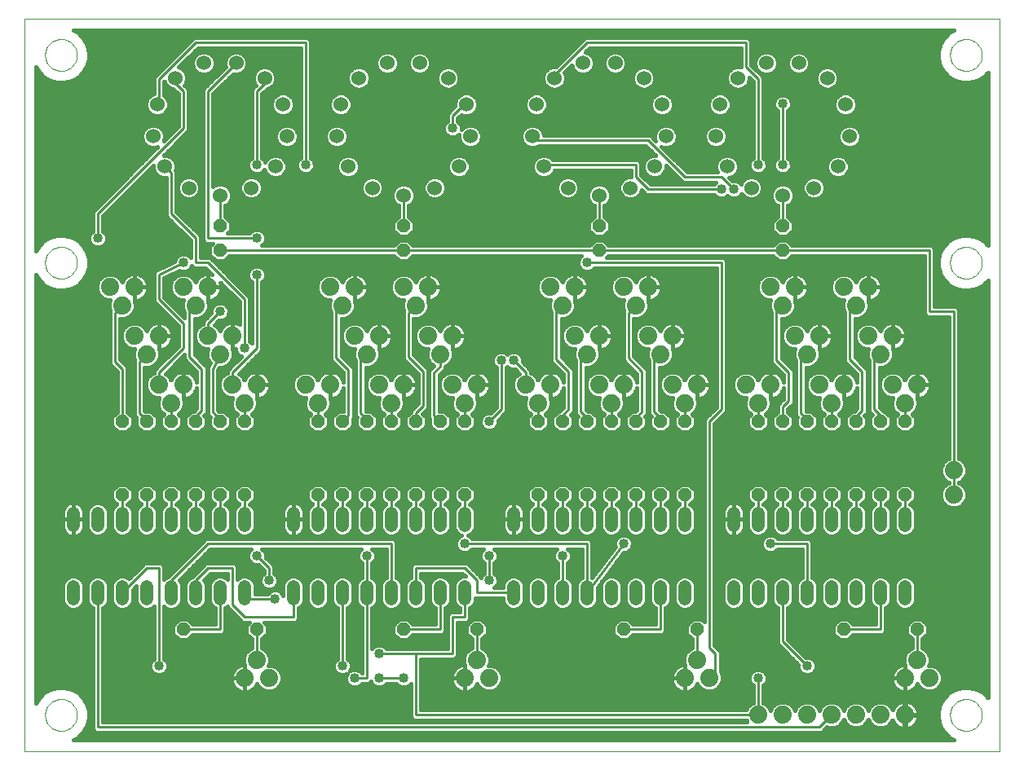
<source format=gtl>
G75*
%MOIN*%
%OFA0B0*%
%FSLAX24Y24*%
%IPPOS*%
%LPD*%
%AMOC8*
5,1,8,0,0,1.08239X$1,22.5*
%
%ADD10C,0.0000*%
%ADD11C,0.0520*%
%ADD12C,0.0600*%
%ADD13C,0.0740*%
%ADD14OC8,0.0520*%
%ADD15C,0.0160*%
%ADD16C,0.0100*%
%ADD17C,0.0400*%
D10*
X000180Y000180D02*
X000180Y030176D01*
X040050Y030176D01*
X040050Y000180D01*
X000180Y000180D01*
X001030Y001680D02*
X001032Y001730D01*
X001038Y001780D01*
X001048Y001830D01*
X001061Y001878D01*
X001078Y001926D01*
X001099Y001972D01*
X001123Y002016D01*
X001151Y002058D01*
X001182Y002098D01*
X001216Y002135D01*
X001253Y002170D01*
X001292Y002201D01*
X001333Y002230D01*
X001377Y002255D01*
X001423Y002277D01*
X001470Y002295D01*
X001518Y002309D01*
X001567Y002320D01*
X001617Y002327D01*
X001667Y002330D01*
X001718Y002329D01*
X001768Y002324D01*
X001818Y002315D01*
X001866Y002303D01*
X001914Y002286D01*
X001960Y002266D01*
X002005Y002243D01*
X002048Y002216D01*
X002088Y002186D01*
X002126Y002153D01*
X002161Y002117D01*
X002194Y002078D01*
X002223Y002037D01*
X002249Y001994D01*
X002272Y001949D01*
X002291Y001902D01*
X002306Y001854D01*
X002318Y001805D01*
X002326Y001755D01*
X002330Y001705D01*
X002330Y001655D01*
X002326Y001605D01*
X002318Y001555D01*
X002306Y001506D01*
X002291Y001458D01*
X002272Y001411D01*
X002249Y001366D01*
X002223Y001323D01*
X002194Y001282D01*
X002161Y001243D01*
X002126Y001207D01*
X002088Y001174D01*
X002048Y001144D01*
X002005Y001117D01*
X001960Y001094D01*
X001914Y001074D01*
X001866Y001057D01*
X001818Y001045D01*
X001768Y001036D01*
X001718Y001031D01*
X001667Y001030D01*
X001617Y001033D01*
X001567Y001040D01*
X001518Y001051D01*
X001470Y001065D01*
X001423Y001083D01*
X001377Y001105D01*
X001333Y001130D01*
X001292Y001159D01*
X001253Y001190D01*
X001216Y001225D01*
X001182Y001262D01*
X001151Y001302D01*
X001123Y001344D01*
X001099Y001388D01*
X001078Y001434D01*
X001061Y001482D01*
X001048Y001530D01*
X001038Y001580D01*
X001032Y001630D01*
X001030Y001680D01*
X001030Y020180D02*
X001032Y020230D01*
X001038Y020280D01*
X001048Y020330D01*
X001061Y020378D01*
X001078Y020426D01*
X001099Y020472D01*
X001123Y020516D01*
X001151Y020558D01*
X001182Y020598D01*
X001216Y020635D01*
X001253Y020670D01*
X001292Y020701D01*
X001333Y020730D01*
X001377Y020755D01*
X001423Y020777D01*
X001470Y020795D01*
X001518Y020809D01*
X001567Y020820D01*
X001617Y020827D01*
X001667Y020830D01*
X001718Y020829D01*
X001768Y020824D01*
X001818Y020815D01*
X001866Y020803D01*
X001914Y020786D01*
X001960Y020766D01*
X002005Y020743D01*
X002048Y020716D01*
X002088Y020686D01*
X002126Y020653D01*
X002161Y020617D01*
X002194Y020578D01*
X002223Y020537D01*
X002249Y020494D01*
X002272Y020449D01*
X002291Y020402D01*
X002306Y020354D01*
X002318Y020305D01*
X002326Y020255D01*
X002330Y020205D01*
X002330Y020155D01*
X002326Y020105D01*
X002318Y020055D01*
X002306Y020006D01*
X002291Y019958D01*
X002272Y019911D01*
X002249Y019866D01*
X002223Y019823D01*
X002194Y019782D01*
X002161Y019743D01*
X002126Y019707D01*
X002088Y019674D01*
X002048Y019644D01*
X002005Y019617D01*
X001960Y019594D01*
X001914Y019574D01*
X001866Y019557D01*
X001818Y019545D01*
X001768Y019536D01*
X001718Y019531D01*
X001667Y019530D01*
X001617Y019533D01*
X001567Y019540D01*
X001518Y019551D01*
X001470Y019565D01*
X001423Y019583D01*
X001377Y019605D01*
X001333Y019630D01*
X001292Y019659D01*
X001253Y019690D01*
X001216Y019725D01*
X001182Y019762D01*
X001151Y019802D01*
X001123Y019844D01*
X001099Y019888D01*
X001078Y019934D01*
X001061Y019982D01*
X001048Y020030D01*
X001038Y020080D01*
X001032Y020130D01*
X001030Y020180D01*
X001030Y028680D02*
X001032Y028730D01*
X001038Y028780D01*
X001048Y028830D01*
X001061Y028878D01*
X001078Y028926D01*
X001099Y028972D01*
X001123Y029016D01*
X001151Y029058D01*
X001182Y029098D01*
X001216Y029135D01*
X001253Y029170D01*
X001292Y029201D01*
X001333Y029230D01*
X001377Y029255D01*
X001423Y029277D01*
X001470Y029295D01*
X001518Y029309D01*
X001567Y029320D01*
X001617Y029327D01*
X001667Y029330D01*
X001718Y029329D01*
X001768Y029324D01*
X001818Y029315D01*
X001866Y029303D01*
X001914Y029286D01*
X001960Y029266D01*
X002005Y029243D01*
X002048Y029216D01*
X002088Y029186D01*
X002126Y029153D01*
X002161Y029117D01*
X002194Y029078D01*
X002223Y029037D01*
X002249Y028994D01*
X002272Y028949D01*
X002291Y028902D01*
X002306Y028854D01*
X002318Y028805D01*
X002326Y028755D01*
X002330Y028705D01*
X002330Y028655D01*
X002326Y028605D01*
X002318Y028555D01*
X002306Y028506D01*
X002291Y028458D01*
X002272Y028411D01*
X002249Y028366D01*
X002223Y028323D01*
X002194Y028282D01*
X002161Y028243D01*
X002126Y028207D01*
X002088Y028174D01*
X002048Y028144D01*
X002005Y028117D01*
X001960Y028094D01*
X001914Y028074D01*
X001866Y028057D01*
X001818Y028045D01*
X001768Y028036D01*
X001718Y028031D01*
X001667Y028030D01*
X001617Y028033D01*
X001567Y028040D01*
X001518Y028051D01*
X001470Y028065D01*
X001423Y028083D01*
X001377Y028105D01*
X001333Y028130D01*
X001292Y028159D01*
X001253Y028190D01*
X001216Y028225D01*
X001182Y028262D01*
X001151Y028302D01*
X001123Y028344D01*
X001099Y028388D01*
X001078Y028434D01*
X001061Y028482D01*
X001048Y028530D01*
X001038Y028580D01*
X001032Y028630D01*
X001030Y028680D01*
X038030Y028680D02*
X038032Y028730D01*
X038038Y028780D01*
X038048Y028830D01*
X038061Y028878D01*
X038078Y028926D01*
X038099Y028972D01*
X038123Y029016D01*
X038151Y029058D01*
X038182Y029098D01*
X038216Y029135D01*
X038253Y029170D01*
X038292Y029201D01*
X038333Y029230D01*
X038377Y029255D01*
X038423Y029277D01*
X038470Y029295D01*
X038518Y029309D01*
X038567Y029320D01*
X038617Y029327D01*
X038667Y029330D01*
X038718Y029329D01*
X038768Y029324D01*
X038818Y029315D01*
X038866Y029303D01*
X038914Y029286D01*
X038960Y029266D01*
X039005Y029243D01*
X039048Y029216D01*
X039088Y029186D01*
X039126Y029153D01*
X039161Y029117D01*
X039194Y029078D01*
X039223Y029037D01*
X039249Y028994D01*
X039272Y028949D01*
X039291Y028902D01*
X039306Y028854D01*
X039318Y028805D01*
X039326Y028755D01*
X039330Y028705D01*
X039330Y028655D01*
X039326Y028605D01*
X039318Y028555D01*
X039306Y028506D01*
X039291Y028458D01*
X039272Y028411D01*
X039249Y028366D01*
X039223Y028323D01*
X039194Y028282D01*
X039161Y028243D01*
X039126Y028207D01*
X039088Y028174D01*
X039048Y028144D01*
X039005Y028117D01*
X038960Y028094D01*
X038914Y028074D01*
X038866Y028057D01*
X038818Y028045D01*
X038768Y028036D01*
X038718Y028031D01*
X038667Y028030D01*
X038617Y028033D01*
X038567Y028040D01*
X038518Y028051D01*
X038470Y028065D01*
X038423Y028083D01*
X038377Y028105D01*
X038333Y028130D01*
X038292Y028159D01*
X038253Y028190D01*
X038216Y028225D01*
X038182Y028262D01*
X038151Y028302D01*
X038123Y028344D01*
X038099Y028388D01*
X038078Y028434D01*
X038061Y028482D01*
X038048Y028530D01*
X038038Y028580D01*
X038032Y028630D01*
X038030Y028680D01*
X038030Y020180D02*
X038032Y020230D01*
X038038Y020280D01*
X038048Y020330D01*
X038061Y020378D01*
X038078Y020426D01*
X038099Y020472D01*
X038123Y020516D01*
X038151Y020558D01*
X038182Y020598D01*
X038216Y020635D01*
X038253Y020670D01*
X038292Y020701D01*
X038333Y020730D01*
X038377Y020755D01*
X038423Y020777D01*
X038470Y020795D01*
X038518Y020809D01*
X038567Y020820D01*
X038617Y020827D01*
X038667Y020830D01*
X038718Y020829D01*
X038768Y020824D01*
X038818Y020815D01*
X038866Y020803D01*
X038914Y020786D01*
X038960Y020766D01*
X039005Y020743D01*
X039048Y020716D01*
X039088Y020686D01*
X039126Y020653D01*
X039161Y020617D01*
X039194Y020578D01*
X039223Y020537D01*
X039249Y020494D01*
X039272Y020449D01*
X039291Y020402D01*
X039306Y020354D01*
X039318Y020305D01*
X039326Y020255D01*
X039330Y020205D01*
X039330Y020155D01*
X039326Y020105D01*
X039318Y020055D01*
X039306Y020006D01*
X039291Y019958D01*
X039272Y019911D01*
X039249Y019866D01*
X039223Y019823D01*
X039194Y019782D01*
X039161Y019743D01*
X039126Y019707D01*
X039088Y019674D01*
X039048Y019644D01*
X039005Y019617D01*
X038960Y019594D01*
X038914Y019574D01*
X038866Y019557D01*
X038818Y019545D01*
X038768Y019536D01*
X038718Y019531D01*
X038667Y019530D01*
X038617Y019533D01*
X038567Y019540D01*
X038518Y019551D01*
X038470Y019565D01*
X038423Y019583D01*
X038377Y019605D01*
X038333Y019630D01*
X038292Y019659D01*
X038253Y019690D01*
X038216Y019725D01*
X038182Y019762D01*
X038151Y019802D01*
X038123Y019844D01*
X038099Y019888D01*
X038078Y019934D01*
X038061Y019982D01*
X038048Y020030D01*
X038038Y020080D01*
X038032Y020130D01*
X038030Y020180D01*
X038030Y001680D02*
X038032Y001730D01*
X038038Y001780D01*
X038048Y001830D01*
X038061Y001878D01*
X038078Y001926D01*
X038099Y001972D01*
X038123Y002016D01*
X038151Y002058D01*
X038182Y002098D01*
X038216Y002135D01*
X038253Y002170D01*
X038292Y002201D01*
X038333Y002230D01*
X038377Y002255D01*
X038423Y002277D01*
X038470Y002295D01*
X038518Y002309D01*
X038567Y002320D01*
X038617Y002327D01*
X038667Y002330D01*
X038718Y002329D01*
X038768Y002324D01*
X038818Y002315D01*
X038866Y002303D01*
X038914Y002286D01*
X038960Y002266D01*
X039005Y002243D01*
X039048Y002216D01*
X039088Y002186D01*
X039126Y002153D01*
X039161Y002117D01*
X039194Y002078D01*
X039223Y002037D01*
X039249Y001994D01*
X039272Y001949D01*
X039291Y001902D01*
X039306Y001854D01*
X039318Y001805D01*
X039326Y001755D01*
X039330Y001705D01*
X039330Y001655D01*
X039326Y001605D01*
X039318Y001555D01*
X039306Y001506D01*
X039291Y001458D01*
X039272Y001411D01*
X039249Y001366D01*
X039223Y001323D01*
X039194Y001282D01*
X039161Y001243D01*
X039126Y001207D01*
X039088Y001174D01*
X039048Y001144D01*
X039005Y001117D01*
X038960Y001094D01*
X038914Y001074D01*
X038866Y001057D01*
X038818Y001045D01*
X038768Y001036D01*
X038718Y001031D01*
X038667Y001030D01*
X038617Y001033D01*
X038567Y001040D01*
X038518Y001051D01*
X038470Y001065D01*
X038423Y001083D01*
X038377Y001105D01*
X038333Y001130D01*
X038292Y001159D01*
X038253Y001190D01*
X038216Y001225D01*
X038182Y001262D01*
X038151Y001302D01*
X038123Y001344D01*
X038099Y001388D01*
X038078Y001434D01*
X038061Y001482D01*
X038048Y001530D01*
X038038Y001580D01*
X038032Y001630D01*
X038030Y001680D01*
D11*
X036180Y006420D02*
X036180Y006940D01*
X035180Y006940D02*
X035180Y006420D01*
X034180Y006420D02*
X034180Y006940D01*
X033180Y006940D02*
X033180Y006420D01*
X032180Y006420D02*
X032180Y006940D01*
X031180Y006940D02*
X031180Y006420D01*
X030180Y006420D02*
X030180Y006940D01*
X029180Y006940D02*
X029180Y006420D01*
X027180Y006420D02*
X027180Y006940D01*
X026180Y006940D02*
X026180Y006420D01*
X025180Y006420D02*
X025180Y006940D01*
X024180Y006940D02*
X024180Y006420D01*
X023180Y006420D02*
X023180Y006940D01*
X022180Y006940D02*
X022180Y006420D01*
X021180Y006420D02*
X021180Y006940D01*
X020180Y006940D02*
X020180Y006420D01*
X018180Y006420D02*
X018180Y006940D01*
X017180Y006940D02*
X017180Y006420D01*
X016180Y006420D02*
X016180Y006940D01*
X015180Y006940D02*
X015180Y006420D01*
X014180Y006420D02*
X014180Y006940D01*
X013180Y006940D02*
X013180Y006420D01*
X012180Y006420D02*
X012180Y006940D01*
X011180Y006940D02*
X011180Y006420D01*
X009180Y006420D02*
X009180Y006940D01*
X008180Y006940D02*
X008180Y006420D01*
X007180Y006420D02*
X007180Y006940D01*
X006180Y006940D02*
X006180Y006420D01*
X005180Y006420D02*
X005180Y006940D01*
X004180Y006940D02*
X004180Y006420D01*
X003180Y006420D02*
X003180Y006940D01*
X002180Y006940D02*
X002180Y006420D01*
X002180Y009420D02*
X002180Y009940D01*
X003180Y009940D02*
X003180Y009420D01*
X004180Y009420D02*
X004180Y009940D01*
X005180Y009940D02*
X005180Y009420D01*
X006180Y009420D02*
X006180Y009940D01*
X007180Y009940D02*
X007180Y009420D01*
X008180Y009420D02*
X008180Y009940D01*
X009180Y009940D02*
X009180Y009420D01*
X011180Y009420D02*
X011180Y009940D01*
X012180Y009940D02*
X012180Y009420D01*
X013180Y009420D02*
X013180Y009940D01*
X014180Y009940D02*
X014180Y009420D01*
X015180Y009420D02*
X015180Y009940D01*
X016180Y009940D02*
X016180Y009420D01*
X017180Y009420D02*
X017180Y009940D01*
X018180Y009940D02*
X018180Y009420D01*
X020180Y009420D02*
X020180Y009940D01*
X021180Y009940D02*
X021180Y009420D01*
X022180Y009420D02*
X022180Y009940D01*
X023180Y009940D02*
X023180Y009420D01*
X024180Y009420D02*
X024180Y009940D01*
X025180Y009940D02*
X025180Y009420D01*
X026180Y009420D02*
X026180Y009940D01*
X027180Y009940D02*
X027180Y009420D01*
X029180Y009420D02*
X029180Y009940D01*
X030180Y009940D02*
X030180Y009420D01*
X031180Y009420D02*
X031180Y009940D01*
X032180Y009940D02*
X032180Y009420D01*
X033180Y009420D02*
X033180Y009940D01*
X034180Y009940D02*
X034180Y009420D01*
X035180Y009420D02*
X035180Y009940D01*
X036180Y009940D02*
X036180Y009420D01*
D12*
X031180Y022930D03*
X029902Y023245D03*
X028917Y024118D03*
X028450Y025349D03*
X028609Y026655D03*
X029356Y027738D03*
X030522Y028350D03*
X031838Y028350D03*
X033004Y027738D03*
X033751Y026655D03*
X033910Y025349D03*
X033443Y024118D03*
X032458Y023245D03*
X026410Y025349D03*
X026251Y026655D03*
X025504Y027738D03*
X024338Y028350D03*
X023022Y028350D03*
X021856Y027738D03*
X021109Y026655D03*
X020950Y025349D03*
X021417Y024118D03*
X022402Y023245D03*
X023680Y022930D03*
X024958Y023245D03*
X025943Y024118D03*
X018410Y025349D03*
X018251Y026655D03*
X017504Y027738D03*
X016338Y028350D03*
X015022Y028350D03*
X013856Y027738D03*
X013109Y026655D03*
X012950Y025349D03*
X013417Y024118D03*
X014402Y023245D03*
X015680Y022930D03*
X016958Y023245D03*
X017943Y024118D03*
X010910Y025349D03*
X010751Y026655D03*
X010004Y027738D03*
X008838Y028350D03*
X007522Y028350D03*
X006356Y027738D03*
X005609Y026655D03*
X005450Y025349D03*
X005917Y024118D03*
X006902Y023245D03*
X008180Y022930D03*
X009458Y023245D03*
X010443Y024118D03*
D13*
X012680Y019180D03*
X013680Y019180D03*
X013180Y018430D03*
X013680Y017180D03*
X014180Y016430D03*
X014680Y017180D03*
X016180Y018430D03*
X015680Y019180D03*
X016680Y019180D03*
X016680Y017180D03*
X017180Y016430D03*
X017680Y017180D03*
X017680Y015180D03*
X018180Y014430D03*
X018680Y015180D03*
X020680Y015180D03*
X021680Y015180D03*
X021180Y014430D03*
X023680Y015180D03*
X024180Y014430D03*
X024680Y015180D03*
X023180Y016430D03*
X022680Y017180D03*
X023680Y017180D03*
X022180Y018430D03*
X021680Y019180D03*
X022680Y019180D03*
X024680Y019180D03*
X025680Y019180D03*
X025180Y018430D03*
X025680Y017180D03*
X026180Y016430D03*
X026680Y017180D03*
X026680Y015180D03*
X027680Y015180D03*
X027180Y014430D03*
X029680Y015180D03*
X030180Y014430D03*
X030680Y015180D03*
X032180Y016430D03*
X031680Y017180D03*
X032680Y017180D03*
X031180Y018430D03*
X030680Y019180D03*
X031680Y019180D03*
X033680Y019180D03*
X034680Y019180D03*
X034180Y018430D03*
X034680Y017180D03*
X035180Y016430D03*
X035680Y017180D03*
X035680Y015180D03*
X036680Y015180D03*
X036180Y014430D03*
X033680Y015180D03*
X033180Y014430D03*
X032680Y015180D03*
X038180Y011680D03*
X038180Y010680D03*
X036680Y003930D03*
X036180Y003180D03*
X037180Y003180D03*
X036180Y001680D03*
X035180Y001680D03*
X034180Y001680D03*
X033180Y001680D03*
X032180Y001680D03*
X031180Y001680D03*
X030180Y001680D03*
X028180Y003180D03*
X027680Y003930D03*
X027180Y003180D03*
X019180Y003180D03*
X018680Y003930D03*
X018180Y003180D03*
X010180Y003180D03*
X009680Y003930D03*
X009180Y003180D03*
X009180Y014430D03*
X008680Y015180D03*
X009680Y015180D03*
X008180Y016430D03*
X007680Y017180D03*
X008680Y017180D03*
X007180Y018430D03*
X006680Y019180D03*
X007680Y019180D03*
X005680Y017180D03*
X005180Y016430D03*
X004680Y017180D03*
X004180Y018430D03*
X003680Y019180D03*
X004680Y019180D03*
X005680Y015180D03*
X006680Y015180D03*
X006180Y014430D03*
X011680Y015180D03*
X012180Y014430D03*
X012680Y015180D03*
X014680Y015180D03*
X015680Y015180D03*
X015180Y014430D03*
D14*
X015180Y013680D03*
X014180Y013680D03*
X013180Y013680D03*
X012180Y013680D03*
X009180Y013680D03*
X008180Y013680D03*
X007180Y013680D03*
X006180Y013680D03*
X005180Y013680D03*
X004180Y013680D03*
X004180Y010680D03*
X005180Y010680D03*
X006180Y010680D03*
X007180Y010680D03*
X008180Y010680D03*
X009180Y010680D03*
X012180Y010680D03*
X013180Y010680D03*
X014180Y010680D03*
X015180Y010680D03*
X016180Y010680D03*
X017180Y010680D03*
X018180Y010680D03*
X021180Y010680D03*
X022180Y010680D03*
X023180Y010680D03*
X024180Y010680D03*
X025180Y010680D03*
X026180Y010680D03*
X027180Y010680D03*
X030180Y010680D03*
X031180Y010680D03*
X032180Y010680D03*
X033180Y010680D03*
X034180Y010680D03*
X035180Y010680D03*
X036180Y010680D03*
X036180Y013680D03*
X035180Y013680D03*
X034180Y013680D03*
X033180Y013680D03*
X032180Y013680D03*
X031180Y013680D03*
X030180Y013680D03*
X027180Y013680D03*
X026180Y013680D03*
X025180Y013680D03*
X024180Y013680D03*
X023180Y013680D03*
X022180Y013680D03*
X021180Y013680D03*
X018180Y013680D03*
X017180Y013680D03*
X016180Y013680D03*
X015680Y020680D03*
X015680Y021680D03*
X008180Y021680D03*
X008180Y020680D03*
X023680Y020680D03*
X023680Y021680D03*
X031180Y021680D03*
X031180Y020680D03*
X033680Y005180D03*
X036680Y005180D03*
X027680Y005180D03*
X024680Y005180D03*
X018680Y005180D03*
X015680Y005180D03*
X009680Y005180D03*
X006680Y005180D03*
D15*
X006260Y005252D02*
X005890Y005252D01*
X005890Y005094D02*
X006260Y005094D01*
X006260Y005006D02*
X006506Y004760D01*
X006854Y004760D01*
X007064Y004970D01*
X008267Y004970D01*
X008390Y005093D01*
X008390Y006052D01*
X008418Y006064D01*
X008470Y006116D01*
X008470Y006093D01*
X008970Y005593D01*
X009093Y005470D01*
X009376Y005470D01*
X009260Y005354D01*
X009260Y005006D01*
X009470Y004796D01*
X009470Y004417D01*
X009380Y004379D01*
X009231Y004230D01*
X009150Y004035D01*
X009150Y003825D01*
X009189Y003730D01*
X009180Y003730D01*
X009180Y003180D01*
X009180Y003180D01*
X009180Y002630D01*
X009223Y002630D01*
X009309Y002644D01*
X009391Y002670D01*
X009468Y002710D01*
X009538Y002760D01*
X009600Y002822D01*
X009650Y002892D01*
X009690Y002969D01*
X009691Y002974D01*
X009731Y002880D01*
X009880Y002731D01*
X010075Y002650D01*
X010285Y002650D01*
X010480Y002731D01*
X010629Y002880D01*
X010710Y003075D01*
X010710Y003285D01*
X010629Y003480D01*
X010480Y003629D01*
X010285Y003710D01*
X010163Y003710D01*
X010210Y003825D01*
X010210Y004035D01*
X010129Y004230D01*
X009980Y004379D01*
X009890Y004417D01*
X009890Y004796D01*
X010100Y005006D01*
X010100Y005354D01*
X009984Y005470D01*
X011267Y005470D01*
X011390Y005593D01*
X011390Y006052D01*
X011418Y006064D01*
X011536Y006182D01*
X011600Y006336D01*
X011600Y007024D01*
X011536Y007178D01*
X011418Y007296D01*
X011264Y007360D01*
X011096Y007360D01*
X010942Y007296D01*
X010824Y007178D01*
X010760Y007024D01*
X010760Y006574D01*
X010735Y006634D01*
X010634Y006735D01*
X010502Y006790D01*
X010358Y006790D01*
X010226Y006735D01*
X010131Y006640D01*
X009600Y006640D01*
X009600Y007024D01*
X009536Y007178D01*
X009418Y007296D01*
X009264Y007360D01*
X009096Y007360D01*
X008942Y007296D01*
X008890Y007244D01*
X008890Y007767D01*
X008767Y007890D01*
X007593Y007890D01*
X007470Y007767D01*
X007039Y007336D01*
X006942Y007296D01*
X006824Y007178D01*
X006760Y007024D01*
X006760Y006336D01*
X006824Y006182D01*
X006942Y006064D01*
X007096Y006000D01*
X007264Y006000D01*
X007418Y006064D01*
X007536Y006182D01*
X007600Y006336D01*
X007600Y007024D01*
X007536Y007178D01*
X007505Y007208D01*
X007767Y007470D01*
X008470Y007470D01*
X008470Y007244D01*
X008418Y007296D01*
X008264Y007360D01*
X008096Y007360D01*
X007942Y007296D01*
X007824Y007178D01*
X007760Y007024D01*
X007760Y006336D01*
X007824Y006182D01*
X007942Y006064D01*
X007970Y006052D01*
X007970Y005390D01*
X007064Y005390D01*
X006854Y005600D01*
X006506Y005600D01*
X006260Y005354D01*
X006260Y005006D01*
X006331Y004935D02*
X005890Y004935D01*
X005890Y004777D02*
X006490Y004777D01*
X006870Y004777D02*
X009470Y004777D01*
X009470Y004618D02*
X005890Y004618D01*
X005890Y004460D02*
X009470Y004460D01*
X009301Y004301D02*
X005890Y004301D01*
X005890Y004143D02*
X009194Y004143D01*
X009150Y003984D02*
X005890Y003984D01*
X005890Y003979D02*
X005890Y006116D01*
X005942Y006064D01*
X006096Y006000D01*
X006264Y006000D01*
X006418Y006064D01*
X006536Y006182D01*
X006600Y006336D01*
X006600Y007024D01*
X006536Y007178D01*
X006505Y007208D01*
X007767Y008470D01*
X009461Y008470D01*
X009375Y008384D01*
X009320Y008252D01*
X009320Y008108D01*
X009375Y007976D01*
X009476Y007875D01*
X009608Y007820D01*
X009743Y007820D01*
X009970Y007593D01*
X009970Y007479D01*
X009875Y007384D01*
X009820Y007252D01*
X009820Y007108D01*
X009875Y006976D01*
X009976Y006875D01*
X010108Y006820D01*
X010252Y006820D01*
X010384Y006875D01*
X010485Y006976D01*
X010540Y007108D01*
X010540Y007252D01*
X010485Y007384D01*
X010390Y007479D01*
X010390Y007767D01*
X010267Y007890D01*
X010040Y008117D01*
X010040Y008252D01*
X009985Y008384D01*
X009899Y008470D01*
X013961Y008470D01*
X013875Y008384D01*
X013820Y008252D01*
X013820Y008108D01*
X013875Y007976D01*
X013970Y007881D01*
X013970Y007308D01*
X013942Y007296D01*
X013824Y007178D01*
X013760Y007024D01*
X013760Y006336D01*
X013824Y006182D01*
X013942Y006064D01*
X013970Y006052D01*
X013970Y003399D01*
X013884Y003485D01*
X013752Y003540D01*
X013608Y003540D01*
X013492Y003492D01*
X013540Y003608D01*
X013540Y003752D01*
X013485Y003884D01*
X013390Y003979D01*
X013390Y006052D01*
X013418Y006064D01*
X013536Y006182D01*
X013600Y006336D01*
X013600Y007024D01*
X013536Y007178D01*
X013418Y007296D01*
X013264Y007360D01*
X013096Y007360D01*
X012942Y007296D01*
X012824Y007178D01*
X012760Y007024D01*
X012760Y006336D01*
X012824Y006182D01*
X012942Y006064D01*
X012970Y006052D01*
X012970Y003979D01*
X012875Y003884D01*
X012820Y003752D01*
X012820Y003608D01*
X012875Y003476D01*
X012976Y003375D01*
X013108Y003320D01*
X013252Y003320D01*
X013368Y003368D01*
X013320Y003252D01*
X013320Y003108D01*
X013375Y002976D01*
X013476Y002875D01*
X013608Y002820D01*
X013752Y002820D01*
X013884Y002875D01*
X013979Y002970D01*
X014267Y002970D01*
X014345Y003048D01*
X014375Y002976D01*
X014476Y002875D01*
X014608Y002820D01*
X014752Y002820D01*
X014884Y002875D01*
X014979Y002970D01*
X015381Y002970D01*
X015476Y002875D01*
X015608Y002820D01*
X015752Y002820D01*
X015884Y002875D01*
X015970Y002961D01*
X015970Y001593D01*
X016093Y001470D01*
X029693Y001470D01*
X029726Y001390D01*
X003390Y001390D01*
X003390Y006052D01*
X003418Y006064D01*
X003536Y006182D01*
X003600Y006336D01*
X003600Y007024D01*
X003536Y007178D01*
X003418Y007296D01*
X003264Y007360D01*
X003096Y007360D01*
X002942Y007296D01*
X002824Y007178D01*
X002760Y007024D01*
X002760Y006336D01*
X002824Y006182D01*
X002942Y006064D01*
X002970Y006052D01*
X002970Y001093D01*
X003093Y000970D01*
X032767Y000970D01*
X032984Y001187D01*
X033075Y001150D01*
X033285Y001150D01*
X033480Y001231D01*
X033629Y001380D01*
X033680Y001502D01*
X033731Y001380D01*
X033880Y001231D01*
X034075Y001150D01*
X034285Y001150D01*
X034480Y001231D01*
X034629Y001380D01*
X034680Y001502D01*
X034731Y001380D01*
X034880Y001231D01*
X035075Y001150D01*
X035285Y001150D01*
X035480Y001231D01*
X035629Y001380D01*
X035669Y001474D01*
X035670Y001469D01*
X035710Y001392D01*
X035760Y001322D01*
X035822Y001260D01*
X035892Y001210D01*
X035969Y001170D01*
X036051Y001144D01*
X036137Y001130D01*
X036160Y001130D01*
X036160Y001660D01*
X036200Y001660D01*
X036200Y001700D01*
X036160Y001700D01*
X036160Y002230D01*
X036137Y002230D01*
X036051Y002216D01*
X035969Y002190D01*
X035892Y002150D01*
X035822Y002100D01*
X035760Y002038D01*
X035710Y001968D01*
X035670Y001891D01*
X035669Y001886D01*
X035629Y001980D01*
X035480Y002129D01*
X035285Y002210D01*
X035075Y002210D01*
X034880Y002129D01*
X034731Y001980D01*
X034680Y001858D01*
X034629Y001980D01*
X034480Y002129D01*
X034285Y002210D01*
X034075Y002210D01*
X033880Y002129D01*
X033731Y001980D01*
X033680Y001858D01*
X033629Y001980D01*
X033480Y002129D01*
X033285Y002210D01*
X033075Y002210D01*
X032880Y002129D01*
X032731Y001980D01*
X032680Y001858D01*
X032629Y001980D01*
X032480Y002129D01*
X032285Y002210D01*
X032075Y002210D01*
X031880Y002129D01*
X031731Y001980D01*
X031680Y001858D01*
X031629Y001980D01*
X031480Y002129D01*
X031285Y002210D01*
X031075Y002210D01*
X030880Y002129D01*
X030731Y001980D01*
X030680Y001858D01*
X030629Y001980D01*
X030480Y002129D01*
X030390Y002167D01*
X030390Y002881D01*
X030485Y002976D01*
X030540Y003108D01*
X030540Y003252D01*
X030485Y003384D01*
X030384Y003485D01*
X030252Y003540D01*
X030108Y003540D01*
X029976Y003485D01*
X029875Y003384D01*
X029820Y003252D01*
X029820Y003108D01*
X029875Y002976D01*
X029970Y002881D01*
X029970Y002167D01*
X029880Y002129D01*
X029731Y001980D01*
X029693Y001890D01*
X016390Y001890D01*
X016390Y003970D01*
X017767Y003970D01*
X017890Y004093D01*
X017890Y005470D01*
X018267Y005470D01*
X018390Y005593D01*
X018390Y006052D01*
X018418Y006064D01*
X018536Y006182D01*
X018600Y006336D01*
X018600Y006470D01*
X019760Y006470D01*
X019760Y006336D01*
X019824Y006182D01*
X019942Y006064D01*
X020096Y006000D01*
X020264Y006000D01*
X020418Y006064D01*
X020536Y006182D01*
X020600Y006336D01*
X020600Y007024D01*
X020536Y007178D01*
X020418Y007296D01*
X020264Y007360D01*
X020096Y007360D01*
X019942Y007296D01*
X019824Y007178D01*
X019760Y007024D01*
X019760Y006890D01*
X019399Y006890D01*
X019485Y006976D01*
X019540Y007108D01*
X019540Y007252D01*
X019485Y007384D01*
X019390Y007479D01*
X019390Y007881D01*
X019485Y007976D01*
X019540Y008108D01*
X019540Y008252D01*
X019485Y008384D01*
X019399Y008470D01*
X021961Y008470D01*
X021875Y008384D01*
X021820Y008252D01*
X021820Y008108D01*
X021875Y007976D01*
X021970Y007881D01*
X021970Y007308D01*
X021942Y007296D01*
X021824Y007178D01*
X021760Y007024D01*
X021760Y006336D01*
X021824Y006182D01*
X021942Y006064D01*
X022096Y006000D01*
X022264Y006000D01*
X022418Y006064D01*
X022536Y006182D01*
X022600Y006336D01*
X022600Y007024D01*
X022536Y007178D01*
X022418Y007296D01*
X022390Y007308D01*
X022390Y007881D01*
X022485Y007976D01*
X022540Y008108D01*
X022540Y008252D01*
X022485Y008384D01*
X022399Y008470D01*
X022970Y008470D01*
X022970Y007308D01*
X022942Y007296D01*
X022824Y007178D01*
X022760Y007024D01*
X022760Y006336D01*
X022824Y006182D01*
X022942Y006064D01*
X023096Y006000D01*
X023264Y006000D01*
X023418Y006064D01*
X023536Y006182D01*
X023600Y006336D01*
X023600Y006890D01*
X024673Y008320D01*
X024752Y008320D01*
X024884Y008375D01*
X024985Y008476D01*
X025040Y008608D01*
X025040Y008752D01*
X024985Y008884D01*
X024884Y008985D01*
X024752Y009040D01*
X024608Y009040D01*
X024476Y008985D01*
X024375Y008884D01*
X024320Y008752D01*
X024320Y008608D01*
X024336Y008571D01*
X023390Y007310D01*
X023390Y008767D01*
X023267Y008890D01*
X018479Y008890D01*
X018384Y008985D01*
X018306Y009018D01*
X018418Y009064D01*
X018536Y009182D01*
X018600Y009336D01*
X018600Y010024D01*
X018536Y010178D01*
X018418Y010296D01*
X018398Y010304D01*
X018600Y010506D01*
X018600Y010854D01*
X018354Y011100D01*
X018006Y011100D01*
X017760Y010854D01*
X017760Y010506D01*
X017962Y010304D01*
X017942Y010296D01*
X017824Y010178D01*
X017760Y010024D01*
X017760Y009336D01*
X017824Y009182D01*
X017942Y009064D01*
X018054Y009018D01*
X017976Y008985D01*
X017875Y008884D01*
X017820Y008752D01*
X017820Y008608D01*
X017875Y008476D01*
X017976Y008375D01*
X018108Y008320D01*
X018252Y008320D01*
X018384Y008375D01*
X018479Y008470D01*
X018961Y008470D01*
X018875Y008384D01*
X018820Y008252D01*
X018820Y008108D01*
X018875Y007976D01*
X018970Y007881D01*
X018970Y007479D01*
X018875Y007384D01*
X018845Y007312D01*
X018767Y007390D01*
X018267Y007890D01*
X016093Y007890D01*
X015970Y007767D01*
X015970Y007308D01*
X015942Y007296D01*
X015824Y007178D01*
X015760Y007024D01*
X015760Y006336D01*
X015824Y006182D01*
X015942Y006064D01*
X016096Y006000D01*
X016264Y006000D01*
X016418Y006064D01*
X016536Y006182D01*
X016600Y006336D01*
X016600Y007024D01*
X016536Y007178D01*
X016418Y007296D01*
X016390Y007308D01*
X016390Y007470D01*
X018093Y007470D01*
X018203Y007360D01*
X018096Y007360D01*
X017942Y007296D01*
X017824Y007178D01*
X017760Y007024D01*
X017760Y006336D01*
X017824Y006182D01*
X017942Y006064D01*
X017970Y006052D01*
X017970Y005890D01*
X017593Y005890D01*
X017470Y005767D01*
X017470Y004390D01*
X014979Y004390D01*
X014884Y004485D01*
X014752Y004540D01*
X014608Y004540D01*
X014476Y004485D01*
X014390Y004399D01*
X014390Y006052D01*
X014418Y006064D01*
X014536Y006182D01*
X014600Y006336D01*
X014600Y007024D01*
X014536Y007178D01*
X014418Y007296D01*
X014390Y007308D01*
X014390Y007881D01*
X014485Y007976D01*
X014540Y008108D01*
X014540Y008252D01*
X014485Y008384D01*
X014399Y008470D01*
X014970Y008470D01*
X014970Y007308D01*
X014942Y007296D01*
X014824Y007178D01*
X014760Y007024D01*
X014760Y006336D01*
X014824Y006182D01*
X014942Y006064D01*
X015096Y006000D01*
X015264Y006000D01*
X015418Y006064D01*
X015536Y006182D01*
X015600Y006336D01*
X015600Y007024D01*
X015536Y007178D01*
X015418Y007296D01*
X015390Y007308D01*
X015390Y008767D01*
X015267Y008890D01*
X007593Y008890D01*
X007470Y008767D01*
X006039Y007336D01*
X005942Y007296D01*
X005890Y007244D01*
X005890Y007767D01*
X005767Y007890D01*
X005093Y007890D01*
X004970Y007767D01*
X004458Y007255D01*
X004418Y007296D01*
X004264Y007360D01*
X004096Y007360D01*
X003942Y007296D01*
X003824Y007178D01*
X003760Y007024D01*
X003760Y006336D01*
X003824Y006182D01*
X003942Y006064D01*
X004096Y006000D01*
X004264Y006000D01*
X004418Y006064D01*
X004536Y006182D01*
X004600Y006336D01*
X004600Y006803D01*
X004760Y006963D01*
X004760Y006336D01*
X004824Y006182D01*
X004942Y006064D01*
X005096Y006000D01*
X005264Y006000D01*
X005418Y006064D01*
X005470Y006116D01*
X005470Y003979D01*
X005375Y003884D01*
X005320Y003752D01*
X005320Y003608D01*
X005375Y003476D01*
X005476Y003375D01*
X005608Y003320D01*
X005752Y003320D01*
X005884Y003375D01*
X005985Y003476D01*
X006040Y003608D01*
X006040Y003752D01*
X005985Y003884D01*
X005890Y003979D01*
X006009Y003826D02*
X009150Y003826D01*
X009137Y003730D02*
X009051Y003716D01*
X008969Y003690D01*
X008892Y003650D01*
X008822Y003600D01*
X008760Y003538D01*
X008710Y003468D01*
X008670Y003391D01*
X008644Y003309D01*
X008630Y003223D01*
X008630Y003180D01*
X009180Y003180D01*
X009180Y003180D01*
X009180Y003180D01*
X009180Y003730D01*
X009137Y003730D01*
X009180Y003667D02*
X009180Y003667D01*
X009180Y003509D02*
X009180Y003509D01*
X009180Y003350D02*
X009180Y003350D01*
X009180Y003192D02*
X009180Y003192D01*
X009180Y003180D02*
X008630Y003180D01*
X008630Y003137D01*
X008644Y003051D01*
X008670Y002969D01*
X008710Y002892D01*
X008760Y002822D01*
X008822Y002760D01*
X008892Y002710D01*
X008969Y002670D01*
X009051Y002644D01*
X009137Y002630D01*
X009180Y002630D01*
X009180Y003180D01*
X009180Y003033D02*
X009180Y003033D01*
X009180Y002875D02*
X009180Y002875D01*
X009180Y002716D02*
X009180Y002716D01*
X009477Y002716D02*
X009915Y002716D01*
X009736Y002875D02*
X009638Y002875D01*
X008883Y002716D02*
X003390Y002716D01*
X003390Y002558D02*
X015970Y002558D01*
X015970Y002716D02*
X010445Y002716D01*
X010624Y002875D02*
X013477Y002875D01*
X013351Y003033D02*
X010693Y003033D01*
X010710Y003192D02*
X013320Y003192D01*
X013324Y003350D02*
X013361Y003350D01*
X013499Y003509D02*
X013532Y003509D01*
X013540Y003667D02*
X013970Y003667D01*
X013970Y003509D02*
X013828Y003509D01*
X013970Y003826D02*
X013509Y003826D01*
X013390Y003984D02*
X013970Y003984D01*
X013970Y004143D02*
X013390Y004143D01*
X013390Y004301D02*
X013970Y004301D01*
X013970Y004460D02*
X013390Y004460D01*
X013390Y004618D02*
X013970Y004618D01*
X013970Y004777D02*
X013390Y004777D01*
X013390Y004935D02*
X013970Y004935D01*
X013970Y005094D02*
X013390Y005094D01*
X013390Y005252D02*
X013970Y005252D01*
X013970Y005411D02*
X013390Y005411D01*
X013390Y005569D02*
X013970Y005569D01*
X013970Y005728D02*
X013390Y005728D01*
X013390Y005886D02*
X013970Y005886D01*
X013970Y006045D02*
X013390Y006045D01*
X013545Y006203D02*
X013815Y006203D01*
X013760Y006362D02*
X013600Y006362D01*
X013600Y006520D02*
X013760Y006520D01*
X013760Y006679D02*
X013600Y006679D01*
X013600Y006837D02*
X013760Y006837D01*
X013760Y006996D02*
X013600Y006996D01*
X013546Y007154D02*
X013814Y007154D01*
X013970Y007313D02*
X013378Y007313D01*
X012982Y007313D02*
X012378Y007313D01*
X012418Y007296D02*
X012264Y007360D01*
X012096Y007360D01*
X011942Y007296D01*
X011824Y007178D01*
X011760Y007024D01*
X011760Y006336D01*
X011824Y006182D01*
X011942Y006064D01*
X012096Y006000D01*
X012264Y006000D01*
X012418Y006064D01*
X012536Y006182D01*
X012600Y006336D01*
X012600Y007024D01*
X012536Y007178D01*
X012418Y007296D01*
X012546Y007154D02*
X012814Y007154D01*
X012760Y006996D02*
X012600Y006996D01*
X012600Y006837D02*
X012760Y006837D01*
X012760Y006679D02*
X012600Y006679D01*
X012600Y006520D02*
X012760Y006520D01*
X012760Y006362D02*
X012600Y006362D01*
X012545Y006203D02*
X012815Y006203D01*
X012970Y006045D02*
X012371Y006045D01*
X011989Y006045D02*
X011390Y006045D01*
X011390Y005886D02*
X012970Y005886D01*
X012970Y005728D02*
X011390Y005728D01*
X011366Y005569D02*
X012970Y005569D01*
X012970Y005411D02*
X010043Y005411D01*
X010100Y005252D02*
X012970Y005252D01*
X012970Y005094D02*
X010100Y005094D01*
X010029Y004935D02*
X012970Y004935D01*
X012970Y004777D02*
X009890Y004777D01*
X009890Y004618D02*
X012970Y004618D01*
X012970Y004460D02*
X009890Y004460D01*
X010059Y004301D02*
X012970Y004301D01*
X012970Y004143D02*
X010166Y004143D01*
X010210Y003984D02*
X012970Y003984D01*
X012851Y003826D02*
X010210Y003826D01*
X010389Y003667D02*
X012820Y003667D01*
X012861Y003509D02*
X010601Y003509D01*
X010683Y003350D02*
X013036Y003350D01*
X013883Y002875D02*
X014477Y002875D01*
X014351Y003033D02*
X014330Y003033D01*
X014883Y002875D02*
X015477Y002875D01*
X015883Y002875D02*
X015970Y002875D01*
X016390Y002875D02*
X017722Y002875D01*
X017710Y002892D02*
X017760Y002822D01*
X017822Y002760D01*
X017892Y002710D01*
X017969Y002670D01*
X018051Y002644D01*
X018137Y002630D01*
X018180Y002630D01*
X018223Y002630D01*
X018309Y002644D01*
X018391Y002670D01*
X018468Y002710D01*
X018538Y002760D01*
X018600Y002822D01*
X018650Y002892D01*
X018690Y002969D01*
X018691Y002974D01*
X018731Y002880D01*
X018880Y002731D01*
X019075Y002650D01*
X019285Y002650D01*
X019480Y002731D01*
X019629Y002880D01*
X019710Y003075D01*
X019710Y003285D01*
X019629Y003480D01*
X019480Y003629D01*
X019285Y003710D01*
X019163Y003710D01*
X019210Y003825D01*
X019210Y004035D01*
X019129Y004230D01*
X018980Y004379D01*
X018890Y004417D01*
X018890Y004796D01*
X019100Y005006D01*
X019100Y005354D01*
X018854Y005600D01*
X018506Y005600D01*
X018260Y005354D01*
X018260Y005006D01*
X018470Y004796D01*
X018470Y004417D01*
X018380Y004379D01*
X018231Y004230D01*
X018150Y004035D01*
X018150Y003825D01*
X018189Y003730D01*
X018180Y003730D01*
X018180Y003180D01*
X018180Y003180D01*
X018180Y002630D01*
X018180Y003180D01*
X018180Y003180D01*
X018180Y003180D01*
X017630Y003180D01*
X017630Y003223D01*
X017644Y003309D01*
X017670Y003391D01*
X017710Y003468D01*
X017760Y003538D01*
X017822Y003600D01*
X017892Y003650D01*
X017969Y003690D01*
X018051Y003716D01*
X018137Y003730D01*
X018180Y003730D01*
X018180Y003180D01*
X017630Y003180D01*
X017630Y003137D01*
X017644Y003051D01*
X017670Y002969D01*
X017710Y002892D01*
X017649Y003033D02*
X016390Y003033D01*
X016390Y003192D02*
X017630Y003192D01*
X017657Y003350D02*
X016390Y003350D01*
X016390Y003509D02*
X017739Y003509D01*
X017924Y003667D02*
X016390Y003667D01*
X016390Y003826D02*
X018150Y003826D01*
X018150Y003984D02*
X017781Y003984D01*
X017890Y004143D02*
X018194Y004143D01*
X018301Y004301D02*
X017890Y004301D01*
X017890Y004460D02*
X018470Y004460D01*
X018470Y004618D02*
X017890Y004618D01*
X017890Y004777D02*
X018470Y004777D01*
X018331Y004935D02*
X017890Y004935D01*
X017890Y005094D02*
X018260Y005094D01*
X018260Y005252D02*
X017890Y005252D01*
X017890Y005411D02*
X018317Y005411D01*
X018366Y005569D02*
X018475Y005569D01*
X018390Y005728D02*
X025970Y005728D01*
X025970Y005886D02*
X018390Y005886D01*
X018390Y006045D02*
X019989Y006045D01*
X019815Y006203D02*
X018545Y006203D01*
X018600Y006362D02*
X019760Y006362D01*
X020371Y006045D02*
X020989Y006045D01*
X020942Y006064D02*
X021096Y006000D01*
X021264Y006000D01*
X021418Y006064D01*
X021536Y006182D01*
X021600Y006336D01*
X021600Y007024D01*
X021536Y007178D01*
X021418Y007296D01*
X021264Y007360D01*
X021096Y007360D01*
X020942Y007296D01*
X020824Y007178D01*
X020760Y007024D01*
X020760Y006336D01*
X020824Y006182D01*
X020942Y006064D01*
X020815Y006203D02*
X020545Y006203D01*
X020600Y006362D02*
X020760Y006362D01*
X020760Y006520D02*
X020600Y006520D01*
X020600Y006679D02*
X020760Y006679D01*
X020760Y006837D02*
X020600Y006837D01*
X020600Y006996D02*
X020760Y006996D01*
X020814Y007154D02*
X020546Y007154D01*
X020378Y007313D02*
X020982Y007313D01*
X021378Y007313D02*
X021970Y007313D01*
X021970Y007471D02*
X019398Y007471D01*
X019390Y007630D02*
X021970Y007630D01*
X021970Y007788D02*
X019390Y007788D01*
X019456Y007947D02*
X021904Y007947D01*
X021821Y008105D02*
X019539Y008105D01*
X019535Y008264D02*
X021825Y008264D01*
X021913Y008422D02*
X019447Y008422D01*
X018913Y008422D02*
X018431Y008422D01*
X018825Y008264D02*
X015390Y008264D01*
X015390Y008422D02*
X017929Y008422D01*
X017832Y008581D02*
X015390Y008581D01*
X015390Y008739D02*
X017820Y008739D01*
X017888Y008898D02*
X000660Y008898D01*
X000660Y009056D02*
X001932Y009056D01*
X001949Y009044D02*
X002011Y009012D01*
X002077Y008991D01*
X002145Y008980D01*
X002180Y008980D01*
X002215Y008980D01*
X002283Y008991D01*
X002349Y009012D01*
X002411Y009044D01*
X002467Y009084D01*
X002516Y009133D01*
X002556Y009189D01*
X002588Y009251D01*
X002609Y009317D01*
X002620Y009385D01*
X002620Y009680D01*
X002620Y009975D01*
X002609Y010043D01*
X002588Y010109D01*
X002556Y010171D01*
X002516Y010227D01*
X002467Y010276D01*
X002411Y010316D01*
X002349Y010348D01*
X002283Y010369D01*
X002215Y010380D01*
X002180Y010380D01*
X002180Y009680D01*
X002180Y009680D01*
X002620Y009680D01*
X002180Y009680D01*
X002180Y009680D01*
X002180Y009680D01*
X001740Y009680D01*
X001740Y009975D01*
X001751Y010043D01*
X001772Y010109D01*
X001804Y010171D01*
X001844Y010227D01*
X001893Y010276D01*
X001949Y010316D01*
X002011Y010348D01*
X002077Y010369D01*
X002145Y010380D01*
X002180Y010380D01*
X002180Y009680D01*
X002180Y008980D01*
X002180Y009680D01*
X002180Y009680D01*
X001740Y009680D01*
X001740Y009385D01*
X001751Y009317D01*
X001772Y009251D01*
X001804Y009189D01*
X001844Y009133D01*
X001893Y009084D01*
X001949Y009044D01*
X002180Y009056D02*
X002180Y009056D01*
X002180Y009215D02*
X002180Y009215D01*
X002180Y009373D02*
X002180Y009373D01*
X002180Y009532D02*
X002180Y009532D01*
X002180Y009690D02*
X002180Y009690D01*
X002180Y009849D02*
X002180Y009849D01*
X002180Y010007D02*
X002180Y010007D01*
X002180Y010166D02*
X002180Y010166D01*
X002180Y010324D02*
X002180Y010324D01*
X002396Y010324D02*
X003010Y010324D01*
X002942Y010296D02*
X003096Y010360D01*
X003264Y010360D01*
X003418Y010296D01*
X003536Y010178D01*
X003600Y010024D01*
X003600Y009336D01*
X003536Y009182D01*
X003418Y009064D01*
X003264Y009000D01*
X003096Y009000D01*
X002942Y009064D01*
X002824Y009182D01*
X002760Y009336D01*
X002760Y010024D01*
X002824Y010178D01*
X002942Y010296D01*
X002819Y010166D02*
X002559Y010166D01*
X002615Y010007D02*
X002760Y010007D01*
X002760Y009849D02*
X002620Y009849D01*
X002620Y009690D02*
X002760Y009690D01*
X002760Y009532D02*
X002620Y009532D01*
X002618Y009373D02*
X002760Y009373D01*
X002811Y009215D02*
X002569Y009215D01*
X002428Y009056D02*
X002961Y009056D01*
X003399Y009056D02*
X003961Y009056D01*
X003942Y009064D02*
X004096Y009000D01*
X004264Y009000D01*
X004418Y009064D01*
X004536Y009182D01*
X004600Y009336D01*
X004600Y010024D01*
X004536Y010178D01*
X004418Y010296D01*
X004398Y010304D01*
X004600Y010506D01*
X004600Y010854D01*
X004354Y011100D01*
X004006Y011100D01*
X003760Y010854D01*
X003760Y010506D01*
X003962Y010304D01*
X003942Y010296D01*
X003824Y010178D01*
X003760Y010024D01*
X003760Y009336D01*
X003824Y009182D01*
X003942Y009064D01*
X003811Y009215D02*
X003549Y009215D01*
X003600Y009373D02*
X003760Y009373D01*
X003760Y009532D02*
X003600Y009532D01*
X003600Y009690D02*
X003760Y009690D01*
X003760Y009849D02*
X003600Y009849D01*
X003600Y010007D02*
X003760Y010007D01*
X003819Y010166D02*
X003541Y010166D01*
X003350Y010324D02*
X003942Y010324D01*
X003784Y010483D02*
X000660Y010483D01*
X000660Y010641D02*
X003760Y010641D01*
X003760Y010800D02*
X000660Y010800D01*
X000660Y010958D02*
X003864Y010958D01*
X004496Y010958D02*
X004864Y010958D01*
X004760Y010854D02*
X005006Y011100D01*
X005354Y011100D01*
X005600Y010854D01*
X005600Y010506D01*
X005398Y010304D01*
X005418Y010296D01*
X005536Y010178D01*
X005600Y010024D01*
X005600Y009336D01*
X005536Y009182D01*
X005418Y009064D01*
X005264Y009000D01*
X005096Y009000D01*
X004942Y009064D01*
X004824Y009182D01*
X004760Y009336D01*
X004760Y010024D01*
X004824Y010178D01*
X004942Y010296D01*
X004962Y010304D01*
X004760Y010506D01*
X004760Y010854D01*
X004760Y010800D02*
X004600Y010800D01*
X004600Y010641D02*
X004760Y010641D01*
X004784Y010483D02*
X004576Y010483D01*
X004418Y010324D02*
X004942Y010324D01*
X004819Y010166D02*
X004541Y010166D01*
X004600Y010007D02*
X004760Y010007D01*
X004760Y009849D02*
X004600Y009849D01*
X004600Y009690D02*
X004760Y009690D01*
X004760Y009532D02*
X004600Y009532D01*
X004600Y009373D02*
X004760Y009373D01*
X004811Y009215D02*
X004549Y009215D01*
X004399Y009056D02*
X004961Y009056D01*
X005399Y009056D02*
X005961Y009056D01*
X005942Y009064D02*
X006096Y009000D01*
X006264Y009000D01*
X006418Y009064D01*
X006536Y009182D01*
X006600Y009336D01*
X006600Y010024D01*
X006536Y010178D01*
X006418Y010296D01*
X006398Y010304D01*
X006600Y010506D01*
X006600Y010854D01*
X006354Y011100D01*
X006006Y011100D01*
X005760Y010854D01*
X005760Y010506D01*
X005962Y010304D01*
X005942Y010296D01*
X005824Y010178D01*
X005760Y010024D01*
X005760Y009336D01*
X005824Y009182D01*
X005942Y009064D01*
X005811Y009215D02*
X005549Y009215D01*
X005600Y009373D02*
X005760Y009373D01*
X005760Y009532D02*
X005600Y009532D01*
X005600Y009690D02*
X005760Y009690D01*
X005760Y009849D02*
X005600Y009849D01*
X005600Y010007D02*
X005760Y010007D01*
X005819Y010166D02*
X005541Y010166D01*
X005418Y010324D02*
X005942Y010324D01*
X005784Y010483D02*
X005576Y010483D01*
X005600Y010641D02*
X005760Y010641D01*
X005760Y010800D02*
X005600Y010800D01*
X005496Y010958D02*
X005864Y010958D01*
X006496Y010958D02*
X006864Y010958D01*
X006760Y010854D02*
X007006Y011100D01*
X007354Y011100D01*
X007600Y010854D01*
X007600Y010506D01*
X007398Y010304D01*
X007418Y010296D01*
X007536Y010178D01*
X007600Y010024D01*
X007600Y009336D01*
X007536Y009182D01*
X007418Y009064D01*
X007264Y009000D01*
X007096Y009000D01*
X006942Y009064D01*
X006824Y009182D01*
X006760Y009336D01*
X006760Y010024D01*
X006824Y010178D01*
X006942Y010296D01*
X006962Y010304D01*
X006760Y010506D01*
X006760Y010854D01*
X006760Y010800D02*
X006600Y010800D01*
X006600Y010641D02*
X006760Y010641D01*
X006784Y010483D02*
X006576Y010483D01*
X006418Y010324D02*
X006942Y010324D01*
X006819Y010166D02*
X006541Y010166D01*
X006600Y010007D02*
X006760Y010007D01*
X006760Y009849D02*
X006600Y009849D01*
X006600Y009690D02*
X006760Y009690D01*
X006760Y009532D02*
X006600Y009532D01*
X006600Y009373D02*
X006760Y009373D01*
X006811Y009215D02*
X006549Y009215D01*
X006399Y009056D02*
X006961Y009056D01*
X007399Y009056D02*
X007961Y009056D01*
X007942Y009064D02*
X008096Y009000D01*
X008264Y009000D01*
X008418Y009064D01*
X008536Y009182D01*
X008600Y009336D01*
X008600Y010024D01*
X008536Y010178D01*
X008418Y010296D01*
X008398Y010304D01*
X008600Y010506D01*
X008600Y010854D01*
X008354Y011100D01*
X008006Y011100D01*
X007760Y010854D01*
X007760Y010506D01*
X007962Y010304D01*
X007942Y010296D01*
X007824Y010178D01*
X007760Y010024D01*
X007760Y009336D01*
X007824Y009182D01*
X007942Y009064D01*
X007811Y009215D02*
X007549Y009215D01*
X007600Y009373D02*
X007760Y009373D01*
X007760Y009532D02*
X007600Y009532D01*
X007600Y009690D02*
X007760Y009690D01*
X007760Y009849D02*
X007600Y009849D01*
X007600Y010007D02*
X007760Y010007D01*
X007819Y010166D02*
X007541Y010166D01*
X007418Y010324D02*
X007942Y010324D01*
X007784Y010483D02*
X007576Y010483D01*
X007600Y010641D02*
X007760Y010641D01*
X007760Y010800D02*
X007600Y010800D01*
X007496Y010958D02*
X007864Y010958D01*
X008496Y010958D02*
X008864Y010958D01*
X008760Y010854D02*
X008760Y010506D01*
X008962Y010304D01*
X008942Y010296D01*
X008824Y010178D01*
X008760Y010024D01*
X008760Y009336D01*
X008824Y009182D01*
X008942Y009064D01*
X009096Y009000D01*
X009264Y009000D01*
X009418Y009064D01*
X009536Y009182D01*
X009600Y009336D01*
X009600Y010024D01*
X009536Y010178D01*
X009418Y010296D01*
X009398Y010304D01*
X009600Y010506D01*
X009600Y010854D01*
X009354Y011100D01*
X009006Y011100D01*
X008760Y010854D01*
X008760Y010800D02*
X008600Y010800D01*
X008600Y010641D02*
X008760Y010641D01*
X008784Y010483D02*
X008576Y010483D01*
X008418Y010324D02*
X008942Y010324D01*
X008819Y010166D02*
X008541Y010166D01*
X008600Y010007D02*
X008760Y010007D01*
X008760Y009849D02*
X008600Y009849D01*
X008600Y009690D02*
X008760Y009690D01*
X008760Y009532D02*
X008600Y009532D01*
X008600Y009373D02*
X008760Y009373D01*
X008811Y009215D02*
X008549Y009215D01*
X008399Y009056D02*
X008961Y009056D01*
X009399Y009056D02*
X010932Y009056D01*
X010949Y009044D02*
X011011Y009012D01*
X011077Y008991D01*
X011145Y008980D01*
X011180Y008980D01*
X011215Y008980D01*
X011283Y008991D01*
X011349Y009012D01*
X011411Y009044D01*
X011467Y009084D01*
X011516Y009133D01*
X011556Y009189D01*
X011588Y009251D01*
X011609Y009317D01*
X011620Y009385D01*
X011620Y009680D01*
X011620Y009975D01*
X011609Y010043D01*
X011588Y010109D01*
X011556Y010171D01*
X011516Y010227D01*
X011467Y010276D01*
X011411Y010316D01*
X011349Y010348D01*
X011283Y010369D01*
X011215Y010380D01*
X011180Y010380D01*
X011180Y009680D01*
X011180Y009680D01*
X011620Y009680D01*
X011180Y009680D01*
X011180Y009680D01*
X011180Y009680D01*
X010740Y009680D01*
X010740Y009975D01*
X010751Y010043D01*
X010772Y010109D01*
X010804Y010171D01*
X010844Y010227D01*
X010893Y010276D01*
X010949Y010316D01*
X011011Y010348D01*
X011077Y010369D01*
X011145Y010380D01*
X011180Y010380D01*
X011180Y009680D01*
X011180Y008980D01*
X011180Y009680D01*
X011180Y009680D01*
X010740Y009680D01*
X010740Y009385D01*
X010751Y009317D01*
X010772Y009251D01*
X010804Y009189D01*
X010844Y009133D01*
X010893Y009084D01*
X010949Y009044D01*
X011180Y009056D02*
X011180Y009056D01*
X011180Y009215D02*
X011180Y009215D01*
X011180Y009373D02*
X011180Y009373D01*
X011180Y009532D02*
X011180Y009532D01*
X011180Y009690D02*
X011180Y009690D01*
X011180Y009849D02*
X011180Y009849D01*
X011180Y010007D02*
X011180Y010007D01*
X011180Y010166D02*
X011180Y010166D01*
X011180Y010324D02*
X011180Y010324D01*
X010964Y010324D02*
X009418Y010324D01*
X009541Y010166D02*
X010801Y010166D01*
X010745Y010007D02*
X009600Y010007D01*
X009600Y009849D02*
X010740Y009849D01*
X010740Y009690D02*
X009600Y009690D01*
X009600Y009532D02*
X010740Y009532D01*
X010742Y009373D02*
X009600Y009373D01*
X009549Y009215D02*
X010791Y009215D01*
X011428Y009056D02*
X011961Y009056D01*
X011942Y009064D02*
X012096Y009000D01*
X012264Y009000D01*
X012418Y009064D01*
X012536Y009182D01*
X012600Y009336D01*
X012600Y010024D01*
X012536Y010178D01*
X012418Y010296D01*
X012398Y010304D01*
X012600Y010506D01*
X012600Y010854D01*
X012354Y011100D01*
X012006Y011100D01*
X011760Y010854D01*
X011760Y010506D01*
X011962Y010304D01*
X011942Y010296D01*
X011824Y010178D01*
X011760Y010024D01*
X011760Y009336D01*
X011824Y009182D01*
X011942Y009064D01*
X011811Y009215D02*
X011569Y009215D01*
X011618Y009373D02*
X011760Y009373D01*
X011760Y009532D02*
X011620Y009532D01*
X011620Y009690D02*
X011760Y009690D01*
X011760Y009849D02*
X011620Y009849D01*
X011615Y010007D02*
X011760Y010007D01*
X011819Y010166D02*
X011559Y010166D01*
X011396Y010324D02*
X011942Y010324D01*
X011784Y010483D02*
X009576Y010483D01*
X009600Y010641D02*
X011760Y010641D01*
X011760Y010800D02*
X009600Y010800D01*
X009496Y010958D02*
X011864Y010958D01*
X012496Y010958D02*
X012864Y010958D01*
X012760Y010854D02*
X012760Y010506D01*
X012962Y010304D01*
X012942Y010296D01*
X012824Y010178D01*
X012760Y010024D01*
X012760Y009336D01*
X012824Y009182D01*
X012942Y009064D01*
X013096Y009000D01*
X013264Y009000D01*
X013418Y009064D01*
X013536Y009182D01*
X013600Y009336D01*
X013600Y010024D01*
X013536Y010178D01*
X013418Y010296D01*
X013398Y010304D01*
X013600Y010506D01*
X013600Y010854D01*
X013354Y011100D01*
X013006Y011100D01*
X012760Y010854D01*
X012760Y010800D02*
X012600Y010800D01*
X012600Y010641D02*
X012760Y010641D01*
X012784Y010483D02*
X012576Y010483D01*
X012418Y010324D02*
X012942Y010324D01*
X012819Y010166D02*
X012541Y010166D01*
X012600Y010007D02*
X012760Y010007D01*
X012760Y009849D02*
X012600Y009849D01*
X012600Y009690D02*
X012760Y009690D01*
X012760Y009532D02*
X012600Y009532D01*
X012600Y009373D02*
X012760Y009373D01*
X012811Y009215D02*
X012549Y009215D01*
X012399Y009056D02*
X012961Y009056D01*
X013399Y009056D02*
X013961Y009056D01*
X013942Y009064D02*
X014096Y009000D01*
X014264Y009000D01*
X014418Y009064D01*
X014536Y009182D01*
X014600Y009336D01*
X014600Y010024D01*
X014536Y010178D01*
X014418Y010296D01*
X014398Y010304D01*
X014600Y010506D01*
X014600Y010854D01*
X014354Y011100D01*
X014006Y011100D01*
X013760Y010854D01*
X013760Y010506D01*
X013962Y010304D01*
X013942Y010296D01*
X013824Y010178D01*
X013760Y010024D01*
X013760Y009336D01*
X013824Y009182D01*
X013942Y009064D01*
X013811Y009215D02*
X013549Y009215D01*
X013600Y009373D02*
X013760Y009373D01*
X013760Y009532D02*
X013600Y009532D01*
X013600Y009690D02*
X013760Y009690D01*
X013760Y009849D02*
X013600Y009849D01*
X013600Y010007D02*
X013760Y010007D01*
X013819Y010166D02*
X013541Y010166D01*
X013418Y010324D02*
X013942Y010324D01*
X013784Y010483D02*
X013576Y010483D01*
X013600Y010641D02*
X013760Y010641D01*
X013760Y010800D02*
X013600Y010800D01*
X013496Y010958D02*
X013864Y010958D01*
X014496Y010958D02*
X014864Y010958D01*
X014760Y010854D02*
X014760Y010506D01*
X014962Y010304D01*
X014942Y010296D01*
X014824Y010178D01*
X014760Y010024D01*
X014760Y009336D01*
X014824Y009182D01*
X014942Y009064D01*
X015096Y009000D01*
X015264Y009000D01*
X015418Y009064D01*
X015536Y009182D01*
X015600Y009336D01*
X015600Y010024D01*
X015536Y010178D01*
X015418Y010296D01*
X015398Y010304D01*
X015600Y010506D01*
X015600Y010854D01*
X015354Y011100D01*
X015006Y011100D01*
X014760Y010854D01*
X014760Y010800D02*
X014600Y010800D01*
X014600Y010641D02*
X014760Y010641D01*
X014784Y010483D02*
X014576Y010483D01*
X014418Y010324D02*
X014942Y010324D01*
X014819Y010166D02*
X014541Y010166D01*
X014600Y010007D02*
X014760Y010007D01*
X014760Y009849D02*
X014600Y009849D01*
X014600Y009690D02*
X014760Y009690D01*
X014760Y009532D02*
X014600Y009532D01*
X014600Y009373D02*
X014760Y009373D01*
X014811Y009215D02*
X014549Y009215D01*
X014399Y009056D02*
X014961Y009056D01*
X015399Y009056D02*
X015961Y009056D01*
X015942Y009064D02*
X016096Y009000D01*
X016264Y009000D01*
X016418Y009064D01*
X016536Y009182D01*
X016600Y009336D01*
X016600Y010024D01*
X016536Y010178D01*
X016418Y010296D01*
X016398Y010304D01*
X016600Y010506D01*
X016600Y010854D01*
X016354Y011100D01*
X016006Y011100D01*
X015760Y010854D01*
X015760Y010506D01*
X015962Y010304D01*
X015942Y010296D01*
X015824Y010178D01*
X015760Y010024D01*
X015760Y009336D01*
X015824Y009182D01*
X015942Y009064D01*
X015811Y009215D02*
X015549Y009215D01*
X015600Y009373D02*
X015760Y009373D01*
X015760Y009532D02*
X015600Y009532D01*
X015600Y009690D02*
X015760Y009690D01*
X015760Y009849D02*
X015600Y009849D01*
X015600Y010007D02*
X015760Y010007D01*
X015819Y010166D02*
X015541Y010166D01*
X015418Y010324D02*
X015942Y010324D01*
X015784Y010483D02*
X015576Y010483D01*
X015600Y010641D02*
X015760Y010641D01*
X015760Y010800D02*
X015600Y010800D01*
X015496Y010958D02*
X015864Y010958D01*
X016496Y010958D02*
X016864Y010958D01*
X016760Y010854D02*
X016760Y010506D01*
X016962Y010304D01*
X016942Y010296D01*
X016824Y010178D01*
X016760Y010024D01*
X016760Y009336D01*
X016824Y009182D01*
X016942Y009064D01*
X017096Y009000D01*
X017264Y009000D01*
X017418Y009064D01*
X017536Y009182D01*
X017600Y009336D01*
X017600Y010024D01*
X017536Y010178D01*
X017418Y010296D01*
X017398Y010304D01*
X017600Y010506D01*
X017600Y010854D01*
X017354Y011100D01*
X017006Y011100D01*
X016760Y010854D01*
X016760Y010800D02*
X016600Y010800D01*
X016600Y010641D02*
X016760Y010641D01*
X016784Y010483D02*
X016576Y010483D01*
X016418Y010324D02*
X016942Y010324D01*
X016819Y010166D02*
X016541Y010166D01*
X016600Y010007D02*
X016760Y010007D01*
X016760Y009849D02*
X016600Y009849D01*
X016600Y009690D02*
X016760Y009690D01*
X016760Y009532D02*
X016600Y009532D01*
X016600Y009373D02*
X016760Y009373D01*
X016811Y009215D02*
X016549Y009215D01*
X016399Y009056D02*
X016961Y009056D01*
X017399Y009056D02*
X017961Y009056D01*
X017811Y009215D02*
X017549Y009215D01*
X017600Y009373D02*
X017760Y009373D01*
X017760Y009532D02*
X017600Y009532D01*
X017600Y009690D02*
X017760Y009690D01*
X017760Y009849D02*
X017600Y009849D01*
X017600Y010007D02*
X017760Y010007D01*
X017819Y010166D02*
X017541Y010166D01*
X017418Y010324D02*
X017942Y010324D01*
X017784Y010483D02*
X017576Y010483D01*
X017600Y010641D02*
X017760Y010641D01*
X017760Y010800D02*
X017600Y010800D01*
X017496Y010958D02*
X017864Y010958D01*
X018496Y010958D02*
X020864Y010958D01*
X020760Y010854D02*
X020760Y010506D01*
X020962Y010304D01*
X020942Y010296D01*
X020824Y010178D01*
X020760Y010024D01*
X020760Y009336D01*
X020824Y009182D01*
X020942Y009064D01*
X021096Y009000D01*
X021264Y009000D01*
X021418Y009064D01*
X021536Y009182D01*
X021600Y009336D01*
X021600Y010024D01*
X021536Y010178D01*
X021418Y010296D01*
X021398Y010304D01*
X021600Y010506D01*
X021600Y010854D01*
X021354Y011100D01*
X021006Y011100D01*
X020760Y010854D01*
X020760Y010800D02*
X018600Y010800D01*
X018600Y010641D02*
X020760Y010641D01*
X020784Y010483D02*
X018576Y010483D01*
X018418Y010324D02*
X019964Y010324D01*
X019949Y010316D02*
X020011Y010348D01*
X020077Y010369D01*
X020145Y010380D01*
X020180Y010380D01*
X020180Y009680D01*
X020180Y009680D01*
X020620Y009680D01*
X020620Y009975D01*
X020609Y010043D01*
X020588Y010109D01*
X020556Y010171D01*
X020516Y010227D01*
X020467Y010276D01*
X020411Y010316D01*
X020349Y010348D01*
X020283Y010369D01*
X020215Y010380D01*
X020180Y010380D01*
X020180Y009680D01*
X020180Y009680D01*
X020620Y009680D01*
X020620Y009385D01*
X020609Y009317D01*
X020588Y009251D01*
X020556Y009189D01*
X020516Y009133D01*
X020467Y009084D01*
X020411Y009044D01*
X020349Y009012D01*
X020283Y008991D01*
X020215Y008980D01*
X020180Y008980D01*
X020180Y009680D01*
X020180Y009680D01*
X020180Y009680D01*
X019740Y009680D01*
X019740Y009975D01*
X019751Y010043D01*
X019772Y010109D01*
X019804Y010171D01*
X019844Y010227D01*
X019893Y010276D01*
X019949Y010316D01*
X019801Y010166D02*
X018541Y010166D01*
X018600Y010007D02*
X019745Y010007D01*
X019740Y009849D02*
X018600Y009849D01*
X018600Y009690D02*
X019740Y009690D01*
X019740Y009680D02*
X019740Y009385D01*
X019751Y009317D01*
X019772Y009251D01*
X019804Y009189D01*
X019844Y009133D01*
X019893Y009084D01*
X019949Y009044D01*
X020011Y009012D01*
X020077Y008991D01*
X020145Y008980D01*
X020180Y008980D01*
X020180Y009680D01*
X019740Y009680D01*
X019740Y009532D02*
X018600Y009532D01*
X018600Y009373D02*
X019742Y009373D01*
X019791Y009215D02*
X018549Y009215D01*
X018399Y009056D02*
X019932Y009056D01*
X020180Y009056D02*
X020180Y009056D01*
X020180Y009215D02*
X020180Y009215D01*
X020180Y009373D02*
X020180Y009373D01*
X020180Y009532D02*
X020180Y009532D01*
X020180Y009690D02*
X020180Y009690D01*
X020180Y009849D02*
X020180Y009849D01*
X020180Y010007D02*
X020180Y010007D01*
X020180Y010166D02*
X020180Y010166D01*
X020180Y010324D02*
X020180Y010324D01*
X020396Y010324D02*
X020942Y010324D01*
X020819Y010166D02*
X020559Y010166D01*
X020615Y010007D02*
X020760Y010007D01*
X020760Y009849D02*
X020620Y009849D01*
X020620Y009690D02*
X020760Y009690D01*
X020760Y009532D02*
X020620Y009532D01*
X020618Y009373D02*
X020760Y009373D01*
X020811Y009215D02*
X020569Y009215D01*
X020428Y009056D02*
X020961Y009056D01*
X021399Y009056D02*
X021961Y009056D01*
X021942Y009064D02*
X022096Y009000D01*
X022264Y009000D01*
X022418Y009064D01*
X022536Y009182D01*
X022600Y009336D01*
X022600Y010024D01*
X022536Y010178D01*
X022418Y010296D01*
X022398Y010304D01*
X022600Y010506D01*
X022600Y010854D01*
X022354Y011100D01*
X022006Y011100D01*
X021760Y010854D01*
X021760Y010506D01*
X021962Y010304D01*
X021942Y010296D01*
X021824Y010178D01*
X021760Y010024D01*
X021760Y009336D01*
X021824Y009182D01*
X021942Y009064D01*
X021811Y009215D02*
X021549Y009215D01*
X021600Y009373D02*
X021760Y009373D01*
X021760Y009532D02*
X021600Y009532D01*
X021600Y009690D02*
X021760Y009690D01*
X021760Y009849D02*
X021600Y009849D01*
X021600Y010007D02*
X021760Y010007D01*
X021819Y010166D02*
X021541Y010166D01*
X021418Y010324D02*
X021942Y010324D01*
X021784Y010483D02*
X021576Y010483D01*
X021600Y010641D02*
X021760Y010641D01*
X021760Y010800D02*
X021600Y010800D01*
X021496Y010958D02*
X021864Y010958D01*
X022496Y010958D02*
X022864Y010958D01*
X022760Y010854D02*
X022760Y010506D01*
X022962Y010304D01*
X022942Y010296D01*
X022824Y010178D01*
X022760Y010024D01*
X022760Y009336D01*
X022824Y009182D01*
X022942Y009064D01*
X023096Y009000D01*
X023264Y009000D01*
X023418Y009064D01*
X023536Y009182D01*
X023600Y009336D01*
X023600Y010024D01*
X023536Y010178D01*
X023418Y010296D01*
X023398Y010304D01*
X023600Y010506D01*
X023600Y010854D01*
X023354Y011100D01*
X023006Y011100D01*
X022760Y010854D01*
X022760Y010800D02*
X022600Y010800D01*
X022600Y010641D02*
X022760Y010641D01*
X022784Y010483D02*
X022576Y010483D01*
X022418Y010324D02*
X022942Y010324D01*
X022819Y010166D02*
X022541Y010166D01*
X022600Y010007D02*
X022760Y010007D01*
X022760Y009849D02*
X022600Y009849D01*
X022600Y009690D02*
X022760Y009690D01*
X022760Y009532D02*
X022600Y009532D01*
X022600Y009373D02*
X022760Y009373D01*
X022811Y009215D02*
X022549Y009215D01*
X022399Y009056D02*
X022961Y009056D01*
X023399Y009056D02*
X023961Y009056D01*
X023942Y009064D02*
X024096Y009000D01*
X024264Y009000D01*
X024418Y009064D01*
X024536Y009182D01*
X024600Y009336D01*
X024600Y010024D01*
X024536Y010178D01*
X024418Y010296D01*
X024398Y010304D01*
X024600Y010506D01*
X024600Y010854D01*
X024354Y011100D01*
X024006Y011100D01*
X023760Y010854D01*
X023760Y010506D01*
X023962Y010304D01*
X023942Y010296D01*
X023824Y010178D01*
X023760Y010024D01*
X023760Y009336D01*
X023824Y009182D01*
X023942Y009064D01*
X023811Y009215D02*
X023549Y009215D01*
X023600Y009373D02*
X023760Y009373D01*
X023760Y009532D02*
X023600Y009532D01*
X023600Y009690D02*
X023760Y009690D01*
X023760Y009849D02*
X023600Y009849D01*
X023600Y010007D02*
X023760Y010007D01*
X023819Y010166D02*
X023541Y010166D01*
X023418Y010324D02*
X023942Y010324D01*
X023784Y010483D02*
X023576Y010483D01*
X023600Y010641D02*
X023760Y010641D01*
X023760Y010800D02*
X023600Y010800D01*
X023496Y010958D02*
X023864Y010958D01*
X024496Y010958D02*
X024864Y010958D01*
X024760Y010854D02*
X025006Y011100D01*
X025354Y011100D01*
X025600Y010854D01*
X025600Y010506D01*
X025398Y010304D01*
X025418Y010296D01*
X025536Y010178D01*
X025600Y010024D01*
X025600Y009336D01*
X025536Y009182D01*
X025418Y009064D01*
X025264Y009000D01*
X025096Y009000D01*
X024942Y009064D01*
X024824Y009182D01*
X024760Y009336D01*
X024760Y010024D01*
X024824Y010178D01*
X024942Y010296D01*
X024962Y010304D01*
X024760Y010506D01*
X024760Y010854D01*
X024760Y010800D02*
X024600Y010800D01*
X024600Y010641D02*
X024760Y010641D01*
X024784Y010483D02*
X024576Y010483D01*
X024418Y010324D02*
X024942Y010324D01*
X024819Y010166D02*
X024541Y010166D01*
X024600Y010007D02*
X024760Y010007D01*
X024760Y009849D02*
X024600Y009849D01*
X024600Y009690D02*
X024760Y009690D01*
X024760Y009532D02*
X024600Y009532D01*
X024600Y009373D02*
X024760Y009373D01*
X024811Y009215D02*
X024549Y009215D01*
X024399Y009056D02*
X024961Y009056D01*
X024972Y008898D02*
X027970Y008898D01*
X027970Y009056D02*
X027399Y009056D01*
X027418Y009064D02*
X027536Y009182D01*
X027600Y009336D01*
X027600Y010024D01*
X027536Y010178D01*
X027418Y010296D01*
X027398Y010304D01*
X027600Y010506D01*
X027600Y010854D01*
X027354Y011100D01*
X027006Y011100D01*
X026760Y010854D01*
X026760Y010506D01*
X026962Y010304D01*
X026942Y010296D01*
X026824Y010178D01*
X026760Y010024D01*
X026760Y009336D01*
X026824Y009182D01*
X026942Y009064D01*
X027096Y009000D01*
X027264Y009000D01*
X027418Y009064D01*
X027549Y009215D02*
X027970Y009215D01*
X027970Y009373D02*
X027600Y009373D01*
X027600Y009532D02*
X027970Y009532D01*
X027970Y009690D02*
X027600Y009690D01*
X027600Y009849D02*
X027970Y009849D01*
X027970Y010007D02*
X027600Y010007D01*
X027541Y010166D02*
X027970Y010166D01*
X027970Y010324D02*
X027418Y010324D01*
X027576Y010483D02*
X027970Y010483D01*
X027970Y010641D02*
X027600Y010641D01*
X027600Y010800D02*
X027970Y010800D01*
X027970Y010958D02*
X027496Y010958D01*
X027970Y011117D02*
X000660Y011117D01*
X000660Y011275D02*
X027970Y011275D01*
X027970Y011434D02*
X000660Y011434D01*
X000660Y011592D02*
X027970Y011592D01*
X027970Y011751D02*
X000660Y011751D01*
X000660Y011909D02*
X027970Y011909D01*
X027970Y012068D02*
X000660Y012068D01*
X000660Y012226D02*
X027970Y012226D01*
X027970Y012385D02*
X000660Y012385D01*
X000660Y012543D02*
X027970Y012543D01*
X027970Y012702D02*
X000660Y012702D01*
X000660Y012860D02*
X027970Y012860D01*
X027970Y013019D02*
X000660Y013019D01*
X000660Y013177D02*
X027970Y013177D01*
X027970Y013336D02*
X027429Y013336D01*
X027354Y013260D02*
X027600Y013506D01*
X027600Y013854D01*
X027475Y013979D01*
X027480Y013981D01*
X027629Y014130D01*
X027710Y014325D01*
X027710Y014535D01*
X027671Y014630D01*
X027680Y014630D01*
X027723Y014630D01*
X027809Y014644D01*
X027891Y014670D01*
X027968Y014710D01*
X028038Y014760D01*
X028100Y014822D01*
X028150Y014892D01*
X028190Y014969D01*
X028216Y015051D01*
X028230Y015137D01*
X028230Y015180D01*
X028230Y015223D01*
X028216Y015309D01*
X028190Y015391D01*
X028150Y015468D01*
X028100Y015538D01*
X028038Y015600D01*
X027968Y015650D01*
X027891Y015690D01*
X027809Y015716D01*
X027723Y015730D01*
X027680Y015730D01*
X027680Y015180D01*
X028230Y015180D01*
X027680Y015180D01*
X027680Y015180D01*
X027680Y015180D01*
X027680Y015730D01*
X027637Y015730D01*
X027551Y015716D01*
X027469Y015690D01*
X027392Y015650D01*
X027322Y015600D01*
X027260Y015538D01*
X027210Y015468D01*
X027170Y015391D01*
X027169Y015386D01*
X027129Y015480D01*
X026980Y015629D01*
X026785Y015710D01*
X026575Y015710D01*
X026380Y015629D01*
X026231Y015480D01*
X026150Y015285D01*
X026150Y015075D01*
X026231Y014880D01*
X026380Y014731D01*
X026575Y014650D01*
X026697Y014650D01*
X026650Y014535D01*
X026650Y014325D01*
X026731Y014130D01*
X026880Y013981D01*
X026885Y013979D01*
X026760Y013854D01*
X026760Y013506D01*
X027006Y013260D01*
X027354Y013260D01*
X027588Y013494D02*
X027970Y013494D01*
X027970Y013653D02*
X027600Y013653D01*
X027600Y013811D02*
X028014Y013811D01*
X027970Y013767D02*
X027970Y005484D01*
X027854Y005600D01*
X027506Y005600D01*
X027260Y005354D01*
X027260Y005006D01*
X027470Y004796D01*
X027470Y004417D01*
X027380Y004379D01*
X027231Y004230D01*
X027150Y004035D01*
X027150Y003825D01*
X027189Y003730D01*
X027180Y003730D01*
X027180Y003180D01*
X027180Y003180D01*
X027180Y002630D01*
X027223Y002630D01*
X027309Y002644D01*
X027391Y002670D01*
X027468Y002710D01*
X027538Y002760D01*
X027600Y002822D01*
X027650Y002892D01*
X027690Y002969D01*
X027691Y002974D01*
X027731Y002880D01*
X027880Y002731D01*
X028075Y002650D01*
X028285Y002650D01*
X028480Y002731D01*
X028629Y002880D01*
X028710Y003075D01*
X028710Y003285D01*
X028640Y003454D01*
X028640Y004267D01*
X028517Y004390D01*
X028390Y004517D01*
X028390Y013593D01*
X028890Y014093D01*
X028890Y020267D01*
X028767Y020390D01*
X023984Y020390D01*
X024064Y020470D01*
X030796Y020470D01*
X031006Y020260D01*
X031354Y020260D01*
X031564Y020470D01*
X036970Y020470D01*
X036970Y018093D01*
X037093Y017970D01*
X037970Y017970D01*
X037970Y012167D01*
X037880Y012129D01*
X037731Y011980D01*
X037650Y011785D01*
X037650Y011575D01*
X037731Y011380D01*
X037880Y011231D01*
X037970Y011193D01*
X037970Y011167D01*
X037880Y011129D01*
X037731Y010980D01*
X037650Y010785D01*
X037650Y010575D01*
X037731Y010380D01*
X037880Y010231D01*
X038075Y010150D01*
X038285Y010150D01*
X038480Y010231D01*
X038629Y010380D01*
X038710Y010575D01*
X038710Y010785D01*
X038629Y010980D01*
X038480Y011129D01*
X038390Y011167D01*
X038390Y011193D01*
X038480Y011231D01*
X038629Y011380D01*
X038710Y011575D01*
X038710Y011785D01*
X038629Y011980D01*
X038480Y012129D01*
X038390Y012167D01*
X038390Y018267D01*
X038267Y018390D01*
X037390Y018390D01*
X037390Y020767D01*
X037267Y020890D01*
X031564Y020890D01*
X031354Y021100D01*
X031006Y021100D01*
X030796Y020890D01*
X024064Y020890D01*
X023854Y021100D01*
X023506Y021100D01*
X023296Y020890D01*
X016064Y020890D01*
X015854Y021100D01*
X015506Y021100D01*
X015296Y020890D01*
X009899Y020890D01*
X009985Y020976D01*
X010040Y021108D01*
X010040Y021252D01*
X009985Y021384D01*
X009884Y021485D01*
X009752Y021540D01*
X009608Y021540D01*
X009476Y021485D01*
X009381Y021390D01*
X008484Y021390D01*
X008600Y021506D01*
X008600Y021854D01*
X008390Y022064D01*
X008390Y022519D01*
X008441Y022540D01*
X008570Y022669D01*
X008640Y022838D01*
X008640Y023021D01*
X008570Y023191D01*
X008441Y023320D01*
X008271Y023390D01*
X008088Y023390D01*
X007919Y023320D01*
X007890Y023291D01*
X007890Y027093D01*
X008705Y027908D01*
X008747Y027890D01*
X008930Y027890D01*
X009099Y027960D01*
X009228Y028090D01*
X009298Y028259D01*
X009298Y028442D01*
X009228Y028611D01*
X009099Y028740D01*
X008930Y028810D01*
X008747Y028810D01*
X008578Y028740D01*
X008448Y028611D01*
X008378Y028442D01*
X008378Y028259D01*
X008403Y028200D01*
X007593Y027390D01*
X007470Y027267D01*
X007470Y021093D01*
X007593Y020970D01*
X007876Y020970D01*
X007760Y020854D01*
X007760Y020506D01*
X008006Y020260D01*
X008354Y020260D01*
X008564Y020470D01*
X015296Y020470D01*
X015506Y020260D01*
X015854Y020260D01*
X016064Y020470D01*
X022961Y020470D01*
X022875Y020384D01*
X022820Y020252D01*
X022820Y020108D01*
X022875Y019976D01*
X022976Y019875D01*
X023108Y019820D01*
X023252Y019820D01*
X023384Y019875D01*
X023479Y019970D01*
X028470Y019970D01*
X028470Y014267D01*
X028093Y013890D01*
X027970Y013767D01*
X028173Y013970D02*
X027484Y013970D01*
X027628Y014128D02*
X028331Y014128D01*
X028470Y014287D02*
X027694Y014287D01*
X027710Y014445D02*
X028470Y014445D01*
X028470Y014604D02*
X027682Y014604D01*
X027680Y014630D02*
X027680Y015180D01*
X027680Y015180D01*
X027680Y014630D01*
X027680Y014762D02*
X027680Y014762D01*
X027680Y014921D02*
X027680Y014921D01*
X027680Y015079D02*
X027680Y015079D01*
X027680Y015238D02*
X027680Y015238D01*
X027680Y015396D02*
X027680Y015396D01*
X027680Y015555D02*
X027680Y015555D01*
X027680Y015713D02*
X027680Y015713D01*
X027819Y015713D02*
X028470Y015713D01*
X028470Y015555D02*
X028083Y015555D01*
X028187Y015396D02*
X028470Y015396D01*
X028470Y015238D02*
X028228Y015238D01*
X028221Y015079D02*
X028470Y015079D01*
X028470Y014921D02*
X028165Y014921D01*
X028040Y014762D02*
X028470Y014762D01*
X028890Y014762D02*
X029348Y014762D01*
X029380Y014731D02*
X029575Y014650D01*
X029697Y014650D01*
X029650Y014535D01*
X029650Y014325D01*
X029731Y014130D01*
X029880Y013981D01*
X029885Y013979D01*
X029760Y013854D01*
X029760Y013506D01*
X030006Y013260D01*
X030354Y013260D01*
X030600Y013506D01*
X030600Y013854D01*
X030475Y013979D01*
X030480Y013981D01*
X030629Y014130D01*
X030710Y014325D01*
X030710Y014535D01*
X030671Y014630D01*
X030680Y014630D01*
X030723Y014630D01*
X030809Y014644D01*
X030891Y014670D01*
X030968Y014710D01*
X031038Y014760D01*
X031100Y014822D01*
X031150Y014892D01*
X031190Y014969D01*
X031216Y015051D01*
X031220Y015074D01*
X031220Y014617D01*
X031093Y014490D01*
X030970Y014367D01*
X030970Y014064D01*
X030760Y013854D01*
X030760Y013506D01*
X031006Y013260D01*
X031354Y013260D01*
X031600Y013506D01*
X031600Y013854D01*
X031390Y014064D01*
X031390Y014193D01*
X031640Y014443D01*
X031640Y015767D01*
X031517Y015890D01*
X031140Y016267D01*
X031140Y017900D01*
X031285Y017900D01*
X031480Y017981D01*
X031629Y018130D01*
X031710Y018325D01*
X031710Y018535D01*
X031671Y018630D01*
X031680Y018630D01*
X031723Y018630D01*
X031809Y018644D01*
X031891Y018670D01*
X031968Y018710D01*
X032038Y018760D01*
X032100Y018822D01*
X032150Y018892D01*
X032190Y018969D01*
X032216Y019051D01*
X032230Y019137D01*
X032230Y019180D01*
X032230Y019223D01*
X032216Y019309D01*
X032190Y019391D01*
X032150Y019468D01*
X032100Y019538D01*
X032038Y019600D01*
X031968Y019650D01*
X031891Y019690D01*
X031809Y019716D01*
X031723Y019730D01*
X031680Y019730D01*
X031680Y019180D01*
X031680Y019180D01*
X032230Y019180D01*
X031680Y019180D01*
X031680Y019180D01*
X031680Y019730D01*
X031637Y019730D01*
X031551Y019716D01*
X031469Y019690D01*
X031392Y019650D01*
X031322Y019600D01*
X031260Y019538D01*
X031210Y019468D01*
X031170Y019391D01*
X031169Y019386D01*
X031129Y019480D01*
X030980Y019629D01*
X030785Y019710D01*
X030575Y019710D01*
X030380Y019629D01*
X030231Y019480D01*
X030150Y019285D01*
X030150Y019075D01*
X030231Y018880D01*
X030380Y018731D01*
X030575Y018650D01*
X030697Y018650D01*
X030650Y018535D01*
X030650Y018325D01*
X030720Y018156D01*
X030720Y016093D01*
X031220Y015593D01*
X031220Y015286D01*
X031216Y015309D01*
X031190Y015391D01*
X031150Y015468D01*
X031100Y015538D01*
X031038Y015600D01*
X030968Y015650D01*
X030891Y015690D01*
X030809Y015716D01*
X030723Y015730D01*
X030680Y015730D01*
X030680Y015180D01*
X030680Y015180D01*
X030680Y015730D01*
X030637Y015730D01*
X030551Y015716D01*
X030469Y015690D01*
X030392Y015650D01*
X030322Y015600D01*
X030260Y015538D01*
X030210Y015468D01*
X030170Y015391D01*
X030169Y015386D01*
X030129Y015480D01*
X029980Y015629D01*
X029785Y015710D01*
X029575Y015710D01*
X029380Y015629D01*
X029231Y015480D01*
X029150Y015285D01*
X029150Y015075D01*
X029231Y014880D01*
X029380Y014731D01*
X029214Y014921D02*
X028890Y014921D01*
X028890Y015079D02*
X029150Y015079D01*
X029150Y015238D02*
X028890Y015238D01*
X028890Y015396D02*
X029196Y015396D01*
X029305Y015555D02*
X028890Y015555D01*
X028890Y015713D02*
X030541Y015713D01*
X030680Y015713D02*
X030680Y015713D01*
X030819Y015713D02*
X031100Y015713D01*
X031083Y015555D02*
X031220Y015555D01*
X031220Y015396D02*
X031187Y015396D01*
X031640Y015396D02*
X031720Y015396D01*
X031720Y015238D02*
X031640Y015238D01*
X031640Y015079D02*
X031720Y015079D01*
X031720Y014921D02*
X031640Y014921D01*
X031640Y014762D02*
X031720Y014762D01*
X031720Y014604D02*
X031640Y014604D01*
X031640Y014445D02*
X031720Y014445D01*
X031720Y014287D02*
X031484Y014287D01*
X031390Y014128D02*
X031720Y014128D01*
X031720Y013970D02*
X031484Y013970D01*
X031600Y013811D02*
X031760Y013811D01*
X031760Y013854D02*
X031760Y013506D01*
X032006Y013260D01*
X032354Y013260D01*
X032600Y013506D01*
X032600Y013854D01*
X032354Y014100D01*
X032157Y014100D01*
X032140Y014117D01*
X032140Y015900D01*
X032285Y015900D01*
X032480Y015981D01*
X032629Y016130D01*
X032710Y016325D01*
X032710Y016535D01*
X032671Y016630D01*
X032680Y016630D01*
X032723Y016630D01*
X032809Y016644D01*
X032891Y016670D01*
X032968Y016710D01*
X033038Y016760D01*
X033100Y016822D01*
X033100Y016823D02*
X033720Y016823D01*
X033720Y016981D02*
X033194Y016981D01*
X033190Y016969D02*
X033216Y017051D01*
X033230Y017137D01*
X033230Y017180D01*
X033230Y017223D01*
X033216Y017309D01*
X033190Y017391D01*
X033150Y017468D01*
X033100Y017538D01*
X033038Y017600D01*
X032968Y017650D01*
X032891Y017690D01*
X032809Y017716D01*
X032723Y017730D01*
X032680Y017730D01*
X032680Y017180D01*
X033230Y017180D01*
X032680Y017180D01*
X032680Y017180D01*
X032680Y017180D01*
X032680Y016630D01*
X032680Y017180D01*
X032680Y017180D01*
X032680Y017730D01*
X032637Y017730D01*
X032551Y017716D01*
X032469Y017690D01*
X032392Y017650D01*
X032322Y017600D01*
X032260Y017538D01*
X032210Y017468D01*
X032170Y017391D01*
X032169Y017386D01*
X032129Y017480D01*
X031980Y017629D01*
X031785Y017710D01*
X031575Y017710D01*
X031380Y017629D01*
X031231Y017480D01*
X031150Y017285D01*
X031150Y017075D01*
X031231Y016880D01*
X031380Y016731D01*
X031575Y016650D01*
X031697Y016650D01*
X031650Y016535D01*
X031650Y016325D01*
X031720Y016156D01*
X031720Y013943D01*
X031785Y013878D01*
X031760Y013854D01*
X031760Y013653D02*
X031600Y013653D01*
X031588Y013494D02*
X031772Y013494D01*
X031931Y013336D02*
X031429Y013336D01*
X030931Y013336D02*
X030429Y013336D01*
X030588Y013494D02*
X030772Y013494D01*
X030760Y013653D02*
X030600Y013653D01*
X030600Y013811D02*
X030760Y013811D01*
X030876Y013970D02*
X030484Y013970D01*
X030628Y014128D02*
X030970Y014128D01*
X030970Y014287D02*
X030694Y014287D01*
X030710Y014445D02*
X031048Y014445D01*
X031207Y014604D02*
X030682Y014604D01*
X030680Y014630D02*
X030680Y015180D01*
X030680Y015180D01*
X030680Y014630D01*
X030680Y014762D02*
X030680Y014762D01*
X030680Y014921D02*
X030680Y014921D01*
X030680Y015079D02*
X030680Y015079D01*
X030680Y015238D02*
X030680Y015238D01*
X030680Y015396D02*
X030680Y015396D01*
X030680Y015555D02*
X030680Y015555D01*
X030277Y015555D02*
X030055Y015555D01*
X030164Y015396D02*
X030173Y015396D01*
X030783Y016030D02*
X028890Y016030D01*
X028890Y015872D02*
X030941Y015872D01*
X030720Y016189D02*
X028890Y016189D01*
X028890Y016347D02*
X030720Y016347D01*
X030720Y016506D02*
X028890Y016506D01*
X028890Y016664D02*
X030720Y016664D01*
X030720Y016823D02*
X028890Y016823D01*
X028890Y016981D02*
X030720Y016981D01*
X030720Y017140D02*
X028890Y017140D01*
X028890Y017298D02*
X030720Y017298D01*
X030720Y017457D02*
X028890Y017457D01*
X028890Y017615D02*
X030720Y017615D01*
X030720Y017774D02*
X028890Y017774D01*
X028890Y017932D02*
X030720Y017932D01*
X030720Y018091D02*
X028890Y018091D01*
X028890Y018249D02*
X030681Y018249D01*
X030650Y018408D02*
X028890Y018408D01*
X028890Y018566D02*
X030663Y018566D01*
X030395Y018725D02*
X028890Y018725D01*
X028890Y018883D02*
X030229Y018883D01*
X030164Y019042D02*
X028890Y019042D01*
X028890Y019200D02*
X030150Y019200D01*
X030180Y019359D02*
X028890Y019359D01*
X028890Y019517D02*
X030267Y019517D01*
X030491Y019676D02*
X028890Y019676D01*
X028890Y019834D02*
X036970Y019834D01*
X036970Y019676D02*
X034919Y019676D01*
X034891Y019690D02*
X034809Y019716D01*
X034723Y019730D01*
X034680Y019730D01*
X034680Y019180D01*
X034680Y019180D01*
X035230Y019180D01*
X035230Y019223D01*
X035216Y019309D01*
X035190Y019391D01*
X035150Y019468D01*
X035100Y019538D01*
X035038Y019600D01*
X034968Y019650D01*
X034891Y019690D01*
X034680Y019676D02*
X034680Y019676D01*
X034680Y019730D02*
X034637Y019730D01*
X034551Y019716D01*
X034469Y019690D01*
X034392Y019650D01*
X034322Y019600D01*
X034260Y019538D01*
X034210Y019468D01*
X034170Y019391D01*
X034169Y019386D01*
X034129Y019480D01*
X033980Y019629D01*
X033785Y019710D01*
X033575Y019710D01*
X033380Y019629D01*
X033231Y019480D01*
X033150Y019285D01*
X033150Y019075D01*
X033231Y018880D01*
X033380Y018731D01*
X033575Y018650D01*
X033697Y018650D01*
X033650Y018535D01*
X033650Y018325D01*
X033720Y018156D01*
X033720Y016143D01*
X034220Y015643D01*
X034220Y015286D01*
X034216Y015309D01*
X034190Y015391D01*
X034150Y015468D01*
X034100Y015538D01*
X034038Y015600D01*
X033968Y015650D01*
X033891Y015690D01*
X033809Y015716D01*
X033723Y015730D01*
X033680Y015730D01*
X033680Y015180D01*
X033680Y015180D01*
X033680Y015730D01*
X033637Y015730D01*
X033551Y015716D01*
X033469Y015690D01*
X033392Y015650D01*
X033322Y015600D01*
X033260Y015538D01*
X033210Y015468D01*
X033170Y015391D01*
X033169Y015386D01*
X033129Y015480D01*
X032980Y015629D01*
X032785Y015710D01*
X032575Y015710D01*
X032380Y015629D01*
X032231Y015480D01*
X032150Y015285D01*
X032150Y015075D01*
X032231Y014880D01*
X032380Y014731D01*
X032575Y014650D01*
X032697Y014650D01*
X032650Y014535D01*
X032650Y014325D01*
X032731Y014130D01*
X032880Y013981D01*
X032885Y013979D01*
X032760Y013854D01*
X032760Y013506D01*
X033006Y013260D01*
X033354Y013260D01*
X033600Y013506D01*
X033600Y013854D01*
X033475Y013979D01*
X033480Y013981D01*
X033629Y014130D01*
X033710Y014325D01*
X033710Y014535D01*
X033671Y014630D01*
X033680Y014630D01*
X033723Y014630D01*
X033809Y014644D01*
X033891Y014670D01*
X033968Y014710D01*
X034038Y014760D01*
X034100Y014822D01*
X034150Y014892D01*
X034190Y014969D01*
X034216Y015051D01*
X034220Y015074D01*
X034220Y014217D01*
X034103Y014100D01*
X034006Y014100D01*
X033760Y013854D01*
X033760Y013506D01*
X034006Y013260D01*
X034354Y013260D01*
X034600Y013506D01*
X034600Y013854D01*
X034525Y013928D01*
X034640Y014043D01*
X034640Y015817D01*
X034517Y015940D01*
X034140Y016317D01*
X034140Y017900D01*
X034285Y017900D01*
X034480Y017981D01*
X034629Y018130D01*
X034710Y018325D01*
X034710Y018535D01*
X034671Y018630D01*
X034680Y018630D01*
X034723Y018630D01*
X034809Y018644D01*
X034891Y018670D01*
X034968Y018710D01*
X035038Y018760D01*
X035100Y018822D01*
X035150Y018892D01*
X035190Y018969D01*
X035216Y019051D01*
X035230Y019137D01*
X035230Y019180D01*
X034680Y019180D01*
X034680Y019180D01*
X034680Y019730D01*
X034680Y019517D02*
X034680Y019517D01*
X034680Y019359D02*
X034680Y019359D01*
X034680Y019200D02*
X034680Y019200D01*
X034680Y019180D02*
X034680Y018630D01*
X034680Y019180D01*
X034680Y019180D01*
X034680Y019042D02*
X034680Y019042D01*
X034680Y018883D02*
X034680Y018883D01*
X034680Y018725D02*
X034680Y018725D01*
X034697Y018566D02*
X036970Y018566D01*
X036970Y018408D02*
X034710Y018408D01*
X034679Y018249D02*
X036970Y018249D01*
X036972Y018091D02*
X034590Y018091D01*
X034363Y017932D02*
X037970Y017932D01*
X037970Y017774D02*
X034140Y017774D01*
X034140Y017615D02*
X034365Y017615D01*
X034380Y017629D02*
X034231Y017480D01*
X034150Y017285D01*
X034150Y017075D01*
X034231Y016880D01*
X034380Y016731D01*
X034575Y016650D01*
X034697Y016650D01*
X034650Y016535D01*
X034650Y016325D01*
X034720Y016156D01*
X034720Y014093D01*
X034860Y013953D01*
X034760Y013854D01*
X034760Y013506D01*
X035006Y013260D01*
X035354Y013260D01*
X035600Y013506D01*
X035600Y013854D01*
X035354Y014100D01*
X035307Y014100D01*
X035267Y014140D01*
X035140Y014267D01*
X035140Y015900D01*
X035285Y015900D01*
X035480Y015981D01*
X035629Y016130D01*
X035710Y016325D01*
X035710Y016535D01*
X035671Y016630D01*
X035680Y016630D01*
X035723Y016630D01*
X035809Y016644D01*
X035891Y016670D01*
X035968Y016710D01*
X036038Y016760D01*
X036100Y016822D01*
X036100Y016823D02*
X037970Y016823D01*
X037970Y016981D02*
X036194Y016981D01*
X036190Y016969D02*
X036216Y017051D01*
X036230Y017137D01*
X036230Y017180D01*
X036230Y017223D01*
X036216Y017309D01*
X036190Y017391D01*
X036150Y017468D01*
X036100Y017538D01*
X036038Y017600D01*
X035968Y017650D01*
X035891Y017690D01*
X035809Y017716D01*
X035723Y017730D01*
X035680Y017730D01*
X035680Y017180D01*
X035680Y017180D01*
X036230Y017180D01*
X035680Y017180D01*
X035680Y017180D01*
X035680Y017730D01*
X035637Y017730D01*
X035551Y017716D01*
X035469Y017690D01*
X035392Y017650D01*
X035322Y017600D01*
X035260Y017538D01*
X035210Y017468D01*
X035170Y017391D01*
X035169Y017386D01*
X035129Y017480D01*
X034980Y017629D01*
X034785Y017710D01*
X034575Y017710D01*
X034380Y017629D01*
X034221Y017457D02*
X034140Y017457D01*
X034140Y017298D02*
X034155Y017298D01*
X034140Y017140D02*
X034150Y017140D01*
X034140Y016981D02*
X034189Y016981D01*
X034140Y016823D02*
X034288Y016823D01*
X034140Y016664D02*
X034541Y016664D01*
X034650Y016506D02*
X034140Y016506D01*
X034140Y016347D02*
X034650Y016347D01*
X034706Y016189D02*
X034268Y016189D01*
X034427Y016030D02*
X034720Y016030D01*
X034720Y015872D02*
X034585Y015872D01*
X034640Y015713D02*
X034720Y015713D01*
X034720Y015555D02*
X034640Y015555D01*
X034640Y015396D02*
X034720Y015396D01*
X034720Y015238D02*
X034640Y015238D01*
X034640Y015079D02*
X034720Y015079D01*
X034720Y014921D02*
X034640Y014921D01*
X034640Y014762D02*
X034720Y014762D01*
X034720Y014604D02*
X034640Y014604D01*
X034640Y014445D02*
X034720Y014445D01*
X034720Y014287D02*
X034640Y014287D01*
X034640Y014128D02*
X034720Y014128D01*
X034843Y013970D02*
X034567Y013970D01*
X034600Y013811D02*
X034760Y013811D01*
X034760Y013653D02*
X034600Y013653D01*
X034588Y013494D02*
X034772Y013494D01*
X034931Y013336D02*
X034429Y013336D01*
X033931Y013336D02*
X033429Y013336D01*
X033588Y013494D02*
X033772Y013494D01*
X033760Y013653D02*
X033600Y013653D01*
X033600Y013811D02*
X033760Y013811D01*
X033876Y013970D02*
X033484Y013970D01*
X033628Y014128D02*
X034131Y014128D01*
X034220Y014287D02*
X033694Y014287D01*
X033710Y014445D02*
X034220Y014445D01*
X034220Y014604D02*
X033682Y014604D01*
X033680Y014630D02*
X033680Y015180D01*
X033680Y015180D01*
X033680Y014630D01*
X033680Y014762D02*
X033680Y014762D01*
X033680Y014921D02*
X033680Y014921D01*
X033680Y015079D02*
X033680Y015079D01*
X033680Y015238D02*
X033680Y015238D01*
X033680Y015396D02*
X033680Y015396D01*
X033680Y015555D02*
X033680Y015555D01*
X033680Y015713D02*
X033680Y015713D01*
X033819Y015713D02*
X034150Y015713D01*
X034083Y015555D02*
X034220Y015555D01*
X034220Y015396D02*
X034187Y015396D01*
X034165Y014921D02*
X034220Y014921D01*
X034220Y014762D02*
X034040Y014762D01*
X033173Y015396D02*
X033164Y015396D01*
X033055Y015555D02*
X033277Y015555D01*
X033541Y015713D02*
X032140Y015713D01*
X032140Y015555D02*
X032305Y015555D01*
X032196Y015396D02*
X032140Y015396D01*
X032140Y015238D02*
X032150Y015238D01*
X032140Y015079D02*
X032150Y015079D01*
X032140Y014921D02*
X032214Y014921D01*
X032140Y014762D02*
X032348Y014762D01*
X032140Y014604D02*
X032678Y014604D01*
X032650Y014445D02*
X032140Y014445D01*
X032140Y014287D02*
X032666Y014287D01*
X032732Y014128D02*
X032140Y014128D01*
X032484Y013970D02*
X032876Y013970D01*
X032760Y013811D02*
X032600Y013811D01*
X032600Y013653D02*
X032760Y013653D01*
X032772Y013494D02*
X032588Y013494D01*
X032429Y013336D02*
X032931Y013336D01*
X031220Y014762D02*
X031040Y014762D01*
X031165Y014921D02*
X031220Y014921D01*
X031640Y015555D02*
X031720Y015555D01*
X031720Y015713D02*
X031640Y015713D01*
X031720Y015872D02*
X031535Y015872D01*
X031377Y016030D02*
X031720Y016030D01*
X031706Y016189D02*
X031218Y016189D01*
X031140Y016347D02*
X031650Y016347D01*
X031650Y016506D02*
X031140Y016506D01*
X031140Y016664D02*
X031541Y016664D01*
X031288Y016823D02*
X031140Y016823D01*
X031140Y016981D02*
X031189Y016981D01*
X031150Y017140D02*
X031140Y017140D01*
X031140Y017298D02*
X031155Y017298D01*
X031140Y017457D02*
X031221Y017457D01*
X031140Y017615D02*
X031365Y017615D01*
X031140Y017774D02*
X033720Y017774D01*
X033720Y017932D02*
X031363Y017932D01*
X031590Y018091D02*
X033720Y018091D01*
X033681Y018249D02*
X031679Y018249D01*
X031710Y018408D02*
X033650Y018408D01*
X033663Y018566D02*
X031697Y018566D01*
X031680Y018630D02*
X031680Y019180D01*
X031680Y019180D01*
X031680Y018630D01*
X031680Y018725D02*
X031680Y018725D01*
X031680Y018883D02*
X031680Y018883D01*
X031680Y019042D02*
X031680Y019042D01*
X031680Y019200D02*
X031680Y019200D01*
X031680Y019359D02*
X031680Y019359D01*
X031680Y019517D02*
X031680Y019517D01*
X031680Y019676D02*
X031680Y019676D01*
X031441Y019676D02*
X030869Y019676D01*
X031093Y019517D02*
X031245Y019517D01*
X031919Y019676D02*
X033491Y019676D01*
X033267Y019517D02*
X032115Y019517D01*
X032200Y019359D02*
X033180Y019359D01*
X033150Y019200D02*
X032230Y019200D01*
X032213Y019042D02*
X033164Y019042D01*
X033229Y018883D02*
X032144Y018883D01*
X031989Y018725D02*
X033395Y018725D01*
X034093Y019517D02*
X034245Y019517D01*
X034441Y019676D02*
X033869Y019676D01*
X034989Y018725D02*
X036970Y018725D01*
X036970Y018883D02*
X035144Y018883D01*
X035213Y019042D02*
X036970Y019042D01*
X036970Y019200D02*
X035230Y019200D01*
X035200Y019359D02*
X036970Y019359D01*
X036970Y019517D02*
X035115Y019517D01*
X036970Y019993D02*
X028890Y019993D01*
X028890Y020151D02*
X036970Y020151D01*
X036970Y020310D02*
X031404Y020310D01*
X031562Y020468D02*
X036970Y020468D01*
X037390Y020468D02*
X037587Y020468D01*
X037550Y020329D02*
X037627Y020616D01*
X037776Y020874D01*
X037986Y021084D01*
X038244Y021233D01*
X038531Y021310D01*
X038829Y021310D01*
X039116Y021233D01*
X039374Y021084D01*
X039570Y020888D01*
X039570Y027972D01*
X039374Y027776D01*
X039116Y027627D01*
X038829Y027550D01*
X038531Y027550D01*
X038244Y027627D01*
X037986Y027776D01*
X037776Y027986D01*
X037627Y028244D01*
X037550Y028531D01*
X037550Y028829D01*
X037627Y029116D01*
X037776Y029374D01*
X037986Y029584D01*
X038180Y029696D01*
X002180Y029696D01*
X002374Y029584D01*
X002584Y029374D01*
X002733Y029116D01*
X002810Y028829D01*
X002810Y028531D01*
X002733Y028244D01*
X002584Y027986D01*
X002374Y027776D01*
X002116Y027627D01*
X001829Y027550D01*
X001531Y027550D01*
X001244Y027627D01*
X000986Y027776D01*
X000776Y027986D01*
X000660Y028187D01*
X000660Y020673D01*
X000776Y020874D01*
X000986Y021084D01*
X001244Y021233D01*
X001531Y021310D01*
X001829Y021310D01*
X002116Y021233D01*
X002374Y021084D01*
X002584Y020874D01*
X002733Y020616D01*
X002810Y020329D01*
X002810Y020031D01*
X002733Y019744D01*
X002584Y019486D01*
X002374Y019276D01*
X002116Y019127D01*
X001829Y019050D01*
X001531Y019050D01*
X001244Y019127D01*
X000986Y019276D01*
X000776Y019486D01*
X000660Y019687D01*
X000660Y002173D01*
X000776Y002374D01*
X000986Y002584D01*
X001244Y002733D01*
X001531Y002810D01*
X001829Y002810D01*
X002116Y002733D01*
X002374Y002584D01*
X002584Y002374D01*
X002733Y002116D01*
X002810Y001829D01*
X002810Y001531D01*
X002733Y001244D01*
X002584Y000986D01*
X002374Y000776D01*
X002173Y000660D01*
X038187Y000660D01*
X037986Y000776D01*
X037776Y000986D01*
X037627Y001244D01*
X037550Y001531D01*
X037550Y001829D01*
X037627Y002116D01*
X037776Y002374D01*
X037986Y002584D01*
X038244Y002733D01*
X038531Y002810D01*
X038829Y002810D01*
X039116Y002733D01*
X039374Y002584D01*
X039570Y002388D01*
X039570Y019472D01*
X039374Y019276D01*
X039116Y019127D01*
X038829Y019050D01*
X038531Y019050D01*
X038244Y019127D01*
X037986Y019276D01*
X037776Y019486D01*
X037627Y019744D01*
X037550Y020031D01*
X037550Y020329D01*
X037550Y020310D02*
X037390Y020310D01*
X037390Y020151D02*
X037550Y020151D01*
X037560Y019993D02*
X037390Y019993D01*
X037390Y019834D02*
X037603Y019834D01*
X037666Y019676D02*
X037390Y019676D01*
X037390Y019517D02*
X037758Y019517D01*
X037903Y019359D02*
X037390Y019359D01*
X037390Y019200D02*
X038117Y019200D01*
X037390Y019042D02*
X039570Y019042D01*
X039570Y019200D02*
X039243Y019200D01*
X039457Y019359D02*
X039570Y019359D01*
X039570Y018883D02*
X037390Y018883D01*
X037390Y018725D02*
X039570Y018725D01*
X039570Y018566D02*
X037390Y018566D01*
X037390Y018408D02*
X039570Y018408D01*
X039570Y018249D02*
X038390Y018249D01*
X038390Y018091D02*
X039570Y018091D01*
X039570Y017932D02*
X038390Y017932D01*
X038390Y017774D02*
X039570Y017774D01*
X039570Y017615D02*
X038390Y017615D01*
X038390Y017457D02*
X039570Y017457D01*
X039570Y017298D02*
X038390Y017298D01*
X038390Y017140D02*
X039570Y017140D01*
X039570Y016981D02*
X038390Y016981D01*
X038390Y016823D02*
X039570Y016823D01*
X039570Y016664D02*
X038390Y016664D01*
X038390Y016506D02*
X039570Y016506D01*
X039570Y016347D02*
X038390Y016347D01*
X038390Y016189D02*
X039570Y016189D01*
X039570Y016030D02*
X038390Y016030D01*
X038390Y015872D02*
X039570Y015872D01*
X039570Y015713D02*
X038390Y015713D01*
X038390Y015555D02*
X039570Y015555D01*
X039570Y015396D02*
X038390Y015396D01*
X038390Y015238D02*
X039570Y015238D01*
X039570Y015079D02*
X038390Y015079D01*
X038390Y014921D02*
X039570Y014921D01*
X039570Y014762D02*
X038390Y014762D01*
X038390Y014604D02*
X039570Y014604D01*
X039570Y014445D02*
X038390Y014445D01*
X038390Y014287D02*
X039570Y014287D01*
X039570Y014128D02*
X038390Y014128D01*
X038390Y013970D02*
X039570Y013970D01*
X039570Y013811D02*
X038390Y013811D01*
X038390Y013653D02*
X039570Y013653D01*
X039570Y013494D02*
X038390Y013494D01*
X038390Y013336D02*
X039570Y013336D01*
X039570Y013177D02*
X038390Y013177D01*
X038390Y013019D02*
X039570Y013019D01*
X039570Y012860D02*
X038390Y012860D01*
X038390Y012702D02*
X039570Y012702D01*
X039570Y012543D02*
X038390Y012543D01*
X038390Y012385D02*
X039570Y012385D01*
X039570Y012226D02*
X038390Y012226D01*
X038542Y012068D02*
X039570Y012068D01*
X039570Y011909D02*
X038659Y011909D01*
X038710Y011751D02*
X039570Y011751D01*
X039570Y011592D02*
X038710Y011592D01*
X038652Y011434D02*
X039570Y011434D01*
X039570Y011275D02*
X038525Y011275D01*
X038493Y011117D02*
X039570Y011117D01*
X039570Y010958D02*
X038639Y010958D01*
X038704Y010800D02*
X039570Y010800D01*
X039570Y010641D02*
X038710Y010641D01*
X038672Y010483D02*
X039570Y010483D01*
X039570Y010324D02*
X038574Y010324D01*
X038323Y010166D02*
X039570Y010166D01*
X039570Y010007D02*
X036600Y010007D01*
X036600Y010024D02*
X036536Y010178D01*
X036418Y010296D01*
X036398Y010304D01*
X036600Y010506D01*
X036600Y010854D01*
X036354Y011100D01*
X036006Y011100D01*
X035760Y010854D01*
X035760Y010506D01*
X035962Y010304D01*
X035942Y010296D01*
X035824Y010178D01*
X035760Y010024D01*
X035760Y009336D01*
X035824Y009182D01*
X035942Y009064D01*
X036096Y009000D01*
X036264Y009000D01*
X036418Y009064D01*
X036536Y009182D01*
X036600Y009336D01*
X036600Y010024D01*
X036541Y010166D02*
X038037Y010166D01*
X037786Y010324D02*
X036418Y010324D01*
X036576Y010483D02*
X037688Y010483D01*
X037650Y010641D02*
X036600Y010641D01*
X036600Y010800D02*
X037656Y010800D01*
X037721Y010958D02*
X036496Y010958D01*
X035864Y010958D02*
X035496Y010958D01*
X035600Y010854D02*
X035354Y011100D01*
X035006Y011100D01*
X034760Y010854D01*
X034760Y010506D01*
X034962Y010304D01*
X034942Y010296D01*
X034824Y010178D01*
X034760Y010024D01*
X034760Y009336D01*
X034824Y009182D01*
X034942Y009064D01*
X035096Y009000D01*
X035264Y009000D01*
X035418Y009064D01*
X035536Y009182D01*
X035600Y009336D01*
X035600Y010024D01*
X035536Y010178D01*
X035418Y010296D01*
X035398Y010304D01*
X035600Y010506D01*
X035600Y010854D01*
X035600Y010800D02*
X035760Y010800D01*
X035760Y010641D02*
X035600Y010641D01*
X035576Y010483D02*
X035784Y010483D01*
X035942Y010324D02*
X035418Y010324D01*
X035541Y010166D02*
X035819Y010166D01*
X035760Y010007D02*
X035600Y010007D01*
X035600Y009849D02*
X035760Y009849D01*
X035760Y009690D02*
X035600Y009690D01*
X035600Y009532D02*
X035760Y009532D01*
X035760Y009373D02*
X035600Y009373D01*
X035549Y009215D02*
X035811Y009215D01*
X035961Y009056D02*
X035399Y009056D01*
X034961Y009056D02*
X034399Y009056D01*
X034418Y009064D02*
X034536Y009182D01*
X034600Y009336D01*
X034600Y010024D01*
X034536Y010178D01*
X034418Y010296D01*
X034398Y010304D01*
X034600Y010506D01*
X034600Y010854D01*
X034354Y011100D01*
X034006Y011100D01*
X033760Y010854D01*
X033760Y010506D01*
X033962Y010304D01*
X033942Y010296D01*
X033824Y010178D01*
X033760Y010024D01*
X033760Y009336D01*
X033824Y009182D01*
X033942Y009064D01*
X034096Y009000D01*
X034264Y009000D01*
X034418Y009064D01*
X034549Y009215D02*
X034811Y009215D01*
X034760Y009373D02*
X034600Y009373D01*
X034600Y009532D02*
X034760Y009532D01*
X034760Y009690D02*
X034600Y009690D01*
X034600Y009849D02*
X034760Y009849D01*
X034760Y010007D02*
X034600Y010007D01*
X034541Y010166D02*
X034819Y010166D01*
X034942Y010324D02*
X034418Y010324D01*
X034576Y010483D02*
X034784Y010483D01*
X034760Y010641D02*
X034600Y010641D01*
X034600Y010800D02*
X034760Y010800D01*
X034864Y010958D02*
X034496Y010958D01*
X033864Y010958D02*
X033496Y010958D01*
X033600Y010854D02*
X033354Y011100D01*
X033006Y011100D01*
X032760Y010854D01*
X032760Y010506D01*
X032962Y010304D01*
X032942Y010296D01*
X032824Y010178D01*
X032760Y010024D01*
X032760Y009336D01*
X032824Y009182D01*
X032942Y009064D01*
X033096Y009000D01*
X033264Y009000D01*
X033418Y009064D01*
X033536Y009182D01*
X033600Y009336D01*
X033600Y010024D01*
X033536Y010178D01*
X033418Y010296D01*
X033398Y010304D01*
X033600Y010506D01*
X033600Y010854D01*
X033600Y010800D02*
X033760Y010800D01*
X033760Y010641D02*
X033600Y010641D01*
X033576Y010483D02*
X033784Y010483D01*
X033942Y010324D02*
X033418Y010324D01*
X033541Y010166D02*
X033819Y010166D01*
X033760Y010007D02*
X033600Y010007D01*
X033600Y009849D02*
X033760Y009849D01*
X033760Y009690D02*
X033600Y009690D01*
X033600Y009532D02*
X033760Y009532D01*
X033760Y009373D02*
X033600Y009373D01*
X033549Y009215D02*
X033811Y009215D01*
X033961Y009056D02*
X033399Y009056D01*
X032961Y009056D02*
X032399Y009056D01*
X032418Y009064D02*
X032536Y009182D01*
X032600Y009336D01*
X032600Y010024D01*
X032536Y010178D01*
X032418Y010296D01*
X032398Y010304D01*
X032600Y010506D01*
X032600Y010854D01*
X032354Y011100D01*
X032006Y011100D01*
X031760Y010854D01*
X031760Y010506D01*
X031962Y010304D01*
X031942Y010296D01*
X031824Y010178D01*
X031760Y010024D01*
X031760Y009336D01*
X031824Y009182D01*
X031942Y009064D01*
X032096Y009000D01*
X032264Y009000D01*
X032418Y009064D01*
X032549Y009215D02*
X032811Y009215D01*
X032760Y009373D02*
X032600Y009373D01*
X032600Y009532D02*
X032760Y009532D01*
X032760Y009690D02*
X032600Y009690D01*
X032600Y009849D02*
X032760Y009849D01*
X032760Y010007D02*
X032600Y010007D01*
X032541Y010166D02*
X032819Y010166D01*
X032942Y010324D02*
X032418Y010324D01*
X032576Y010483D02*
X032784Y010483D01*
X032760Y010641D02*
X032600Y010641D01*
X032600Y010800D02*
X032760Y010800D01*
X032864Y010958D02*
X032496Y010958D01*
X031864Y010958D02*
X031496Y010958D01*
X031600Y010854D02*
X031354Y011100D01*
X031006Y011100D01*
X030760Y010854D01*
X030760Y010506D01*
X030962Y010304D01*
X030942Y010296D01*
X030824Y010178D01*
X030760Y010024D01*
X030760Y009336D01*
X030824Y009182D01*
X030942Y009064D01*
X031096Y009000D01*
X031264Y009000D01*
X031418Y009064D01*
X031536Y009182D01*
X031600Y009336D01*
X031600Y010024D01*
X031536Y010178D01*
X031418Y010296D01*
X031398Y010304D01*
X031600Y010506D01*
X031600Y010854D01*
X031600Y010800D02*
X031760Y010800D01*
X031760Y010641D02*
X031600Y010641D01*
X031576Y010483D02*
X031784Y010483D01*
X031942Y010324D02*
X031418Y010324D01*
X031541Y010166D02*
X031819Y010166D01*
X031760Y010007D02*
X031600Y010007D01*
X031600Y009849D02*
X031760Y009849D01*
X031760Y009690D02*
X031600Y009690D01*
X031600Y009532D02*
X031760Y009532D01*
X031760Y009373D02*
X031600Y009373D01*
X031549Y009215D02*
X031811Y009215D01*
X031961Y009056D02*
X031399Y009056D01*
X030961Y009056D02*
X030399Y009056D01*
X030418Y009064D02*
X030536Y009182D01*
X030600Y009336D01*
X030600Y010024D01*
X030536Y010178D01*
X030418Y010296D01*
X030398Y010304D01*
X030600Y010506D01*
X030600Y010854D01*
X030354Y011100D01*
X030006Y011100D01*
X029760Y010854D01*
X029760Y010506D01*
X029962Y010304D01*
X029942Y010296D01*
X029824Y010178D01*
X029760Y010024D01*
X029760Y009336D01*
X029824Y009182D01*
X029942Y009064D01*
X030096Y009000D01*
X030264Y009000D01*
X030418Y009064D01*
X030476Y008985D02*
X030375Y008884D01*
X030320Y008752D01*
X030320Y008608D01*
X030375Y008476D01*
X030476Y008375D01*
X030608Y008320D01*
X030752Y008320D01*
X030884Y008375D01*
X030979Y008470D01*
X031970Y008470D01*
X031970Y007308D01*
X031942Y007296D01*
X031824Y007178D01*
X031760Y007024D01*
X031760Y006336D01*
X031824Y006182D01*
X031942Y006064D01*
X032096Y006000D01*
X032264Y006000D01*
X032418Y006064D01*
X032536Y006182D01*
X032600Y006336D01*
X032600Y007024D01*
X032536Y007178D01*
X032418Y007296D01*
X032390Y007308D01*
X032390Y008767D01*
X032267Y008890D01*
X030979Y008890D01*
X030884Y008985D01*
X030752Y009040D01*
X030608Y009040D01*
X030476Y008985D01*
X030388Y008898D02*
X028390Y008898D01*
X028390Y009056D02*
X028932Y009056D01*
X028949Y009044D02*
X029011Y009012D01*
X029077Y008991D01*
X029145Y008980D01*
X029180Y008980D01*
X029215Y008980D01*
X029283Y008991D01*
X029349Y009012D01*
X029411Y009044D01*
X029467Y009084D01*
X029516Y009133D01*
X029556Y009189D01*
X029588Y009251D01*
X029609Y009317D01*
X029620Y009385D01*
X029620Y009680D01*
X029620Y009975D01*
X029609Y010043D01*
X029588Y010109D01*
X029556Y010171D01*
X029516Y010227D01*
X029467Y010276D01*
X029411Y010316D01*
X029349Y010348D01*
X029283Y010369D01*
X029215Y010380D01*
X029180Y010380D01*
X029180Y009680D01*
X029180Y009680D01*
X029620Y009680D01*
X029180Y009680D01*
X029180Y009680D01*
X029180Y009680D01*
X028740Y009680D01*
X028740Y009975D01*
X028751Y010043D01*
X028772Y010109D01*
X028804Y010171D01*
X028844Y010227D01*
X028893Y010276D01*
X028949Y010316D01*
X029011Y010348D01*
X029077Y010369D01*
X029145Y010380D01*
X029180Y010380D01*
X029180Y009680D01*
X029180Y008980D01*
X029180Y009680D01*
X029180Y009680D01*
X028740Y009680D01*
X028740Y009385D01*
X028751Y009317D01*
X028772Y009251D01*
X028804Y009189D01*
X028844Y009133D01*
X028893Y009084D01*
X028949Y009044D01*
X029180Y009056D02*
X029180Y009056D01*
X029180Y009215D02*
X029180Y009215D01*
X029180Y009373D02*
X029180Y009373D01*
X029180Y009532D02*
X029180Y009532D01*
X029180Y009690D02*
X029180Y009690D01*
X029180Y009849D02*
X029180Y009849D01*
X029180Y010007D02*
X029180Y010007D01*
X029180Y010166D02*
X029180Y010166D01*
X029180Y010324D02*
X029180Y010324D01*
X029396Y010324D02*
X029942Y010324D01*
X029819Y010166D02*
X029559Y010166D01*
X029615Y010007D02*
X029760Y010007D01*
X029760Y009849D02*
X029620Y009849D01*
X029620Y009690D02*
X029760Y009690D01*
X029760Y009532D02*
X029620Y009532D01*
X029618Y009373D02*
X029760Y009373D01*
X029811Y009215D02*
X029569Y009215D01*
X029428Y009056D02*
X029961Y009056D01*
X030320Y008739D02*
X028390Y008739D01*
X028390Y008581D02*
X030332Y008581D01*
X030429Y008422D02*
X028390Y008422D01*
X028390Y008264D02*
X031970Y008264D01*
X031970Y008422D02*
X030931Y008422D01*
X030972Y008898D02*
X039570Y008898D01*
X039570Y009056D02*
X036399Y009056D01*
X036549Y009215D02*
X039570Y009215D01*
X039570Y009373D02*
X036600Y009373D01*
X036600Y009532D02*
X039570Y009532D01*
X039570Y009690D02*
X036600Y009690D01*
X036600Y009849D02*
X039570Y009849D01*
X039570Y008739D02*
X032390Y008739D01*
X032390Y008581D02*
X039570Y008581D01*
X039570Y008422D02*
X032390Y008422D01*
X032390Y008264D02*
X039570Y008264D01*
X039570Y008105D02*
X032390Y008105D01*
X032390Y007947D02*
X039570Y007947D01*
X039570Y007788D02*
X032390Y007788D01*
X032390Y007630D02*
X039570Y007630D01*
X039570Y007471D02*
X032390Y007471D01*
X032390Y007313D02*
X032982Y007313D01*
X032942Y007296D02*
X032824Y007178D01*
X032760Y007024D01*
X032760Y006336D01*
X032824Y006182D01*
X032942Y006064D01*
X033096Y006000D01*
X033264Y006000D01*
X033418Y006064D01*
X033536Y006182D01*
X033600Y006336D01*
X033600Y007024D01*
X033536Y007178D01*
X033418Y007296D01*
X033264Y007360D01*
X033096Y007360D01*
X032942Y007296D01*
X032814Y007154D02*
X032546Y007154D01*
X032600Y006996D02*
X032760Y006996D01*
X032760Y006837D02*
X032600Y006837D01*
X032600Y006679D02*
X032760Y006679D01*
X032760Y006520D02*
X032600Y006520D01*
X032600Y006362D02*
X032760Y006362D01*
X032815Y006203D02*
X032545Y006203D01*
X032371Y006045D02*
X032989Y006045D01*
X033371Y006045D02*
X033989Y006045D01*
X033942Y006064D02*
X034096Y006000D01*
X034264Y006000D01*
X034418Y006064D01*
X034536Y006182D01*
X034600Y006336D01*
X034600Y007024D01*
X034536Y007178D01*
X034418Y007296D01*
X034264Y007360D01*
X034096Y007360D01*
X033942Y007296D01*
X033824Y007178D01*
X033760Y007024D01*
X033760Y006336D01*
X033824Y006182D01*
X033942Y006064D01*
X033815Y006203D02*
X033545Y006203D01*
X033600Y006362D02*
X033760Y006362D01*
X033760Y006520D02*
X033600Y006520D01*
X033600Y006679D02*
X033760Y006679D01*
X033760Y006837D02*
X033600Y006837D01*
X033600Y006996D02*
X033760Y006996D01*
X033814Y007154D02*
X033546Y007154D01*
X033378Y007313D02*
X033982Y007313D01*
X034378Y007313D02*
X034982Y007313D01*
X034942Y007296D02*
X034824Y007178D01*
X034760Y007024D01*
X034760Y006336D01*
X034824Y006182D01*
X034942Y006064D01*
X034970Y006052D01*
X034970Y005390D01*
X034064Y005390D01*
X033854Y005600D01*
X033506Y005600D01*
X033260Y005354D01*
X033260Y005006D01*
X033506Y004760D01*
X033854Y004760D01*
X034064Y004970D01*
X035267Y004970D01*
X035390Y005093D01*
X035390Y006052D01*
X035418Y006064D01*
X035536Y006182D01*
X035600Y006336D01*
X035600Y007024D01*
X035536Y007178D01*
X035418Y007296D01*
X035264Y007360D01*
X035096Y007360D01*
X034942Y007296D01*
X034814Y007154D02*
X034546Y007154D01*
X034600Y006996D02*
X034760Y006996D01*
X034760Y006837D02*
X034600Y006837D01*
X034600Y006679D02*
X034760Y006679D01*
X034760Y006520D02*
X034600Y006520D01*
X034600Y006362D02*
X034760Y006362D01*
X034815Y006203D02*
X034545Y006203D01*
X034371Y006045D02*
X034970Y006045D01*
X034970Y005886D02*
X031390Y005886D01*
X031390Y005728D02*
X034970Y005728D01*
X034970Y005569D02*
X033885Y005569D01*
X034043Y005411D02*
X034970Y005411D01*
X035390Y005411D02*
X036317Y005411D01*
X036260Y005354D02*
X036260Y005006D01*
X036470Y004796D01*
X036470Y004417D01*
X036380Y004379D01*
X036231Y004230D01*
X036150Y004035D01*
X036150Y003825D01*
X036189Y003730D01*
X036180Y003730D01*
X036180Y003180D01*
X036180Y003180D01*
X036180Y002630D01*
X036223Y002630D01*
X036309Y002644D01*
X036391Y002670D01*
X036468Y002710D01*
X036538Y002760D01*
X036600Y002822D01*
X036650Y002892D01*
X036690Y002969D01*
X036691Y002974D01*
X036731Y002880D01*
X036880Y002731D01*
X037075Y002650D01*
X037285Y002650D01*
X037480Y002731D01*
X037629Y002880D01*
X037710Y003075D01*
X037710Y003285D01*
X037629Y003480D01*
X037480Y003629D01*
X037285Y003710D01*
X037163Y003710D01*
X037210Y003825D01*
X037210Y004035D01*
X037129Y004230D01*
X036980Y004379D01*
X036890Y004417D01*
X036890Y004796D01*
X037100Y005006D01*
X037100Y005354D01*
X036854Y005600D01*
X036506Y005600D01*
X036260Y005354D01*
X036260Y005252D02*
X035390Y005252D01*
X035390Y005094D02*
X036260Y005094D01*
X036331Y004935D02*
X034029Y004935D01*
X033870Y004777D02*
X036470Y004777D01*
X036470Y004618D02*
X031539Y004618D01*
X031390Y004767D02*
X031390Y006052D01*
X031418Y006064D01*
X031536Y006182D01*
X031600Y006336D01*
X031600Y007024D01*
X031536Y007178D01*
X031418Y007296D01*
X031264Y007360D01*
X031096Y007360D01*
X030942Y007296D01*
X030824Y007178D01*
X030760Y007024D01*
X030760Y006336D01*
X030824Y006182D01*
X030942Y006064D01*
X030970Y006052D01*
X030970Y004593D01*
X031820Y003743D01*
X031820Y003608D01*
X031875Y003476D01*
X031976Y003375D01*
X032108Y003320D01*
X032252Y003320D01*
X032384Y003375D01*
X032485Y003476D01*
X032540Y003608D01*
X032540Y003752D01*
X032485Y003884D01*
X032384Y003985D01*
X032252Y004040D01*
X032117Y004040D01*
X031390Y004767D01*
X031390Y004777D02*
X033490Y004777D01*
X033331Y004935D02*
X031390Y004935D01*
X031390Y005094D02*
X033260Y005094D01*
X033260Y005252D02*
X031390Y005252D01*
X031390Y005411D02*
X033317Y005411D01*
X033475Y005569D02*
X031390Y005569D01*
X030970Y005569D02*
X028390Y005569D01*
X028390Y005411D02*
X030970Y005411D01*
X030970Y005252D02*
X028390Y005252D01*
X028390Y005094D02*
X030970Y005094D01*
X030970Y004935D02*
X028390Y004935D01*
X028390Y004777D02*
X030970Y004777D01*
X030970Y004618D02*
X028390Y004618D01*
X028447Y004460D02*
X031104Y004460D01*
X031262Y004301D02*
X028606Y004301D01*
X028640Y004143D02*
X031421Y004143D01*
X031579Y003984D02*
X028640Y003984D01*
X028640Y003826D02*
X031738Y003826D01*
X031820Y003667D02*
X028640Y003667D01*
X028640Y003509D02*
X030032Y003509D01*
X029861Y003350D02*
X028683Y003350D01*
X028710Y003192D02*
X029820Y003192D01*
X029851Y003033D02*
X028693Y003033D01*
X028624Y002875D02*
X029970Y002875D01*
X029970Y002716D02*
X028445Y002716D01*
X027915Y002716D02*
X027477Y002716D01*
X027638Y002875D02*
X027736Y002875D01*
X027180Y002875D02*
X027180Y002875D01*
X027180Y003033D02*
X027180Y003033D01*
X027180Y003180D02*
X027180Y002630D01*
X027137Y002630D01*
X027051Y002644D01*
X026969Y002670D01*
X026892Y002710D01*
X026822Y002760D01*
X026760Y002822D01*
X026710Y002892D01*
X026670Y002969D01*
X026644Y003051D01*
X026630Y003137D01*
X026630Y003180D01*
X027180Y003180D01*
X027180Y003180D01*
X027180Y003180D01*
X027180Y003730D01*
X027137Y003730D01*
X027051Y003716D01*
X026969Y003690D01*
X026892Y003650D01*
X026822Y003600D01*
X026760Y003538D01*
X026710Y003468D01*
X026670Y003391D01*
X026644Y003309D01*
X026630Y003223D01*
X026630Y003180D01*
X027180Y003180D01*
X027180Y003192D02*
X027180Y003192D01*
X027180Y003350D02*
X027180Y003350D01*
X027180Y003509D02*
X027180Y003509D01*
X027180Y003667D02*
X027180Y003667D01*
X027150Y003826D02*
X019210Y003826D01*
X019210Y003984D02*
X027150Y003984D01*
X027194Y004143D02*
X019166Y004143D01*
X019059Y004301D02*
X027301Y004301D01*
X027470Y004460D02*
X018890Y004460D01*
X018890Y004618D02*
X027470Y004618D01*
X027470Y004777D02*
X024870Y004777D01*
X024854Y004760D02*
X025064Y004970D01*
X026267Y004970D01*
X026390Y005093D01*
X026390Y006052D01*
X026418Y006064D01*
X026536Y006182D01*
X026600Y006336D01*
X026600Y007024D01*
X026536Y007178D01*
X026418Y007296D01*
X026264Y007360D01*
X026096Y007360D01*
X025942Y007296D01*
X025824Y007178D01*
X025760Y007024D01*
X025760Y006336D01*
X025824Y006182D01*
X025942Y006064D01*
X025970Y006052D01*
X025970Y005390D01*
X025064Y005390D01*
X024854Y005600D01*
X024506Y005600D01*
X024260Y005354D01*
X024260Y005006D01*
X024506Y004760D01*
X024854Y004760D01*
X025029Y004935D02*
X027331Y004935D01*
X027260Y005094D02*
X026390Y005094D01*
X026390Y005252D02*
X027260Y005252D01*
X027317Y005411D02*
X026390Y005411D01*
X026390Y005569D02*
X027475Y005569D01*
X027885Y005569D02*
X027970Y005569D01*
X027970Y005728D02*
X026390Y005728D01*
X026390Y005886D02*
X027970Y005886D01*
X027970Y006045D02*
X027371Y006045D01*
X027418Y006064D02*
X027536Y006182D01*
X027600Y006336D01*
X027600Y007024D01*
X027536Y007178D01*
X027418Y007296D01*
X027264Y007360D01*
X027096Y007360D01*
X026942Y007296D01*
X026824Y007178D01*
X026760Y007024D01*
X026760Y006336D01*
X026824Y006182D01*
X026942Y006064D01*
X027096Y006000D01*
X027264Y006000D01*
X027418Y006064D01*
X027545Y006203D02*
X027970Y006203D01*
X027970Y006362D02*
X027600Y006362D01*
X027600Y006520D02*
X027970Y006520D01*
X027970Y006679D02*
X027600Y006679D01*
X027600Y006837D02*
X027970Y006837D01*
X027970Y006996D02*
X027600Y006996D01*
X027546Y007154D02*
X027970Y007154D01*
X027970Y007313D02*
X027378Y007313D01*
X026982Y007313D02*
X026378Y007313D01*
X026546Y007154D02*
X026814Y007154D01*
X026760Y006996D02*
X026600Y006996D01*
X026600Y006837D02*
X026760Y006837D01*
X026760Y006679D02*
X026600Y006679D01*
X026600Y006520D02*
X026760Y006520D01*
X026760Y006362D02*
X026600Y006362D01*
X026545Y006203D02*
X026815Y006203D01*
X026989Y006045D02*
X026390Y006045D01*
X025970Y006045D02*
X025371Y006045D01*
X025418Y006064D02*
X025536Y006182D01*
X025600Y006336D01*
X025600Y007024D01*
X025536Y007178D01*
X025418Y007296D01*
X025264Y007360D01*
X025096Y007360D01*
X024942Y007296D01*
X024824Y007178D01*
X024760Y007024D01*
X024760Y006336D01*
X024824Y006182D01*
X024942Y006064D01*
X025096Y006000D01*
X025264Y006000D01*
X025418Y006064D01*
X025545Y006203D02*
X025815Y006203D01*
X025760Y006362D02*
X025600Y006362D01*
X025600Y006520D02*
X025760Y006520D01*
X025760Y006679D02*
X025600Y006679D01*
X025600Y006837D02*
X025760Y006837D01*
X025760Y006996D02*
X025600Y006996D01*
X025546Y007154D02*
X025814Y007154D01*
X025982Y007313D02*
X025378Y007313D01*
X024982Y007313D02*
X024378Y007313D01*
X024418Y007296D02*
X024264Y007360D01*
X024096Y007360D01*
X023942Y007296D01*
X023824Y007178D01*
X023760Y007024D01*
X023760Y006336D01*
X023824Y006182D01*
X023942Y006064D01*
X024096Y006000D01*
X024264Y006000D01*
X024418Y006064D01*
X024536Y006182D01*
X024600Y006336D01*
X024600Y007024D01*
X024536Y007178D01*
X024418Y007296D01*
X024546Y007154D02*
X024814Y007154D01*
X024760Y006996D02*
X024600Y006996D01*
X024600Y006837D02*
X024760Y006837D01*
X024760Y006679D02*
X024600Y006679D01*
X024600Y006520D02*
X024760Y006520D01*
X024760Y006362D02*
X024600Y006362D01*
X024545Y006203D02*
X024815Y006203D01*
X024989Y006045D02*
X024371Y006045D01*
X023989Y006045D02*
X023371Y006045D01*
X023545Y006203D02*
X023815Y006203D01*
X023760Y006362D02*
X023600Y006362D01*
X023600Y006520D02*
X023760Y006520D01*
X023760Y006679D02*
X023600Y006679D01*
X023600Y006837D02*
X023760Y006837D01*
X023760Y006996D02*
X023679Y006996D01*
X023798Y007154D02*
X023814Y007154D01*
X023917Y007313D02*
X023982Y007313D01*
X024036Y007471D02*
X027970Y007471D01*
X027970Y007630D02*
X024155Y007630D01*
X024274Y007788D02*
X027970Y007788D01*
X027970Y007947D02*
X024392Y007947D01*
X024511Y008105D02*
X027970Y008105D01*
X027970Y008264D02*
X024630Y008264D01*
X024931Y008422D02*
X027970Y008422D01*
X027970Y008581D02*
X025028Y008581D01*
X025040Y008739D02*
X027970Y008739D01*
X028390Y009215D02*
X028791Y009215D01*
X028742Y009373D02*
X028390Y009373D01*
X028390Y009532D02*
X028740Y009532D01*
X028740Y009690D02*
X028390Y009690D01*
X028390Y009849D02*
X028740Y009849D01*
X028745Y010007D02*
X028390Y010007D01*
X028390Y010166D02*
X028801Y010166D01*
X028964Y010324D02*
X028390Y010324D01*
X028390Y010483D02*
X029784Y010483D01*
X029760Y010641D02*
X028390Y010641D01*
X028390Y010800D02*
X029760Y010800D01*
X029864Y010958D02*
X028390Y010958D01*
X028390Y011117D02*
X037867Y011117D01*
X037835Y011275D02*
X028390Y011275D01*
X028390Y011434D02*
X037708Y011434D01*
X037650Y011592D02*
X028390Y011592D01*
X028390Y011751D02*
X037650Y011751D01*
X037701Y011909D02*
X028390Y011909D01*
X028390Y012068D02*
X037818Y012068D01*
X037970Y012226D02*
X028390Y012226D01*
X028390Y012385D02*
X037970Y012385D01*
X037970Y012543D02*
X028390Y012543D01*
X028390Y012702D02*
X037970Y012702D01*
X037970Y012860D02*
X028390Y012860D01*
X028390Y013019D02*
X037970Y013019D01*
X037970Y013177D02*
X028390Y013177D01*
X028390Y013336D02*
X029931Y013336D01*
X029772Y013494D02*
X028390Y013494D01*
X028450Y013653D02*
X029760Y013653D01*
X029760Y013811D02*
X028608Y013811D01*
X028767Y013970D02*
X029876Y013970D01*
X029732Y014128D02*
X028890Y014128D01*
X028890Y014287D02*
X029666Y014287D01*
X029650Y014445D02*
X028890Y014445D01*
X028890Y014604D02*
X029678Y014604D01*
X028470Y015872D02*
X026140Y015872D01*
X026140Y015900D02*
X026285Y015900D01*
X026480Y015981D01*
X026629Y016130D01*
X026710Y016325D01*
X026710Y016535D01*
X026671Y016630D01*
X026680Y016630D01*
X026723Y016630D01*
X026809Y016644D01*
X026891Y016670D01*
X026968Y016710D01*
X027038Y016760D01*
X027100Y016822D01*
X027100Y016823D02*
X028470Y016823D01*
X028470Y016981D02*
X027194Y016981D01*
X027190Y016969D02*
X027216Y017051D01*
X027230Y017137D01*
X027230Y017180D01*
X027230Y017223D01*
X027216Y017309D01*
X027190Y017391D01*
X027150Y017468D01*
X027100Y017538D01*
X027038Y017600D01*
X026968Y017650D01*
X026891Y017690D01*
X026809Y017716D01*
X026723Y017730D01*
X026680Y017730D01*
X026680Y017180D01*
X026680Y017180D01*
X027230Y017180D01*
X026680Y017180D01*
X026680Y017180D01*
X026680Y017730D01*
X026637Y017730D01*
X026551Y017716D01*
X026469Y017690D01*
X026392Y017650D01*
X026322Y017600D01*
X026260Y017538D01*
X026210Y017468D01*
X026170Y017391D01*
X026169Y017386D01*
X026129Y017480D01*
X025980Y017629D01*
X025785Y017710D01*
X025575Y017710D01*
X025380Y017629D01*
X025231Y017480D01*
X025150Y017285D01*
X025150Y017075D01*
X025231Y016880D01*
X025380Y016731D01*
X025575Y016650D01*
X025697Y016650D01*
X025650Y016535D01*
X025650Y016325D01*
X025720Y016156D01*
X025720Y013993D01*
X025810Y013903D01*
X025760Y013854D01*
X025760Y013506D01*
X026006Y013260D01*
X026354Y013260D01*
X026600Y013506D01*
X026600Y013854D01*
X026354Y014100D01*
X026207Y014100D01*
X026140Y014167D01*
X026140Y015900D01*
X026140Y015713D02*
X027541Y015713D01*
X027277Y015555D02*
X027055Y015555D01*
X027164Y015396D02*
X027173Y015396D01*
X026305Y015555D02*
X026140Y015555D01*
X026140Y015396D02*
X026196Y015396D01*
X026150Y015238D02*
X026140Y015238D01*
X026140Y015079D02*
X026150Y015079D01*
X026140Y014921D02*
X026214Y014921D01*
X026140Y014762D02*
X026348Y014762D01*
X026140Y014604D02*
X026678Y014604D01*
X026650Y014445D02*
X026140Y014445D01*
X026140Y014287D02*
X026666Y014287D01*
X026732Y014128D02*
X026179Y014128D01*
X026484Y013970D02*
X026876Y013970D01*
X026760Y013811D02*
X026600Y013811D01*
X026600Y013653D02*
X026760Y013653D01*
X026772Y013494D02*
X026588Y013494D01*
X026429Y013336D02*
X026931Y013336D01*
X025931Y013336D02*
X025429Y013336D01*
X025354Y013260D02*
X025600Y013506D01*
X025600Y013854D01*
X025550Y013903D01*
X025640Y013993D01*
X025640Y015817D01*
X025517Y015940D01*
X025517Y015940D01*
X025090Y016367D01*
X025090Y017900D01*
X025285Y017900D01*
X025480Y017981D01*
X025629Y018130D01*
X025710Y018325D01*
X025710Y018535D01*
X025671Y018630D01*
X025680Y018630D01*
X025723Y018630D01*
X025809Y018644D01*
X025891Y018670D01*
X025968Y018710D01*
X026038Y018760D01*
X026100Y018822D01*
X026150Y018892D01*
X026190Y018969D01*
X026216Y019051D01*
X026230Y019137D01*
X026230Y019180D01*
X026230Y019223D01*
X026216Y019309D01*
X026190Y019391D01*
X026150Y019468D01*
X026100Y019538D01*
X026038Y019600D01*
X025968Y019650D01*
X025891Y019690D01*
X025809Y019716D01*
X025723Y019730D01*
X025680Y019730D01*
X025680Y019180D01*
X025680Y019180D01*
X026230Y019180D01*
X025680Y019180D01*
X025680Y019180D01*
X025680Y019730D01*
X025637Y019730D01*
X025551Y019716D01*
X025469Y019690D01*
X025392Y019650D01*
X025322Y019600D01*
X025260Y019538D01*
X025210Y019468D01*
X025170Y019391D01*
X025169Y019386D01*
X025129Y019480D01*
X024980Y019629D01*
X024785Y019710D01*
X024575Y019710D01*
X024380Y019629D01*
X024231Y019480D01*
X024150Y019285D01*
X024150Y019075D01*
X024231Y018880D01*
X024380Y018731D01*
X024575Y018650D01*
X024697Y018650D01*
X024650Y018535D01*
X024650Y018325D01*
X024687Y018234D01*
X024670Y018217D01*
X024670Y016193D01*
X024793Y016070D01*
X024793Y016070D01*
X025220Y015643D01*
X025220Y015286D01*
X025216Y015309D01*
X025190Y015391D01*
X025150Y015468D01*
X025100Y015538D01*
X025038Y015600D01*
X024968Y015650D01*
X024891Y015690D01*
X024809Y015716D01*
X024723Y015730D01*
X024680Y015730D01*
X024680Y015180D01*
X024680Y015180D01*
X024680Y015730D01*
X024637Y015730D01*
X024551Y015716D01*
X024469Y015690D01*
X024392Y015650D01*
X024322Y015600D01*
X024260Y015538D01*
X024210Y015468D01*
X024170Y015391D01*
X024169Y015386D01*
X024129Y015480D01*
X023980Y015629D01*
X023785Y015710D01*
X023575Y015710D01*
X023380Y015629D01*
X023231Y015480D01*
X023150Y015285D01*
X023150Y015075D01*
X023231Y014880D01*
X023380Y014731D01*
X023575Y014650D01*
X023697Y014650D01*
X023650Y014535D01*
X023650Y014325D01*
X023731Y014130D01*
X023880Y013981D01*
X023885Y013979D01*
X023760Y013854D01*
X023760Y013506D01*
X024006Y013260D01*
X024354Y013260D01*
X024600Y013506D01*
X024600Y013854D01*
X024475Y013979D01*
X024480Y013981D01*
X024629Y014130D01*
X024710Y014325D01*
X024710Y014535D01*
X024671Y014630D01*
X024680Y014630D01*
X024723Y014630D01*
X024809Y014644D01*
X024891Y014670D01*
X024968Y014710D01*
X025038Y014760D01*
X025100Y014822D01*
X025150Y014892D01*
X025190Y014969D01*
X025216Y015051D01*
X025220Y015074D01*
X025220Y014167D01*
X025153Y014100D01*
X025006Y014100D01*
X024760Y013854D01*
X024760Y013506D01*
X025006Y013260D01*
X025354Y013260D01*
X025588Y013494D02*
X025772Y013494D01*
X025760Y013653D02*
X025600Y013653D01*
X025600Y013811D02*
X025760Y013811D01*
X025743Y013970D02*
X025617Y013970D01*
X025640Y014128D02*
X025720Y014128D01*
X025720Y014287D02*
X025640Y014287D01*
X025640Y014445D02*
X025720Y014445D01*
X025720Y014604D02*
X025640Y014604D01*
X025640Y014762D02*
X025720Y014762D01*
X025720Y014921D02*
X025640Y014921D01*
X025640Y015079D02*
X025720Y015079D01*
X025720Y015238D02*
X025640Y015238D01*
X025640Y015396D02*
X025720Y015396D01*
X025720Y015555D02*
X025640Y015555D01*
X025640Y015713D02*
X025720Y015713D01*
X025720Y015872D02*
X025585Y015872D01*
X025720Y016030D02*
X025427Y016030D01*
X025268Y016189D02*
X025706Y016189D01*
X025650Y016347D02*
X025110Y016347D01*
X025090Y016506D02*
X025650Y016506D01*
X025541Y016664D02*
X025090Y016664D01*
X025090Y016823D02*
X025288Y016823D01*
X025189Y016981D02*
X025090Y016981D01*
X025090Y017140D02*
X025150Y017140D01*
X025155Y017298D02*
X025090Y017298D01*
X025090Y017457D02*
X025221Y017457D01*
X025090Y017615D02*
X025365Y017615D01*
X025363Y017932D02*
X028470Y017932D01*
X028470Y017774D02*
X025090Y017774D01*
X024670Y017774D02*
X022140Y017774D01*
X022140Y017900D02*
X022285Y017900D01*
X022480Y017981D01*
X022629Y018130D01*
X022710Y018325D01*
X022710Y018535D01*
X022671Y018630D01*
X022680Y018630D01*
X022723Y018630D01*
X022809Y018644D01*
X022891Y018670D01*
X022968Y018710D01*
X023038Y018760D01*
X023100Y018822D01*
X023150Y018892D01*
X023190Y018969D01*
X023216Y019051D01*
X023230Y019137D01*
X023230Y019180D01*
X023230Y019223D01*
X023216Y019309D01*
X023190Y019391D01*
X023150Y019468D01*
X023100Y019538D01*
X023038Y019600D01*
X022968Y019650D01*
X022891Y019690D01*
X022809Y019716D01*
X022723Y019730D01*
X022680Y019730D01*
X022680Y019180D01*
X022680Y019180D01*
X023230Y019180D01*
X022680Y019180D01*
X022680Y019180D01*
X022680Y019730D01*
X022637Y019730D01*
X022551Y019716D01*
X022469Y019690D01*
X022392Y019650D01*
X022322Y019600D01*
X022260Y019538D01*
X022210Y019468D01*
X022170Y019391D01*
X022169Y019386D01*
X022129Y019480D01*
X021980Y019629D01*
X021785Y019710D01*
X021575Y019710D01*
X021380Y019629D01*
X021231Y019480D01*
X021150Y019285D01*
X021150Y019075D01*
X021231Y018880D01*
X021380Y018731D01*
X021575Y018650D01*
X021697Y018650D01*
X021650Y018535D01*
X021650Y018325D01*
X021720Y018156D01*
X021720Y016143D01*
X022220Y015643D01*
X022220Y015286D01*
X022216Y015309D01*
X022190Y015391D01*
X022150Y015468D01*
X022100Y015538D01*
X022038Y015600D01*
X021968Y015650D01*
X021891Y015690D01*
X021809Y015716D01*
X021723Y015730D01*
X021680Y015730D01*
X021680Y015180D01*
X021680Y015180D01*
X021680Y015730D01*
X021637Y015730D01*
X021551Y015716D01*
X021469Y015690D01*
X021392Y015650D01*
X021322Y015600D01*
X021260Y015538D01*
X021210Y015468D01*
X021170Y015391D01*
X021169Y015386D01*
X021129Y015480D01*
X020980Y015629D01*
X020890Y015667D01*
X020890Y015767D01*
X020767Y015890D01*
X020540Y016117D01*
X020540Y016252D01*
X020485Y016384D01*
X020384Y016485D01*
X020252Y016540D01*
X020108Y016540D01*
X019976Y016485D01*
X019930Y016439D01*
X019884Y016485D01*
X019752Y016540D01*
X019608Y016540D01*
X019476Y016485D01*
X019375Y016384D01*
X019320Y016252D01*
X019320Y016108D01*
X019375Y015976D01*
X019470Y015881D01*
X019470Y014267D01*
X019243Y014040D01*
X019108Y014040D01*
X018976Y013985D01*
X018875Y013884D01*
X018820Y013752D01*
X018820Y013608D01*
X018875Y013476D01*
X018976Y013375D01*
X019108Y013320D01*
X019252Y013320D01*
X019384Y013375D01*
X019485Y013476D01*
X019540Y013608D01*
X019540Y013743D01*
X019890Y014093D01*
X019890Y015881D01*
X019930Y015921D01*
X019976Y015875D01*
X020108Y015820D01*
X020243Y015820D01*
X020418Y015645D01*
X020380Y015629D01*
X020231Y015480D01*
X020150Y015285D01*
X020150Y015075D01*
X020231Y014880D01*
X020380Y014731D01*
X020575Y014650D01*
X020697Y014650D01*
X020650Y014535D01*
X020650Y014325D01*
X020731Y014130D01*
X020880Y013981D01*
X020885Y013979D01*
X020760Y013854D01*
X020760Y013506D01*
X021006Y013260D01*
X021354Y013260D01*
X021600Y013506D01*
X021600Y013854D01*
X021475Y013979D01*
X021480Y013981D01*
X021629Y014130D01*
X021710Y014325D01*
X021710Y014535D01*
X021671Y014630D01*
X021680Y014630D01*
X021723Y014630D01*
X021809Y014644D01*
X021891Y014670D01*
X021968Y014710D01*
X022038Y014760D01*
X022100Y014822D01*
X022150Y014892D01*
X022190Y014969D01*
X022216Y015051D01*
X022220Y015074D01*
X022220Y014267D01*
X022093Y014140D01*
X022053Y014100D01*
X022006Y014100D01*
X021760Y013854D01*
X021760Y013506D01*
X022006Y013260D01*
X022354Y013260D01*
X022600Y013506D01*
X022600Y013854D01*
X022500Y013953D01*
X022640Y014093D01*
X022640Y015817D01*
X022517Y015940D01*
X022140Y016317D01*
X022140Y017900D01*
X022363Y017932D02*
X024670Y017932D01*
X024670Y018091D02*
X022590Y018091D01*
X022679Y018249D02*
X024681Y018249D01*
X024650Y018408D02*
X022710Y018408D01*
X022697Y018566D02*
X024663Y018566D01*
X024395Y018725D02*
X022989Y018725D01*
X023144Y018883D02*
X024229Y018883D01*
X024164Y019042D02*
X023213Y019042D01*
X023230Y019200D02*
X024150Y019200D01*
X024180Y019359D02*
X023200Y019359D01*
X023115Y019517D02*
X024267Y019517D01*
X024491Y019676D02*
X022919Y019676D01*
X023075Y019834D02*
X010006Y019834D01*
X009985Y019884D02*
X009884Y019985D01*
X009752Y020040D01*
X009608Y020040D01*
X009476Y019985D01*
X009375Y019884D01*
X009320Y019752D01*
X009320Y019608D01*
X009375Y019476D01*
X009470Y019381D01*
X009470Y016899D01*
X009390Y016979D01*
X009390Y018767D01*
X007767Y020390D01*
X007390Y020390D01*
X007390Y021267D01*
X007267Y021390D01*
X006390Y022267D01*
X006390Y023942D01*
X006356Y023976D01*
X006377Y024026D01*
X006377Y024209D01*
X006307Y024378D01*
X006177Y024508D01*
X006008Y024578D01*
X005875Y024578D01*
X006890Y025593D01*
X006890Y027267D01*
X006767Y027390D01*
X006767Y027390D01*
X006713Y027444D01*
X006746Y027478D01*
X006816Y027647D01*
X006816Y027830D01*
X006746Y027999D01*
X006617Y028128D01*
X006481Y028184D01*
X007267Y028970D01*
X011470Y028970D01*
X011470Y024479D01*
X011375Y024384D01*
X011320Y024252D01*
X011320Y024108D01*
X011375Y023976D01*
X011476Y023875D01*
X011608Y023820D01*
X011752Y023820D01*
X011884Y023875D01*
X011985Y023976D01*
X012040Y024108D01*
X012040Y024252D01*
X011985Y024384D01*
X011890Y024479D01*
X011890Y029267D01*
X011767Y029390D01*
X007093Y029390D01*
X006970Y029267D01*
X005470Y027767D01*
X005470Y027096D01*
X005348Y027045D01*
X005219Y026916D01*
X005149Y026747D01*
X005149Y026564D01*
X005219Y026395D01*
X005348Y026265D01*
X005517Y026195D01*
X005700Y026195D01*
X005869Y026265D01*
X005999Y026395D01*
X006069Y026564D01*
X006069Y026747D01*
X005999Y026916D01*
X005890Y027024D01*
X005890Y027593D01*
X005910Y027613D01*
X005966Y027478D01*
X006096Y027348D01*
X006265Y027278D01*
X006285Y027278D01*
X006470Y027093D01*
X006470Y025767D01*
X005875Y025172D01*
X005910Y025257D01*
X005910Y025440D01*
X005840Y025609D01*
X005711Y025738D01*
X005542Y025809D01*
X005359Y025809D01*
X005189Y025738D01*
X005060Y025609D01*
X004990Y025440D01*
X004990Y025257D01*
X005060Y025088D01*
X005189Y024959D01*
X005359Y024889D01*
X005542Y024889D01*
X005627Y024924D01*
X002970Y022267D01*
X002970Y021479D01*
X002875Y021384D01*
X002820Y021252D01*
X002820Y021108D01*
X002875Y020976D01*
X002976Y020875D01*
X003108Y020820D01*
X003252Y020820D01*
X003384Y020875D01*
X003485Y020976D01*
X003540Y021108D01*
X003540Y021252D01*
X003485Y021384D01*
X003390Y021479D01*
X003390Y022093D01*
X005457Y024160D01*
X005457Y024026D01*
X005527Y023857D01*
X005656Y023728D01*
X005825Y023658D01*
X005970Y023658D01*
X005970Y022093D01*
X006093Y021970D01*
X006970Y021093D01*
X006970Y020399D01*
X006884Y020485D01*
X006752Y020540D01*
X006608Y020540D01*
X006476Y020485D01*
X006375Y020384D01*
X006320Y020252D01*
X006320Y020235D01*
X005630Y019890D01*
X005593Y019890D01*
X005556Y019853D01*
X005508Y019829D01*
X005496Y019793D01*
X005470Y019767D01*
X005470Y019714D01*
X005453Y019664D01*
X005470Y019630D01*
X005470Y018593D01*
X006470Y017593D01*
X006470Y016767D01*
X005593Y015890D01*
X005470Y015767D01*
X005470Y015667D01*
X005380Y015629D01*
X005231Y015480D01*
X005150Y015285D01*
X005150Y015075D01*
X005231Y014880D01*
X005380Y014731D01*
X005575Y014650D01*
X005697Y014650D01*
X005650Y014535D01*
X005650Y014325D01*
X005731Y014130D01*
X005880Y013981D01*
X005885Y013979D01*
X005760Y013854D01*
X005760Y013506D01*
X006006Y013260D01*
X006354Y013260D01*
X006600Y013506D01*
X006600Y013854D01*
X006475Y013979D01*
X006480Y013981D01*
X006629Y014130D01*
X006710Y014325D01*
X006710Y014535D01*
X006671Y014630D01*
X006680Y014630D01*
X006723Y014630D01*
X006809Y014644D01*
X006891Y014670D01*
X006968Y014710D01*
X007038Y014760D01*
X007100Y014822D01*
X007150Y014892D01*
X007190Y014969D01*
X007216Y015051D01*
X007220Y015074D01*
X007220Y014217D01*
X007103Y014100D01*
X007006Y014100D01*
X006760Y013854D01*
X006760Y013506D01*
X007006Y013260D01*
X007354Y013260D01*
X007600Y013506D01*
X007600Y013854D01*
X007525Y013928D01*
X007640Y014043D01*
X007640Y015917D01*
X007517Y016040D01*
X007140Y016417D01*
X007140Y017900D01*
X007285Y017900D01*
X007480Y017981D01*
X007629Y018130D01*
X007710Y018325D01*
X007710Y018535D01*
X007671Y018630D01*
X007680Y018630D01*
X007723Y018630D01*
X007809Y018644D01*
X007891Y018670D01*
X007968Y018710D01*
X008038Y018760D01*
X008100Y018822D01*
X008150Y018892D01*
X008190Y018969D01*
X008216Y019051D01*
X008230Y019137D01*
X008230Y019180D01*
X008230Y019223D01*
X008216Y019309D01*
X008198Y019365D01*
X008970Y018593D01*
X008970Y017649D01*
X008968Y017650D01*
X008891Y017690D01*
X008809Y017716D01*
X008723Y017730D01*
X008680Y017730D01*
X008680Y017180D01*
X008680Y017180D01*
X008680Y016630D01*
X008723Y016630D01*
X008809Y016644D01*
X008820Y016647D01*
X008820Y016608D01*
X008875Y016476D01*
X008976Y016375D01*
X009048Y016345D01*
X008593Y015890D01*
X008470Y015767D01*
X008470Y015667D01*
X008380Y015629D01*
X008231Y015480D01*
X008150Y015285D01*
X008150Y015075D01*
X008231Y014880D01*
X008380Y014731D01*
X008575Y014650D01*
X008697Y014650D01*
X008650Y014535D01*
X008650Y014325D01*
X008731Y014130D01*
X008880Y013981D01*
X008885Y013979D01*
X008760Y013854D01*
X008760Y013506D01*
X009006Y013260D01*
X009354Y013260D01*
X009600Y013506D01*
X009600Y013854D01*
X009475Y013979D01*
X009480Y013981D01*
X009629Y014130D01*
X009710Y014325D01*
X009710Y014535D01*
X009671Y014630D01*
X009680Y014630D01*
X009723Y014630D01*
X009809Y014644D01*
X009891Y014670D01*
X009968Y014710D01*
X010038Y014760D01*
X010100Y014822D01*
X010150Y014892D01*
X010190Y014969D01*
X010216Y015051D01*
X010230Y015137D01*
X010230Y015180D01*
X010230Y015223D01*
X010216Y015309D01*
X010190Y015391D01*
X010150Y015468D01*
X010100Y015538D01*
X010038Y015600D01*
X009968Y015650D01*
X009891Y015690D01*
X009809Y015716D01*
X009723Y015730D01*
X009680Y015730D01*
X009680Y015180D01*
X009680Y015180D01*
X010230Y015180D01*
X009680Y015180D01*
X009680Y015180D01*
X009680Y015730D01*
X009637Y015730D01*
X009551Y015716D01*
X009469Y015690D01*
X009392Y015650D01*
X009322Y015600D01*
X009260Y015538D01*
X009210Y015468D01*
X009170Y015391D01*
X009169Y015386D01*
X009129Y015480D01*
X008980Y015629D01*
X008942Y015645D01*
X009767Y016470D01*
X009890Y016593D01*
X009890Y019381D01*
X009985Y019476D01*
X010040Y019608D01*
X010040Y019752D01*
X009985Y019884D01*
X009866Y019993D02*
X022868Y019993D01*
X022820Y020151D02*
X008006Y020151D01*
X007956Y020310D02*
X007847Y020310D01*
X007798Y020468D02*
X007390Y020468D01*
X007390Y020627D02*
X007760Y020627D01*
X007760Y020785D02*
X007390Y020785D01*
X007390Y020944D02*
X007850Y020944D01*
X007470Y021102D02*
X007390Y021102D01*
X007390Y021261D02*
X007470Y021261D01*
X007470Y021419D02*
X007238Y021419D01*
X007079Y021578D02*
X007470Y021578D01*
X007470Y021736D02*
X006921Y021736D01*
X006762Y021895D02*
X007470Y021895D01*
X007470Y022053D02*
X006604Y022053D01*
X006445Y022212D02*
X007470Y022212D01*
X007470Y022370D02*
X006390Y022370D01*
X006390Y022529D02*
X007470Y022529D01*
X007470Y022687D02*
X006390Y022687D01*
X006390Y022846D02*
X006664Y022846D01*
X006641Y022855D02*
X006811Y022785D01*
X006994Y022785D01*
X007163Y022855D01*
X007292Y022984D01*
X007362Y023153D01*
X007362Y023336D01*
X007292Y023506D01*
X007163Y023635D01*
X006994Y023705D01*
X006811Y023705D01*
X006641Y023635D01*
X006512Y023506D01*
X006442Y023336D01*
X006442Y023153D01*
X006512Y022984D01*
X006641Y022855D01*
X006504Y023004D02*
X006390Y023004D01*
X006390Y023163D02*
X006442Y023163D01*
X006442Y023321D02*
X006390Y023321D01*
X006390Y023480D02*
X006501Y023480D01*
X006390Y023638D02*
X006649Y023638D01*
X006390Y023797D02*
X007470Y023797D01*
X007470Y023955D02*
X006377Y023955D01*
X006377Y024114D02*
X007470Y024114D01*
X007470Y024272D02*
X006351Y024272D01*
X006255Y024431D02*
X007470Y024431D01*
X007470Y024589D02*
X005886Y024589D01*
X006045Y024748D02*
X007470Y024748D01*
X007470Y024906D02*
X006203Y024906D01*
X006362Y025065D02*
X007470Y025065D01*
X007470Y025223D02*
X006520Y025223D01*
X006679Y025382D02*
X007470Y025382D01*
X007470Y025540D02*
X006837Y025540D01*
X006890Y025699D02*
X007470Y025699D01*
X007470Y025857D02*
X006890Y025857D01*
X006890Y026016D02*
X007470Y026016D01*
X007470Y026174D02*
X006890Y026174D01*
X006890Y026333D02*
X007470Y026333D01*
X007470Y026491D02*
X006890Y026491D01*
X006890Y026650D02*
X007470Y026650D01*
X007470Y026808D02*
X006890Y026808D01*
X006890Y026967D02*
X007470Y026967D01*
X007470Y027125D02*
X006890Y027125D01*
X006873Y027284D02*
X007487Y027284D01*
X007645Y027442D02*
X006715Y027442D01*
X006797Y027601D02*
X007804Y027601D01*
X007962Y027759D02*
X006816Y027759D01*
X006780Y027918D02*
X007364Y027918D01*
X007430Y027890D02*
X007613Y027890D01*
X007782Y027960D01*
X007912Y028090D01*
X007982Y028259D01*
X007982Y028442D01*
X007912Y028611D01*
X007782Y028740D01*
X007613Y028810D01*
X007430Y028810D01*
X007261Y028740D01*
X007132Y028611D01*
X007062Y028442D01*
X007062Y028259D01*
X007132Y028090D01*
X007261Y027960D01*
X007430Y027890D01*
X007680Y027918D02*
X008121Y027918D01*
X008279Y028076D02*
X007898Y028076D01*
X007972Y028235D02*
X008388Y028235D01*
X008378Y028393D02*
X007982Y028393D01*
X007936Y028552D02*
X008424Y028552D01*
X008548Y028710D02*
X007812Y028710D01*
X007231Y028710D02*
X007007Y028710D01*
X007107Y028552D02*
X006849Y028552D01*
X006690Y028393D02*
X007062Y028393D01*
X007072Y028235D02*
X006532Y028235D01*
X006669Y028076D02*
X007145Y028076D01*
X006413Y028710D02*
X002810Y028710D01*
X002810Y028552D02*
X006255Y028552D01*
X006096Y028393D02*
X002773Y028393D01*
X002728Y028235D02*
X005938Y028235D01*
X005779Y028076D02*
X002636Y028076D01*
X002516Y027918D02*
X005621Y027918D01*
X005470Y027759D02*
X002345Y027759D01*
X002017Y027601D02*
X005470Y027601D01*
X005470Y027442D02*
X000660Y027442D01*
X000660Y027284D02*
X005470Y027284D01*
X005470Y027125D02*
X000660Y027125D01*
X000660Y026967D02*
X005270Y026967D01*
X005174Y026808D02*
X000660Y026808D01*
X000660Y026650D02*
X005149Y026650D01*
X005179Y026491D02*
X000660Y026491D01*
X000660Y026333D02*
X005281Y026333D01*
X005937Y026333D02*
X006470Y026333D01*
X006470Y026491D02*
X006039Y026491D01*
X006069Y026650D02*
X006470Y026650D01*
X006470Y026808D02*
X006043Y026808D01*
X005948Y026967D02*
X006470Y026967D01*
X006438Y027125D02*
X005890Y027125D01*
X005890Y027284D02*
X006252Y027284D01*
X006002Y027442D02*
X005890Y027442D01*
X005898Y027601D02*
X005916Y027601D01*
X006470Y026174D02*
X000660Y026174D01*
X000660Y026016D02*
X006470Y026016D01*
X006470Y025857D02*
X000660Y025857D01*
X000660Y025699D02*
X005150Y025699D01*
X005031Y025540D02*
X000660Y025540D01*
X000660Y025382D02*
X004990Y025382D01*
X005004Y025223D02*
X000660Y025223D01*
X000660Y025065D02*
X005083Y025065D01*
X005316Y024906D02*
X000660Y024906D01*
X000660Y024748D02*
X005451Y024748D01*
X005584Y024906D02*
X005609Y024906D01*
X005896Y025223D02*
X005926Y025223D01*
X005910Y025382D02*
X006085Y025382D01*
X006243Y025540D02*
X005869Y025540D01*
X005751Y025699D02*
X006402Y025699D01*
X007890Y025699D02*
X009470Y025699D01*
X009470Y025857D02*
X007890Y025857D01*
X007890Y026016D02*
X009470Y026016D01*
X009470Y026174D02*
X007890Y026174D01*
X007890Y026333D02*
X009470Y026333D01*
X009470Y026491D02*
X007890Y026491D01*
X007890Y026650D02*
X009470Y026650D01*
X009470Y026808D02*
X007890Y026808D01*
X007890Y026967D02*
X009470Y026967D01*
X009470Y027125D02*
X007922Y027125D01*
X008081Y027284D02*
X009487Y027284D01*
X009470Y027267D02*
X009470Y024479D01*
X009375Y024384D01*
X009320Y024252D01*
X009320Y024108D01*
X009375Y023976D01*
X009476Y023875D01*
X009608Y023820D01*
X009752Y023820D01*
X009884Y023875D01*
X009985Y023976D01*
X009995Y023999D01*
X010053Y023857D01*
X010183Y023728D01*
X010352Y023658D01*
X010535Y023658D01*
X010704Y023728D01*
X010833Y023857D01*
X010903Y024026D01*
X010903Y024209D01*
X010833Y024378D01*
X010704Y024508D01*
X010535Y024578D01*
X010352Y024578D01*
X010183Y024508D01*
X010053Y024378D01*
X010020Y024299D01*
X009985Y024384D01*
X009890Y024479D01*
X009890Y027093D01*
X010075Y027278D01*
X010095Y027278D01*
X010264Y027348D01*
X010394Y027478D01*
X010464Y027647D01*
X010464Y027830D01*
X010394Y027999D01*
X010264Y028128D01*
X010095Y028198D01*
X009912Y028198D01*
X009743Y028128D01*
X009614Y027999D01*
X009544Y027830D01*
X009544Y027647D01*
X009614Y027478D01*
X009647Y027444D01*
X009593Y027390D01*
X009470Y027267D01*
X009645Y027442D02*
X008239Y027442D01*
X008398Y027601D02*
X009563Y027601D01*
X009544Y027759D02*
X008556Y027759D01*
X008996Y027918D02*
X009580Y027918D01*
X009691Y028076D02*
X009215Y028076D01*
X009288Y028235D02*
X011470Y028235D01*
X011470Y028393D02*
X009298Y028393D01*
X009253Y028552D02*
X011470Y028552D01*
X011470Y028710D02*
X009129Y028710D01*
X010316Y028076D02*
X011470Y028076D01*
X011470Y027918D02*
X010427Y027918D01*
X010464Y027759D02*
X011470Y027759D01*
X011470Y027601D02*
X010444Y027601D01*
X010358Y027442D02*
X011470Y027442D01*
X011470Y027284D02*
X010108Y027284D01*
X009922Y027125D02*
X011470Y027125D01*
X011470Y026967D02*
X011090Y026967D01*
X011141Y026916D02*
X011012Y027045D01*
X010843Y027115D01*
X010660Y027115D01*
X010491Y027045D01*
X010361Y026916D01*
X010291Y026747D01*
X010291Y026564D01*
X010361Y026395D01*
X010491Y026265D01*
X010660Y026195D01*
X010843Y026195D01*
X011012Y026265D01*
X011141Y026395D01*
X011211Y026564D01*
X011211Y026747D01*
X011141Y026916D01*
X011186Y026808D02*
X011470Y026808D01*
X011470Y026650D02*
X011211Y026650D01*
X011181Y026491D02*
X011470Y026491D01*
X011470Y026333D02*
X011079Y026333D01*
X011470Y026174D02*
X009890Y026174D01*
X009890Y026016D02*
X011470Y026016D01*
X011470Y025857D02*
X009890Y025857D01*
X009890Y025699D02*
X010609Y025699D01*
X010649Y025738D02*
X010520Y025609D01*
X010450Y025440D01*
X010450Y025257D01*
X010520Y025088D01*
X010649Y024959D01*
X010818Y024889D01*
X011001Y024889D01*
X011171Y024959D01*
X011300Y025088D01*
X011370Y025257D01*
X011370Y025440D01*
X011300Y025609D01*
X011171Y025738D01*
X011001Y025809D01*
X010818Y025809D01*
X010649Y025738D01*
X010491Y025540D02*
X009890Y025540D01*
X009890Y025382D02*
X010450Y025382D01*
X010464Y025223D02*
X009890Y025223D01*
X009890Y025065D02*
X010543Y025065D01*
X010776Y024906D02*
X009890Y024906D01*
X009890Y024748D02*
X011470Y024748D01*
X011470Y024906D02*
X011044Y024906D01*
X011277Y025065D02*
X011470Y025065D01*
X011470Y025223D02*
X011356Y025223D01*
X011370Y025382D02*
X011470Y025382D01*
X011470Y025540D02*
X011329Y025540D01*
X011210Y025699D02*
X011470Y025699D01*
X011890Y025699D02*
X012650Y025699D01*
X012689Y025738D02*
X012560Y025609D01*
X012490Y025440D01*
X012490Y025257D01*
X012560Y025088D01*
X012689Y024959D01*
X012859Y024889D01*
X013042Y024889D01*
X013211Y024959D01*
X013340Y025088D01*
X013410Y025257D01*
X013410Y025440D01*
X013340Y025609D01*
X013211Y025738D01*
X013042Y025809D01*
X012859Y025809D01*
X012689Y025738D01*
X012531Y025540D02*
X011890Y025540D01*
X011890Y025382D02*
X012490Y025382D01*
X012504Y025223D02*
X011890Y025223D01*
X011890Y025065D02*
X012583Y025065D01*
X012816Y024906D02*
X011890Y024906D01*
X011890Y024748D02*
X025815Y024748D01*
X025852Y024578D02*
X025683Y024508D01*
X025553Y024378D01*
X025483Y024209D01*
X025483Y024026D01*
X025553Y023857D01*
X025683Y023728D01*
X025852Y023658D01*
X026035Y023658D01*
X026204Y023728D01*
X026333Y023857D01*
X026403Y024026D01*
X026403Y024160D01*
X026970Y023593D01*
X027093Y023470D01*
X028461Y023470D01*
X028381Y023390D01*
X025767Y023390D01*
X025390Y023767D01*
X025390Y024267D01*
X025267Y024390D01*
X021795Y024390D01*
X021677Y024508D01*
X021508Y024578D01*
X021325Y024578D01*
X021156Y024508D01*
X021027Y024378D01*
X020957Y024209D01*
X020957Y024026D01*
X021027Y023857D01*
X021156Y023728D01*
X021325Y023658D01*
X021508Y023658D01*
X021677Y023728D01*
X021807Y023857D01*
X021853Y023970D01*
X024970Y023970D01*
X024970Y023705D01*
X024866Y023705D01*
X024697Y023635D01*
X024568Y023506D01*
X024498Y023336D01*
X024498Y023153D01*
X024568Y022984D01*
X024697Y022855D01*
X024866Y022785D01*
X025049Y022785D01*
X025219Y022855D01*
X025348Y022984D01*
X025416Y023148D01*
X025470Y023093D01*
X025593Y022970D01*
X028381Y022970D01*
X028476Y022875D01*
X028608Y022820D01*
X028752Y022820D01*
X028884Y022875D01*
X028930Y022921D01*
X028976Y022875D01*
X029108Y022820D01*
X029252Y022820D01*
X029384Y022875D01*
X029485Y022976D01*
X029500Y023013D01*
X029512Y022984D01*
X029641Y022855D01*
X029811Y022785D01*
X029994Y022785D01*
X030163Y022855D01*
X030292Y022984D01*
X030362Y023153D01*
X030362Y023336D01*
X030292Y023506D01*
X030163Y023635D01*
X029994Y023705D01*
X029811Y023705D01*
X029641Y023635D01*
X029512Y023506D01*
X029469Y023401D01*
X029384Y023485D01*
X029252Y023540D01*
X029117Y023540D01*
X028999Y023658D01*
X029008Y023658D01*
X029177Y023728D01*
X029307Y023857D01*
X029377Y024026D01*
X029377Y024209D01*
X029307Y024378D01*
X029177Y024508D01*
X029008Y024578D01*
X028825Y024578D01*
X028656Y024508D01*
X028527Y024378D01*
X028457Y024209D01*
X028457Y024026D01*
X028513Y023890D01*
X027267Y023890D01*
X026233Y024924D01*
X026318Y024889D01*
X026501Y024889D01*
X026671Y024959D01*
X026800Y025088D01*
X026870Y025257D01*
X026870Y025440D01*
X026800Y025609D01*
X026671Y025738D01*
X026501Y025809D01*
X026318Y025809D01*
X026149Y025738D01*
X026020Y025609D01*
X025950Y025440D01*
X025950Y025257D01*
X025985Y025172D01*
X025767Y025390D01*
X021410Y025390D01*
X021410Y025440D01*
X021340Y025609D01*
X021211Y025738D01*
X021042Y025809D01*
X020859Y025809D01*
X020689Y025738D01*
X020560Y025609D01*
X020490Y025440D01*
X020490Y025257D01*
X020560Y025088D01*
X020689Y024959D01*
X020859Y024889D01*
X021042Y024889D01*
X021211Y024959D01*
X021222Y024970D01*
X025593Y024970D01*
X025985Y024578D01*
X025852Y024578D01*
X025974Y024589D02*
X011890Y024589D01*
X011939Y024431D02*
X013079Y024431D01*
X013027Y024378D02*
X012957Y024209D01*
X012957Y024026D01*
X013027Y023857D01*
X013156Y023728D01*
X013325Y023658D01*
X013508Y023658D01*
X013677Y023728D01*
X013807Y023857D01*
X013877Y024026D01*
X013877Y024209D01*
X013807Y024378D01*
X013677Y024508D01*
X013508Y024578D01*
X013325Y024578D01*
X013156Y024508D01*
X013027Y024378D01*
X012983Y024272D02*
X012032Y024272D01*
X012040Y024114D02*
X012957Y024114D01*
X012986Y023955D02*
X011964Y023955D01*
X011396Y023955D02*
X010874Y023955D01*
X010903Y024114D02*
X011320Y024114D01*
X011328Y024272D02*
X010877Y024272D01*
X010781Y024431D02*
X011421Y024431D01*
X011470Y024589D02*
X009890Y024589D01*
X009939Y024431D02*
X010105Y024431D01*
X010013Y023955D02*
X009964Y023955D01*
X010114Y023797D02*
X007890Y023797D01*
X007890Y023955D02*
X009396Y023955D01*
X009320Y024114D02*
X007890Y024114D01*
X007890Y024272D02*
X009328Y024272D01*
X009421Y024431D02*
X007890Y024431D01*
X007890Y024589D02*
X009470Y024589D01*
X009470Y024748D02*
X007890Y024748D01*
X007890Y024906D02*
X009470Y024906D01*
X009470Y025065D02*
X007890Y025065D01*
X007890Y025223D02*
X009470Y025223D01*
X009470Y025382D02*
X007890Y025382D01*
X007890Y025540D02*
X009470Y025540D01*
X009890Y026333D02*
X010423Y026333D01*
X010321Y026491D02*
X009890Y026491D01*
X009890Y026650D02*
X010291Y026650D01*
X010317Y026808D02*
X009890Y026808D01*
X009890Y026967D02*
X010412Y026967D01*
X011890Y026967D02*
X012770Y026967D01*
X012719Y026916D02*
X012649Y026747D01*
X012649Y026564D01*
X012719Y026395D01*
X012848Y026265D01*
X013017Y026195D01*
X013200Y026195D01*
X013369Y026265D01*
X013499Y026395D01*
X013569Y026564D01*
X013569Y026747D01*
X013499Y026916D01*
X013369Y027045D01*
X013200Y027115D01*
X013017Y027115D01*
X012848Y027045D01*
X012719Y026916D01*
X012674Y026808D02*
X011890Y026808D01*
X011890Y026650D02*
X012649Y026650D01*
X012679Y026491D02*
X011890Y026491D01*
X011890Y026333D02*
X012781Y026333D01*
X013437Y026333D02*
X017536Y026333D01*
X017593Y026390D02*
X017470Y026267D01*
X017470Y025979D01*
X017375Y025884D01*
X017320Y025752D01*
X017320Y025608D01*
X017375Y025476D01*
X017476Y025375D01*
X017608Y025320D01*
X017752Y025320D01*
X017884Y025375D01*
X017951Y025441D01*
X017950Y025440D01*
X017950Y025257D01*
X018020Y025088D01*
X018149Y024959D01*
X018318Y024889D01*
X018501Y024889D01*
X018671Y024959D01*
X018800Y025088D01*
X018870Y025257D01*
X018870Y025440D01*
X018800Y025609D01*
X018671Y025738D01*
X018501Y025809D01*
X018318Y025809D01*
X018149Y025738D01*
X018040Y025629D01*
X018040Y025752D01*
X017985Y025884D01*
X017890Y025979D01*
X017890Y026093D01*
X018041Y026244D01*
X018160Y026195D01*
X018343Y026195D01*
X018512Y026265D01*
X018641Y026395D01*
X018711Y026564D01*
X018711Y026747D01*
X018641Y026916D01*
X018512Y027045D01*
X018343Y027115D01*
X018160Y027115D01*
X017991Y027045D01*
X017861Y026916D01*
X017791Y026747D01*
X017791Y026588D01*
X017593Y026390D01*
X017694Y026491D02*
X013539Y026491D01*
X013569Y026650D02*
X017791Y026650D01*
X017817Y026808D02*
X013543Y026808D01*
X013448Y026967D02*
X017912Y026967D01*
X017764Y027348D02*
X017595Y027278D01*
X017412Y027278D01*
X017243Y027348D01*
X017114Y027478D01*
X017044Y027647D01*
X017044Y027830D01*
X017114Y027999D01*
X017243Y028128D01*
X017412Y028198D01*
X017595Y028198D01*
X017764Y028128D01*
X017894Y027999D01*
X017964Y027830D01*
X017964Y027647D01*
X017894Y027478D01*
X017764Y027348D01*
X017858Y027442D02*
X021502Y027442D01*
X021466Y027478D02*
X021596Y027348D01*
X021765Y027278D01*
X021948Y027278D01*
X022117Y027348D01*
X022246Y027478D01*
X022316Y027647D01*
X022316Y027830D01*
X022261Y027964D01*
X022562Y028265D01*
X022562Y028259D01*
X022632Y028090D01*
X022761Y027960D01*
X022930Y027890D01*
X023113Y027890D01*
X023282Y027960D01*
X023412Y028090D01*
X023482Y028259D01*
X023482Y028442D01*
X023412Y028611D01*
X023282Y028740D01*
X023113Y028810D01*
X023107Y028810D01*
X023267Y028970D01*
X029470Y028970D01*
X029470Y028189D01*
X029448Y028198D01*
X029265Y028198D01*
X029096Y028128D01*
X028966Y027999D01*
X028896Y027830D01*
X028896Y027647D01*
X028966Y027478D01*
X029096Y027348D01*
X029265Y027278D01*
X029448Y027278D01*
X029617Y027348D01*
X029746Y027478D01*
X029816Y027647D01*
X029816Y027747D01*
X029970Y027593D01*
X029970Y024479D01*
X029875Y024384D01*
X029820Y024252D01*
X029820Y024108D01*
X029875Y023976D01*
X029976Y023875D01*
X030108Y023820D01*
X030252Y023820D01*
X030384Y023875D01*
X030485Y023976D01*
X030540Y024108D01*
X030540Y024252D01*
X030485Y024384D01*
X030390Y024479D01*
X030390Y027767D01*
X030267Y027890D01*
X029890Y028267D01*
X029890Y029267D01*
X029767Y029390D01*
X023093Y029390D01*
X022970Y029267D01*
X021901Y028198D01*
X021765Y028198D01*
X021596Y028128D01*
X021466Y027999D01*
X021396Y027830D01*
X021396Y027647D01*
X021466Y027478D01*
X021416Y027601D02*
X017944Y027601D01*
X017964Y027759D02*
X021396Y027759D01*
X021433Y027918D02*
X017927Y027918D01*
X017816Y028076D02*
X021544Y028076D01*
X021938Y028235D02*
X016788Y028235D01*
X016798Y028259D02*
X016728Y028090D01*
X016599Y027960D01*
X016430Y027890D01*
X016247Y027890D01*
X016078Y027960D01*
X015948Y028090D01*
X015878Y028259D01*
X015878Y028442D01*
X015948Y028611D01*
X016078Y028740D01*
X016247Y028810D01*
X016430Y028810D01*
X016599Y028740D01*
X016728Y028611D01*
X016798Y028442D01*
X016798Y028259D01*
X016798Y028393D02*
X022096Y028393D01*
X022255Y028552D02*
X016753Y028552D01*
X016629Y028710D02*
X022413Y028710D01*
X022572Y028869D02*
X011890Y028869D01*
X011890Y029027D02*
X022730Y029027D01*
X022889Y029186D02*
X011890Y029186D01*
X011813Y029344D02*
X023047Y029344D01*
X023166Y028869D02*
X029470Y028869D01*
X029470Y028710D02*
X024629Y028710D01*
X024599Y028740D02*
X024728Y028611D01*
X024798Y028442D01*
X024798Y028259D01*
X024728Y028090D01*
X024599Y027960D01*
X024430Y027890D01*
X024247Y027890D01*
X024078Y027960D01*
X023948Y028090D01*
X023878Y028259D01*
X023878Y028442D01*
X023948Y028611D01*
X024078Y028740D01*
X024247Y028810D01*
X024430Y028810D01*
X024599Y028740D01*
X024753Y028552D02*
X029470Y028552D01*
X029470Y028393D02*
X024798Y028393D01*
X024788Y028235D02*
X029470Y028235D01*
X029890Y028393D02*
X030062Y028393D01*
X030062Y028442D02*
X030062Y028259D01*
X030132Y028090D01*
X030261Y027960D01*
X030430Y027890D01*
X030613Y027890D01*
X030782Y027960D01*
X030912Y028090D01*
X030982Y028259D01*
X030982Y028442D01*
X030912Y028611D01*
X030782Y028740D01*
X030613Y028810D01*
X030430Y028810D01*
X030261Y028740D01*
X030132Y028611D01*
X030062Y028442D01*
X030107Y028552D02*
X029890Y028552D01*
X029890Y028710D02*
X030231Y028710D01*
X029890Y028869D02*
X037561Y028869D01*
X037550Y028710D02*
X032129Y028710D01*
X032099Y028740D02*
X031930Y028810D01*
X031747Y028810D01*
X031578Y028740D01*
X031448Y028611D01*
X031378Y028442D01*
X031378Y028259D01*
X031448Y028090D01*
X031578Y027960D01*
X031747Y027890D01*
X031930Y027890D01*
X032099Y027960D01*
X032228Y028090D01*
X032298Y028259D01*
X032298Y028442D01*
X032228Y028611D01*
X032099Y028740D01*
X032253Y028552D02*
X037550Y028552D01*
X037587Y028393D02*
X032298Y028393D01*
X032288Y028235D02*
X037632Y028235D01*
X037724Y028076D02*
X033316Y028076D01*
X033264Y028128D02*
X033095Y028198D01*
X032912Y028198D01*
X032743Y028128D01*
X032614Y027999D01*
X032544Y027830D01*
X032544Y027647D01*
X032614Y027478D01*
X032743Y027348D01*
X032912Y027278D01*
X033095Y027278D01*
X033264Y027348D01*
X033394Y027478D01*
X033464Y027647D01*
X033464Y027830D01*
X033394Y027999D01*
X033264Y028128D01*
X033427Y027918D02*
X037844Y027918D01*
X038015Y027759D02*
X033464Y027759D01*
X033444Y027601D02*
X038343Y027601D01*
X039017Y027601D02*
X039570Y027601D01*
X039570Y027759D02*
X039345Y027759D01*
X039516Y027918D02*
X039570Y027918D01*
X039570Y027442D02*
X033358Y027442D01*
X033108Y027284D02*
X039570Y027284D01*
X039570Y027125D02*
X030390Y027125D01*
X030390Y026967D02*
X030957Y026967D01*
X030976Y026985D02*
X030875Y026884D01*
X030820Y026752D01*
X030820Y026608D01*
X030875Y026476D01*
X030970Y026381D01*
X030970Y024479D01*
X030875Y024384D01*
X030820Y024252D01*
X030820Y024108D01*
X030875Y023976D01*
X030976Y023875D01*
X031108Y023820D01*
X031252Y023820D01*
X031384Y023875D01*
X031485Y023976D01*
X031540Y024108D01*
X031540Y024252D01*
X031485Y024384D01*
X031390Y024479D01*
X031390Y026381D01*
X031485Y026476D01*
X031540Y026608D01*
X031540Y026752D01*
X031485Y026884D01*
X031384Y026985D01*
X031252Y027040D01*
X031108Y027040D01*
X030976Y026985D01*
X030843Y026808D02*
X030390Y026808D01*
X030390Y026650D02*
X030820Y026650D01*
X030869Y026491D02*
X030390Y026491D01*
X030390Y026333D02*
X030970Y026333D01*
X030970Y026174D02*
X030390Y026174D01*
X030390Y026016D02*
X030970Y026016D01*
X030970Y025857D02*
X030390Y025857D01*
X030390Y025699D02*
X030970Y025699D01*
X030970Y025540D02*
X030390Y025540D01*
X030390Y025382D02*
X030970Y025382D01*
X030970Y025223D02*
X030390Y025223D01*
X030390Y025065D02*
X030970Y025065D01*
X030970Y024906D02*
X030390Y024906D01*
X030390Y024748D02*
X030970Y024748D01*
X030970Y024589D02*
X030390Y024589D01*
X030439Y024431D02*
X030921Y024431D01*
X030828Y024272D02*
X030532Y024272D01*
X030540Y024114D02*
X030820Y024114D01*
X030896Y023955D02*
X030464Y023955D01*
X030155Y023638D02*
X032205Y023638D01*
X032197Y023635D02*
X032068Y023506D01*
X031998Y023336D01*
X031998Y023153D01*
X032068Y022984D01*
X032197Y022855D01*
X032366Y022785D01*
X032549Y022785D01*
X032719Y022855D01*
X032848Y022984D01*
X032918Y023153D01*
X032918Y023336D01*
X032848Y023506D01*
X032719Y023635D01*
X032549Y023705D01*
X032366Y023705D01*
X032197Y023635D01*
X032057Y023480D02*
X030303Y023480D01*
X030362Y023321D02*
X030922Y023321D01*
X030919Y023320D02*
X030790Y023191D01*
X030720Y023021D01*
X030720Y022838D01*
X030790Y022669D01*
X030919Y022540D01*
X030970Y022519D01*
X030970Y022064D01*
X030760Y021854D01*
X030760Y021506D01*
X031006Y021260D01*
X031354Y021260D01*
X031600Y021506D01*
X031600Y021854D01*
X031390Y022064D01*
X031390Y022519D01*
X031441Y022540D01*
X031570Y022669D01*
X031640Y022838D01*
X031640Y023021D01*
X031570Y023191D01*
X031441Y023320D01*
X031271Y023390D01*
X031088Y023390D01*
X030919Y023320D01*
X030778Y023163D02*
X030362Y023163D01*
X030300Y023004D02*
X030720Y023004D01*
X030720Y022846D02*
X030140Y022846D01*
X029664Y022846D02*
X029313Y022846D01*
X029497Y023004D02*
X029504Y023004D01*
X029501Y023480D02*
X029390Y023480D01*
X029649Y023638D02*
X029019Y023638D01*
X029246Y023797D02*
X033114Y023797D01*
X033053Y023857D02*
X033183Y023728D01*
X033352Y023658D01*
X033535Y023658D01*
X033704Y023728D01*
X033833Y023857D01*
X033903Y024026D01*
X033903Y024209D01*
X033833Y024378D01*
X033704Y024508D01*
X033535Y024578D01*
X033352Y024578D01*
X033183Y024508D01*
X033053Y024378D01*
X032983Y024209D01*
X032983Y024026D01*
X033053Y023857D01*
X033013Y023955D02*
X031464Y023955D01*
X031540Y024114D02*
X032983Y024114D01*
X033009Y024272D02*
X031532Y024272D01*
X031439Y024431D02*
X033105Y024431D01*
X033781Y024431D02*
X039570Y024431D01*
X039570Y024589D02*
X031390Y024589D01*
X031390Y024748D02*
X039570Y024748D01*
X039570Y024906D02*
X034044Y024906D01*
X034001Y024889D02*
X034171Y024959D01*
X034300Y025088D01*
X034370Y025257D01*
X034370Y025440D01*
X034300Y025609D01*
X034171Y025738D01*
X034001Y025809D01*
X033818Y025809D01*
X033649Y025738D01*
X033520Y025609D01*
X033450Y025440D01*
X033450Y025257D01*
X033520Y025088D01*
X033649Y024959D01*
X033818Y024889D01*
X034001Y024889D01*
X033776Y024906D02*
X031390Y024906D01*
X031390Y025065D02*
X033543Y025065D01*
X033464Y025223D02*
X031390Y025223D01*
X031390Y025382D02*
X033450Y025382D01*
X033491Y025540D02*
X031390Y025540D01*
X031390Y025699D02*
X033609Y025699D01*
X034210Y025699D02*
X039570Y025699D01*
X039570Y025857D02*
X031390Y025857D01*
X031390Y026016D02*
X039570Y026016D01*
X039570Y026174D02*
X031390Y026174D01*
X031390Y026333D02*
X033423Y026333D01*
X033361Y026395D02*
X033491Y026265D01*
X033660Y026195D01*
X033843Y026195D01*
X034012Y026265D01*
X034141Y026395D01*
X034211Y026564D01*
X034211Y026747D01*
X034141Y026916D01*
X034012Y027045D01*
X033843Y027115D01*
X033660Y027115D01*
X033491Y027045D01*
X033361Y026916D01*
X033291Y026747D01*
X033291Y026564D01*
X033361Y026395D01*
X033321Y026491D02*
X031491Y026491D01*
X031540Y026650D02*
X033291Y026650D01*
X033317Y026808D02*
X031517Y026808D01*
X031403Y026967D02*
X033412Y026967D01*
X032900Y027284D02*
X030390Y027284D01*
X030390Y027442D02*
X032649Y027442D01*
X032563Y027601D02*
X030390Y027601D01*
X030390Y027759D02*
X032544Y027759D01*
X032580Y027918D02*
X031996Y027918D01*
X032215Y028076D02*
X032691Y028076D01*
X031680Y027918D02*
X030680Y027918D01*
X030898Y028076D02*
X031462Y028076D01*
X031388Y028235D02*
X030972Y028235D01*
X030982Y028393D02*
X031378Y028393D01*
X031424Y028552D02*
X030936Y028552D01*
X030812Y028710D02*
X031548Y028710D01*
X030364Y027918D02*
X030239Y027918D01*
X030145Y028076D02*
X030081Y028076D01*
X030072Y028235D02*
X029922Y028235D01*
X029890Y029027D02*
X037603Y029027D01*
X037667Y029186D02*
X029890Y029186D01*
X029813Y029344D02*
X037759Y029344D01*
X037904Y029503D02*
X002456Y029503D01*
X002601Y029344D02*
X007047Y029344D01*
X006889Y029186D02*
X002693Y029186D01*
X002757Y029027D02*
X006730Y029027D01*
X006572Y028869D02*
X002799Y028869D01*
X002241Y029661D02*
X038119Y029661D01*
X039570Y026967D02*
X034090Y026967D01*
X034186Y026808D02*
X039570Y026808D01*
X039570Y026650D02*
X034211Y026650D01*
X034181Y026491D02*
X039570Y026491D01*
X039570Y026333D02*
X034079Y026333D01*
X034329Y025540D02*
X039570Y025540D01*
X039570Y025382D02*
X034370Y025382D01*
X034356Y025223D02*
X039570Y025223D01*
X039570Y025065D02*
X034277Y025065D01*
X033877Y024272D02*
X039570Y024272D01*
X039570Y024114D02*
X033903Y024114D01*
X033874Y023955D02*
X039570Y023955D01*
X039570Y023797D02*
X033772Y023797D01*
X032859Y023480D02*
X039570Y023480D01*
X039570Y023638D02*
X032711Y023638D01*
X032918Y023321D02*
X039570Y023321D01*
X039570Y023163D02*
X032918Y023163D01*
X032856Y023004D02*
X039570Y023004D01*
X039570Y022846D02*
X032696Y022846D01*
X032220Y022846D02*
X031640Y022846D01*
X031640Y023004D02*
X032060Y023004D01*
X031998Y023163D02*
X031582Y023163D01*
X031438Y023321D02*
X031998Y023321D01*
X031577Y022687D02*
X039570Y022687D01*
X039570Y022529D02*
X031413Y022529D01*
X031390Y022370D02*
X039570Y022370D01*
X039570Y022212D02*
X031390Y022212D01*
X031401Y022053D02*
X039570Y022053D01*
X039570Y021895D02*
X031559Y021895D01*
X031600Y021736D02*
X039570Y021736D01*
X039570Y021578D02*
X031600Y021578D01*
X031513Y021419D02*
X039570Y021419D01*
X039570Y021261D02*
X039013Y021261D01*
X039343Y021102D02*
X039570Y021102D01*
X039570Y020944D02*
X039515Y020944D01*
X038347Y021261D02*
X031355Y021261D01*
X031005Y021261D02*
X023855Y021261D01*
X023854Y021260D02*
X024100Y021506D01*
X024100Y021854D01*
X023890Y022064D01*
X023890Y022519D01*
X023941Y022540D01*
X024070Y022669D01*
X024140Y022838D01*
X024140Y023021D01*
X024070Y023191D01*
X023941Y023320D01*
X023771Y023390D01*
X023588Y023390D01*
X023419Y023320D01*
X023290Y023191D01*
X023220Y023021D01*
X023220Y022838D01*
X023290Y022669D01*
X023419Y022540D01*
X023470Y022519D01*
X023470Y022064D01*
X023260Y021854D01*
X023260Y021506D01*
X023506Y021260D01*
X023854Y021260D01*
X024013Y021419D02*
X030847Y021419D01*
X030760Y021578D02*
X024100Y021578D01*
X024100Y021736D02*
X030760Y021736D01*
X030801Y021895D02*
X024059Y021895D01*
X023901Y022053D02*
X030959Y022053D01*
X030970Y022212D02*
X023890Y022212D01*
X023890Y022370D02*
X030970Y022370D01*
X030947Y022529D02*
X023913Y022529D01*
X024077Y022687D02*
X030783Y022687D01*
X029896Y023955D02*
X029347Y023955D01*
X029377Y024114D02*
X029820Y024114D01*
X029828Y024272D02*
X029351Y024272D01*
X029255Y024431D02*
X029921Y024431D01*
X029970Y024589D02*
X026568Y024589D01*
X026726Y024431D02*
X028579Y024431D01*
X028483Y024272D02*
X026885Y024272D01*
X027043Y024114D02*
X028457Y024114D01*
X028486Y023955D02*
X027202Y023955D01*
X026925Y023638D02*
X025519Y023638D01*
X025614Y023797D02*
X025390Y023797D01*
X025390Y023955D02*
X025513Y023955D01*
X025483Y024114D02*
X025390Y024114D01*
X025385Y024272D02*
X025509Y024272D01*
X025605Y024431D02*
X021755Y024431D01*
X021079Y024431D02*
X018281Y024431D01*
X018333Y024378D02*
X018204Y024508D01*
X018035Y024578D01*
X017852Y024578D01*
X017683Y024508D01*
X017553Y024378D01*
X017483Y024209D01*
X017483Y024026D01*
X017553Y023857D01*
X017683Y023728D01*
X017852Y023658D01*
X018035Y023658D01*
X018204Y023728D01*
X018333Y023857D01*
X018403Y024026D01*
X018403Y024209D01*
X018333Y024378D01*
X018377Y024272D02*
X020983Y024272D01*
X020957Y024114D02*
X018403Y024114D01*
X018374Y023955D02*
X020986Y023955D01*
X021088Y023797D02*
X018272Y023797D01*
X017614Y023797D02*
X013746Y023797D01*
X013847Y023955D02*
X017513Y023955D01*
X017483Y024114D02*
X013877Y024114D01*
X013851Y024272D02*
X017509Y024272D01*
X017605Y024431D02*
X013755Y024431D01*
X013317Y025065D02*
X018043Y025065D01*
X017964Y025223D02*
X013396Y025223D01*
X013410Y025382D02*
X017469Y025382D01*
X017348Y025540D02*
X013369Y025540D01*
X013251Y025699D02*
X017320Y025699D01*
X017364Y025857D02*
X011890Y025857D01*
X011890Y026016D02*
X017470Y026016D01*
X017470Y026174D02*
X011890Y026174D01*
X011890Y027125D02*
X029970Y027125D01*
X029970Y026967D02*
X028948Y026967D01*
X028999Y026916D02*
X028869Y027045D01*
X028700Y027115D01*
X028517Y027115D01*
X028348Y027045D01*
X028219Y026916D01*
X028149Y026747D01*
X028149Y026564D01*
X028219Y026395D01*
X028348Y026265D01*
X028517Y026195D01*
X028700Y026195D01*
X028869Y026265D01*
X028999Y026395D01*
X029069Y026564D01*
X029069Y026747D01*
X028999Y026916D01*
X029043Y026808D02*
X029970Y026808D01*
X029970Y026650D02*
X029069Y026650D01*
X029039Y026491D02*
X029970Y026491D01*
X029970Y026333D02*
X028937Y026333D01*
X028711Y025738D02*
X028542Y025809D01*
X028359Y025809D01*
X028189Y025738D01*
X028060Y025609D01*
X027990Y025440D01*
X027990Y025257D01*
X028060Y025088D01*
X028189Y024959D01*
X028359Y024889D01*
X028542Y024889D01*
X028711Y024959D01*
X028840Y025088D01*
X028910Y025257D01*
X028910Y025440D01*
X028840Y025609D01*
X028711Y025738D01*
X028751Y025699D02*
X029970Y025699D01*
X029970Y025857D02*
X017996Y025857D01*
X018040Y025699D02*
X018109Y025699D01*
X017950Y025382D02*
X017891Y025382D01*
X018276Y024906D02*
X013084Y024906D01*
X013088Y023797D02*
X010772Y023797D01*
X009859Y023480D02*
X014001Y023480D01*
X014012Y023506D02*
X013942Y023336D01*
X013942Y023153D01*
X014012Y022984D01*
X014141Y022855D01*
X014311Y022785D01*
X014494Y022785D01*
X014663Y022855D01*
X014792Y022984D01*
X014862Y023153D01*
X014862Y023336D01*
X014792Y023506D01*
X014663Y023635D01*
X014494Y023705D01*
X014311Y023705D01*
X014141Y023635D01*
X014012Y023506D01*
X014149Y023638D02*
X009711Y023638D01*
X009719Y023635D02*
X009549Y023705D01*
X009366Y023705D01*
X009197Y023635D01*
X009068Y023506D01*
X008998Y023336D01*
X008998Y023153D01*
X009068Y022984D01*
X009197Y022855D01*
X009366Y022785D01*
X009549Y022785D01*
X009719Y022855D01*
X009848Y022984D01*
X009918Y023153D01*
X009918Y023336D01*
X009848Y023506D01*
X009719Y023635D01*
X009918Y023321D02*
X013942Y023321D01*
X013942Y023163D02*
X009918Y023163D01*
X009856Y023004D02*
X014004Y023004D01*
X014164Y022846D02*
X009696Y022846D01*
X009220Y022846D02*
X008640Y022846D01*
X008640Y023004D02*
X009060Y023004D01*
X008998Y023163D02*
X008582Y023163D01*
X008438Y023321D02*
X008998Y023321D01*
X009057Y023480D02*
X007890Y023480D01*
X007890Y023638D02*
X009205Y023638D01*
X008577Y022687D02*
X015283Y022687D01*
X015290Y022669D02*
X015419Y022540D01*
X015470Y022519D01*
X015470Y022064D01*
X015260Y021854D01*
X015260Y021506D01*
X015506Y021260D01*
X015854Y021260D01*
X016100Y021506D01*
X016100Y021854D01*
X015890Y022064D01*
X015890Y022519D01*
X015941Y022540D01*
X016070Y022669D01*
X016140Y022838D01*
X016140Y023021D01*
X016070Y023191D01*
X015941Y023320D01*
X015771Y023390D01*
X015588Y023390D01*
X015419Y023320D01*
X015290Y023191D01*
X015220Y023021D01*
X015220Y022838D01*
X015290Y022669D01*
X015220Y022846D02*
X014640Y022846D01*
X014800Y023004D02*
X015220Y023004D01*
X015278Y023163D02*
X014862Y023163D01*
X014862Y023321D02*
X015422Y023321D01*
X015938Y023321D02*
X016498Y023321D01*
X016498Y023336D02*
X016498Y023153D01*
X016568Y022984D01*
X016697Y022855D01*
X016866Y022785D01*
X017049Y022785D01*
X017219Y022855D01*
X017348Y022984D01*
X017418Y023153D01*
X017418Y023336D01*
X017348Y023506D01*
X017219Y023635D01*
X017049Y023705D01*
X016866Y023705D01*
X016697Y023635D01*
X016568Y023506D01*
X016498Y023336D01*
X016557Y023480D02*
X014803Y023480D01*
X014655Y023638D02*
X016705Y023638D01*
X017211Y023638D02*
X022149Y023638D01*
X022141Y023635D02*
X022012Y023506D01*
X021942Y023336D01*
X021942Y023153D01*
X022012Y022984D01*
X022141Y022855D01*
X022311Y022785D01*
X022494Y022785D01*
X022663Y022855D01*
X022792Y022984D01*
X022862Y023153D01*
X022862Y023336D01*
X022792Y023506D01*
X022663Y023635D01*
X022494Y023705D01*
X022311Y023705D01*
X022141Y023635D01*
X022001Y023480D02*
X017359Y023480D01*
X017418Y023321D02*
X021942Y023321D01*
X021942Y023163D02*
X017418Y023163D01*
X017356Y023004D02*
X022004Y023004D01*
X022164Y022846D02*
X017196Y022846D01*
X016720Y022846D02*
X016140Y022846D01*
X016140Y023004D02*
X016560Y023004D01*
X016498Y023163D02*
X016082Y023163D01*
X016077Y022687D02*
X023283Y022687D01*
X023220Y022846D02*
X022640Y022846D01*
X022800Y023004D02*
X023220Y023004D01*
X023278Y023163D02*
X022862Y023163D01*
X022862Y023321D02*
X023422Y023321D01*
X023938Y023321D02*
X024498Y023321D01*
X024498Y023163D02*
X024082Y023163D01*
X024140Y023004D02*
X024560Y023004D01*
X024720Y022846D02*
X024140Y022846D01*
X023447Y022529D02*
X015913Y022529D01*
X015890Y022370D02*
X023470Y022370D01*
X023470Y022212D02*
X015890Y022212D01*
X015901Y022053D02*
X023459Y022053D01*
X023301Y021895D02*
X016059Y021895D01*
X016100Y021736D02*
X023260Y021736D01*
X023260Y021578D02*
X016100Y021578D01*
X016013Y021419D02*
X023347Y021419D01*
X023505Y021261D02*
X015855Y021261D01*
X015505Y021261D02*
X010036Y021261D01*
X010037Y021102D02*
X038017Y021102D01*
X037845Y020944D02*
X031510Y020944D01*
X030850Y020944D02*
X024010Y020944D01*
X024062Y020468D02*
X030798Y020468D01*
X030956Y020310D02*
X028847Y020310D01*
X028470Y019834D02*
X023285Y019834D01*
X022680Y019676D02*
X022680Y019676D01*
X022680Y019517D02*
X022680Y019517D01*
X022680Y019359D02*
X022680Y019359D01*
X022680Y019200D02*
X022680Y019200D01*
X022680Y019180D02*
X022680Y018630D01*
X022680Y019180D01*
X022680Y019180D01*
X022680Y019042D02*
X022680Y019042D01*
X022680Y018883D02*
X022680Y018883D01*
X022680Y018725D02*
X022680Y018725D01*
X022245Y019517D02*
X022093Y019517D01*
X021869Y019676D02*
X022441Y019676D01*
X022844Y020310D02*
X015904Y020310D01*
X016062Y020468D02*
X022959Y020468D01*
X023350Y020944D02*
X016010Y020944D01*
X015350Y020944D02*
X009953Y020944D01*
X009950Y021419D02*
X015347Y021419D01*
X015260Y021578D02*
X008600Y021578D01*
X008600Y021736D02*
X015260Y021736D01*
X015301Y021895D02*
X008559Y021895D01*
X008401Y022053D02*
X015459Y022053D01*
X015470Y022212D02*
X008390Y022212D01*
X008390Y022370D02*
X015470Y022370D01*
X015447Y022529D02*
X008413Y022529D01*
X007922Y023321D02*
X007890Y023321D01*
X007470Y023321D02*
X007362Y023321D01*
X007362Y023163D02*
X007470Y023163D01*
X007470Y023004D02*
X007300Y023004D01*
X007140Y022846D02*
X007470Y022846D01*
X007470Y023480D02*
X007303Y023480D01*
X007155Y023638D02*
X007470Y023638D01*
X005970Y023638D02*
X004935Y023638D01*
X004777Y023480D02*
X005970Y023480D01*
X005970Y023321D02*
X004618Y023321D01*
X004460Y023163D02*
X005970Y023163D01*
X005970Y023004D02*
X004301Y023004D01*
X004143Y022846D02*
X005970Y022846D01*
X005970Y022687D02*
X003984Y022687D01*
X003826Y022529D02*
X005970Y022529D01*
X005970Y022370D02*
X003667Y022370D01*
X003509Y022212D02*
X005970Y022212D01*
X006010Y022053D02*
X003390Y022053D01*
X003390Y021895D02*
X006168Y021895D01*
X006327Y021736D02*
X003390Y021736D01*
X003390Y021578D02*
X006485Y021578D01*
X006644Y021419D02*
X003450Y021419D01*
X003536Y021261D02*
X006802Y021261D01*
X006961Y021102D02*
X003537Y021102D01*
X003453Y020944D02*
X006970Y020944D01*
X006970Y020785D02*
X002635Y020785D01*
X002727Y020627D02*
X006970Y020627D01*
X006970Y020468D02*
X006901Y020468D01*
X007015Y020048D02*
X007093Y019970D01*
X007593Y019970D01*
X007865Y019698D01*
X007809Y019716D01*
X007723Y019730D01*
X007680Y019730D01*
X007680Y019180D01*
X008230Y019180D01*
X007680Y019180D01*
X007680Y019180D01*
X007680Y019180D01*
X007680Y018630D01*
X007680Y019180D01*
X007680Y019180D01*
X007680Y019730D01*
X007637Y019730D01*
X007551Y019716D01*
X007469Y019690D01*
X007392Y019650D01*
X007322Y019600D01*
X007260Y019538D01*
X007210Y019468D01*
X007170Y019391D01*
X007169Y019386D01*
X007129Y019480D01*
X006980Y019629D01*
X006785Y019710D01*
X006575Y019710D01*
X006380Y019629D01*
X006231Y019480D01*
X006150Y019285D01*
X006150Y019075D01*
X006231Y018880D01*
X006380Y018731D01*
X006575Y018650D01*
X006697Y018650D01*
X006650Y018535D01*
X006650Y018325D01*
X006720Y018156D01*
X006720Y017937D01*
X005890Y018767D01*
X005890Y019550D01*
X006511Y019861D01*
X006608Y019820D01*
X006752Y019820D01*
X006884Y019875D01*
X006985Y019976D01*
X007015Y020048D01*
X006992Y019993D02*
X007070Y019993D01*
X006785Y019834D02*
X007729Y019834D01*
X007680Y019676D02*
X007680Y019676D01*
X007680Y019517D02*
X007680Y019517D01*
X007680Y019359D02*
X007680Y019359D01*
X007680Y019200D02*
X007680Y019200D01*
X007680Y019042D02*
X007680Y019042D01*
X007680Y018883D02*
X007680Y018883D01*
X007680Y018725D02*
X007680Y018725D01*
X007697Y018566D02*
X008970Y018566D01*
X008970Y018408D02*
X008462Y018408D01*
X008485Y018384D02*
X008384Y018485D01*
X008252Y018540D01*
X008108Y018540D01*
X007976Y018485D01*
X007875Y018384D01*
X007820Y018252D01*
X007820Y018117D01*
X007593Y017890D01*
X007470Y017767D01*
X007470Y017667D01*
X007380Y017629D01*
X007231Y017480D01*
X007150Y017285D01*
X007150Y017075D01*
X007231Y016880D01*
X007380Y016731D01*
X007575Y016650D01*
X007697Y016650D01*
X007650Y016535D01*
X007650Y016325D01*
X007731Y016130D01*
X007774Y016087D01*
X007707Y015954D01*
X007670Y015917D01*
X007670Y015880D01*
X007653Y015846D01*
X007670Y015796D01*
X007670Y014095D01*
X007660Y014024D01*
X007670Y014010D01*
X007670Y013993D01*
X007721Y013942D01*
X007775Y013869D01*
X007760Y013854D01*
X007760Y013506D01*
X008006Y013260D01*
X008354Y013260D01*
X008600Y013506D01*
X008600Y013854D01*
X008354Y014100D01*
X008127Y014100D01*
X008090Y014150D01*
X008090Y015780D01*
X008150Y015900D01*
X008285Y015900D01*
X008480Y015981D01*
X008629Y016130D01*
X008710Y016325D01*
X008710Y016535D01*
X008671Y016630D01*
X008680Y016630D01*
X008680Y017180D01*
X008680Y017180D01*
X008680Y017730D01*
X008637Y017730D01*
X008551Y017716D01*
X008469Y017690D01*
X008392Y017650D01*
X008322Y017600D01*
X008260Y017538D01*
X008210Y017468D01*
X008170Y017391D01*
X008169Y017386D01*
X008129Y017480D01*
X007980Y017629D01*
X007942Y017645D01*
X008117Y017820D01*
X008252Y017820D01*
X008384Y017875D01*
X008485Y017976D01*
X008540Y018108D01*
X008540Y018252D01*
X008485Y018384D01*
X008540Y018249D02*
X008970Y018249D01*
X008970Y018091D02*
X008533Y018091D01*
X008441Y017932D02*
X008970Y017932D01*
X008970Y017774D02*
X008071Y017774D01*
X007995Y017615D02*
X008343Y017615D01*
X008204Y017457D02*
X008139Y017457D01*
X008680Y017457D02*
X008680Y017457D01*
X008680Y017615D02*
X008680Y017615D01*
X008680Y017298D02*
X008680Y017298D01*
X008680Y017140D02*
X008680Y017140D01*
X008680Y016981D02*
X008680Y016981D01*
X008680Y016823D02*
X008680Y016823D01*
X008680Y016664D02*
X008680Y016664D01*
X008710Y016506D02*
X008863Y016506D01*
X008710Y016347D02*
X009043Y016347D01*
X008892Y016189D02*
X008654Y016189D01*
X008733Y016030D02*
X008530Y016030D01*
X008575Y015872D02*
X008136Y015872D01*
X008090Y015713D02*
X008470Y015713D01*
X008305Y015555D02*
X008090Y015555D01*
X008090Y015396D02*
X008196Y015396D01*
X008150Y015238D02*
X008090Y015238D01*
X008090Y015079D02*
X008150Y015079D01*
X008090Y014921D02*
X008214Y014921D01*
X008090Y014762D02*
X008348Y014762D01*
X008090Y014604D02*
X008678Y014604D01*
X008650Y014445D02*
X008090Y014445D01*
X008090Y014287D02*
X008666Y014287D01*
X008732Y014128D02*
X008106Y014128D01*
X008484Y013970D02*
X008876Y013970D01*
X008760Y013811D02*
X008600Y013811D01*
X008600Y013653D02*
X008760Y013653D01*
X008772Y013494D02*
X008588Y013494D01*
X008429Y013336D02*
X008931Y013336D01*
X009429Y013336D02*
X011931Y013336D01*
X012006Y013260D02*
X012354Y013260D01*
X012600Y013506D01*
X012600Y013854D01*
X012475Y013979D01*
X012480Y013981D01*
X012629Y014130D01*
X012710Y014325D01*
X012710Y014535D01*
X012671Y014630D01*
X012680Y014630D01*
X012723Y014630D01*
X012809Y014644D01*
X012891Y014670D01*
X012968Y014710D01*
X013038Y014760D01*
X013100Y014822D01*
X013150Y014892D01*
X013190Y014969D01*
X013216Y015051D01*
X013220Y015074D01*
X013220Y014100D01*
X013006Y014100D01*
X012760Y013854D01*
X012760Y013506D01*
X013006Y013260D01*
X013354Y013260D01*
X013600Y013506D01*
X013600Y013803D01*
X013640Y013843D01*
X013640Y015867D01*
X013517Y015990D01*
X013140Y016367D01*
X013140Y017900D01*
X013285Y017900D01*
X013480Y017981D01*
X013629Y018130D01*
X013710Y018325D01*
X013710Y018535D01*
X013671Y018630D01*
X013680Y018630D01*
X013723Y018630D01*
X013809Y018644D01*
X013891Y018670D01*
X013968Y018710D01*
X014038Y018760D01*
X014100Y018822D01*
X014150Y018892D01*
X014190Y018969D01*
X014216Y019051D01*
X014230Y019137D01*
X014230Y019180D01*
X014230Y019223D01*
X014216Y019309D01*
X014190Y019391D01*
X014150Y019468D01*
X014100Y019538D01*
X014038Y019600D01*
X013968Y019650D01*
X013891Y019690D01*
X013809Y019716D01*
X013723Y019730D01*
X013680Y019730D01*
X013680Y019180D01*
X013680Y019180D01*
X014230Y019180D01*
X013680Y019180D01*
X013680Y019180D01*
X013680Y019730D01*
X013637Y019730D01*
X013551Y019716D01*
X013469Y019690D01*
X013392Y019650D01*
X013322Y019600D01*
X013260Y019538D01*
X013210Y019468D01*
X013170Y019391D01*
X013169Y019386D01*
X013129Y019480D01*
X012980Y019629D01*
X012785Y019710D01*
X012575Y019710D01*
X012380Y019629D01*
X012231Y019480D01*
X012150Y019285D01*
X012150Y019075D01*
X012231Y018880D01*
X012380Y018731D01*
X012575Y018650D01*
X012697Y018650D01*
X012650Y018535D01*
X012650Y018325D01*
X012720Y018156D01*
X012720Y016193D01*
X013220Y015693D01*
X013220Y015286D01*
X013216Y015309D01*
X013190Y015391D01*
X013150Y015468D01*
X013100Y015538D01*
X013038Y015600D01*
X012968Y015650D01*
X012891Y015690D01*
X012809Y015716D01*
X012723Y015730D01*
X012680Y015730D01*
X012680Y015180D01*
X012680Y015180D01*
X012680Y015730D01*
X012637Y015730D01*
X012551Y015716D01*
X012469Y015690D01*
X012392Y015650D01*
X012322Y015600D01*
X012260Y015538D01*
X012210Y015468D01*
X012170Y015391D01*
X012169Y015386D01*
X012129Y015480D01*
X011980Y015629D01*
X011785Y015710D01*
X011575Y015710D01*
X011380Y015629D01*
X011231Y015480D01*
X011150Y015285D01*
X011150Y015075D01*
X011231Y014880D01*
X011380Y014731D01*
X011575Y014650D01*
X011697Y014650D01*
X011650Y014535D01*
X011650Y014325D01*
X011731Y014130D01*
X011880Y013981D01*
X011885Y013979D01*
X011760Y013854D01*
X011760Y013506D01*
X012006Y013260D01*
X011772Y013494D02*
X009588Y013494D01*
X009600Y013653D02*
X011760Y013653D01*
X011760Y013811D02*
X009600Y013811D01*
X009484Y013970D02*
X011876Y013970D01*
X011732Y014128D02*
X009628Y014128D01*
X009694Y014287D02*
X011666Y014287D01*
X011650Y014445D02*
X009710Y014445D01*
X009682Y014604D02*
X011678Y014604D01*
X011348Y014762D02*
X010040Y014762D01*
X010165Y014921D02*
X011214Y014921D01*
X011150Y015079D02*
X010221Y015079D01*
X010228Y015238D02*
X011150Y015238D01*
X011196Y015396D02*
X010187Y015396D01*
X010083Y015555D02*
X011305Y015555D01*
X012055Y015555D02*
X012277Y015555D01*
X012173Y015396D02*
X012164Y015396D01*
X012541Y015713D02*
X009819Y015713D01*
X009680Y015713D02*
X009680Y015713D01*
X009541Y015713D02*
X009010Y015713D01*
X009055Y015555D02*
X009277Y015555D01*
X009173Y015396D02*
X009164Y015396D01*
X009680Y015396D02*
X009680Y015396D01*
X009680Y015238D02*
X009680Y015238D01*
X009680Y015180D02*
X009680Y014630D01*
X009680Y015180D01*
X009680Y015180D01*
X009680Y015079D02*
X009680Y015079D01*
X009680Y014921D02*
X009680Y014921D01*
X009680Y014762D02*
X009680Y014762D01*
X009680Y015555D02*
X009680Y015555D01*
X009327Y016030D02*
X012883Y016030D01*
X013041Y015872D02*
X009169Y015872D01*
X009486Y016189D02*
X012724Y016189D01*
X012720Y016347D02*
X009644Y016347D01*
X009803Y016506D02*
X012720Y016506D01*
X012720Y016664D02*
X009890Y016664D01*
X009890Y016823D02*
X012720Y016823D01*
X012720Y016981D02*
X009890Y016981D01*
X009890Y017140D02*
X012720Y017140D01*
X012720Y017298D02*
X009890Y017298D01*
X009890Y017457D02*
X012720Y017457D01*
X012720Y017615D02*
X009890Y017615D01*
X009890Y017774D02*
X012720Y017774D01*
X012720Y017932D02*
X009890Y017932D01*
X009890Y018091D02*
X012720Y018091D01*
X012681Y018249D02*
X009890Y018249D01*
X009890Y018408D02*
X012650Y018408D01*
X012663Y018566D02*
X009890Y018566D01*
X009890Y018725D02*
X012395Y018725D01*
X012229Y018883D02*
X009890Y018883D01*
X009890Y019042D02*
X012164Y019042D01*
X012150Y019200D02*
X009890Y019200D01*
X009890Y019359D02*
X012180Y019359D01*
X012267Y019517D02*
X010002Y019517D01*
X010040Y019676D02*
X012491Y019676D01*
X012869Y019676D02*
X013441Y019676D01*
X013680Y019676D02*
X013680Y019676D01*
X013680Y019517D02*
X013680Y019517D01*
X013680Y019359D02*
X013680Y019359D01*
X013680Y019200D02*
X013680Y019200D01*
X013680Y019180D02*
X013680Y018630D01*
X013680Y019180D01*
X013680Y019180D01*
X013680Y019042D02*
X013680Y019042D01*
X013680Y018883D02*
X013680Y018883D01*
X013680Y018725D02*
X013680Y018725D01*
X013697Y018566D02*
X015663Y018566D01*
X015650Y018535D02*
X015650Y018325D01*
X015687Y018234D01*
X015670Y018217D01*
X015670Y016243D01*
X016270Y015643D01*
X016270Y014417D01*
X016093Y014240D01*
X015970Y014117D01*
X015970Y014064D01*
X015760Y013854D01*
X015760Y013506D01*
X016006Y013260D01*
X016354Y013260D01*
X016600Y013506D01*
X016600Y013854D01*
X016450Y014003D01*
X016690Y014243D01*
X016690Y015817D01*
X016567Y015940D01*
X016090Y016417D01*
X016090Y017900D01*
X016285Y017900D01*
X016480Y017981D01*
X016629Y018130D01*
X016710Y018325D01*
X016710Y018535D01*
X016671Y018630D01*
X016680Y018630D01*
X016723Y018630D01*
X016809Y018644D01*
X016891Y018670D01*
X016968Y018710D01*
X017038Y018760D01*
X017100Y018822D01*
X017150Y018892D01*
X017190Y018969D01*
X017216Y019051D01*
X017230Y019137D01*
X017230Y019180D01*
X017230Y019223D01*
X017216Y019309D01*
X017190Y019391D01*
X017150Y019468D01*
X017100Y019538D01*
X017038Y019600D01*
X016968Y019650D01*
X016891Y019690D01*
X016809Y019716D01*
X016723Y019730D01*
X016680Y019730D01*
X016680Y019180D01*
X017230Y019180D01*
X016680Y019180D01*
X016680Y019180D01*
X016680Y019180D01*
X016680Y018630D01*
X016680Y019180D01*
X016680Y019180D01*
X016680Y019730D01*
X016637Y019730D01*
X016551Y019716D01*
X016469Y019690D01*
X016392Y019650D01*
X016322Y019600D01*
X016260Y019538D01*
X016210Y019468D01*
X016170Y019391D01*
X016169Y019386D01*
X016129Y019480D01*
X015980Y019629D01*
X015785Y019710D01*
X015575Y019710D01*
X015380Y019629D01*
X015231Y019480D01*
X015150Y019285D01*
X015150Y019075D01*
X015231Y018880D01*
X015380Y018731D01*
X015575Y018650D01*
X015697Y018650D01*
X015650Y018535D01*
X015650Y018408D02*
X013710Y018408D01*
X013679Y018249D02*
X015681Y018249D01*
X015670Y018091D02*
X013590Y018091D01*
X013363Y017932D02*
X015670Y017932D01*
X015670Y017774D02*
X013140Y017774D01*
X013140Y017615D02*
X013365Y017615D01*
X013380Y017629D02*
X013231Y017480D01*
X013150Y017285D01*
X013150Y017075D01*
X013231Y016880D01*
X013380Y016731D01*
X013575Y016650D01*
X013697Y016650D01*
X013650Y016535D01*
X013650Y016325D01*
X013720Y016156D01*
X013720Y013943D01*
X013785Y013878D01*
X013760Y013854D01*
X013760Y013506D01*
X014006Y013260D01*
X014354Y013260D01*
X014600Y013506D01*
X014600Y013854D01*
X014354Y014100D01*
X014157Y014100D01*
X014140Y014117D01*
X014140Y015900D01*
X014285Y015900D01*
X014480Y015981D01*
X014629Y016130D01*
X014710Y016325D01*
X014710Y016535D01*
X014671Y016630D01*
X014680Y016630D01*
X014723Y016630D01*
X014809Y016644D01*
X014891Y016670D01*
X014968Y016710D01*
X015038Y016760D01*
X015100Y016822D01*
X015100Y016823D02*
X015670Y016823D01*
X015670Y016981D02*
X015194Y016981D01*
X015190Y016969D02*
X015216Y017051D01*
X015230Y017137D01*
X015230Y017180D01*
X015230Y017223D01*
X015216Y017309D01*
X015190Y017391D01*
X015150Y017468D01*
X015100Y017538D01*
X015038Y017600D01*
X014968Y017650D01*
X014891Y017690D01*
X014809Y017716D01*
X014723Y017730D01*
X014680Y017730D01*
X014680Y017180D01*
X015230Y017180D01*
X014680Y017180D01*
X014680Y017180D01*
X014680Y017180D01*
X014680Y016630D01*
X014680Y017180D01*
X014680Y017180D01*
X014680Y017730D01*
X014637Y017730D01*
X014551Y017716D01*
X014469Y017690D01*
X014392Y017650D01*
X014322Y017600D01*
X014260Y017538D01*
X014210Y017468D01*
X014170Y017391D01*
X014169Y017386D01*
X014129Y017480D01*
X013980Y017629D01*
X013785Y017710D01*
X013575Y017710D01*
X013380Y017629D01*
X013221Y017457D02*
X013140Y017457D01*
X013140Y017298D02*
X013155Y017298D01*
X013140Y017140D02*
X013150Y017140D01*
X013140Y016981D02*
X013189Y016981D01*
X013140Y016823D02*
X013288Y016823D01*
X013140Y016664D02*
X013541Y016664D01*
X013650Y016506D02*
X013140Y016506D01*
X013160Y016347D02*
X013650Y016347D01*
X013706Y016189D02*
X013318Y016189D01*
X013477Y016030D02*
X013720Y016030D01*
X013720Y015872D02*
X013635Y015872D01*
X013640Y015713D02*
X013720Y015713D01*
X013720Y015555D02*
X013640Y015555D01*
X013640Y015396D02*
X013720Y015396D01*
X013720Y015238D02*
X013640Y015238D01*
X013640Y015079D02*
X013720Y015079D01*
X013720Y014921D02*
X013640Y014921D01*
X013640Y014762D02*
X013720Y014762D01*
X013720Y014604D02*
X013640Y014604D01*
X013640Y014445D02*
X013720Y014445D01*
X013720Y014287D02*
X013640Y014287D01*
X013640Y014128D02*
X013720Y014128D01*
X013720Y013970D02*
X013640Y013970D01*
X013608Y013811D02*
X013760Y013811D01*
X013760Y013653D02*
X013600Y013653D01*
X013588Y013494D02*
X013772Y013494D01*
X013931Y013336D02*
X013429Y013336D01*
X012931Y013336D02*
X012429Y013336D01*
X012588Y013494D02*
X012772Y013494D01*
X012760Y013653D02*
X012600Y013653D01*
X012600Y013811D02*
X012760Y013811D01*
X012876Y013970D02*
X012484Y013970D01*
X012628Y014128D02*
X013220Y014128D01*
X013220Y014287D02*
X012694Y014287D01*
X012710Y014445D02*
X013220Y014445D01*
X013220Y014604D02*
X012682Y014604D01*
X012680Y014630D02*
X012680Y015180D01*
X012680Y015180D01*
X012680Y014630D01*
X012680Y014762D02*
X012680Y014762D01*
X012680Y014921D02*
X012680Y014921D01*
X012680Y015079D02*
X012680Y015079D01*
X012680Y015238D02*
X012680Y015238D01*
X012680Y015396D02*
X012680Y015396D01*
X012680Y015555D02*
X012680Y015555D01*
X012680Y015713D02*
X012680Y015713D01*
X012819Y015713D02*
X013200Y015713D01*
X013220Y015555D02*
X013083Y015555D01*
X013187Y015396D02*
X013220Y015396D01*
X013220Y014921D02*
X013165Y014921D01*
X013220Y014762D02*
X013040Y014762D01*
X014140Y014762D02*
X014348Y014762D01*
X014380Y014731D02*
X014575Y014650D01*
X014697Y014650D01*
X014650Y014535D01*
X014650Y014325D01*
X014731Y014130D01*
X014880Y013981D01*
X014885Y013979D01*
X014760Y013854D01*
X014760Y013506D01*
X015006Y013260D01*
X015354Y013260D01*
X015600Y013506D01*
X015600Y013854D01*
X015475Y013979D01*
X015480Y013981D01*
X015629Y014130D01*
X015710Y014325D01*
X015710Y014535D01*
X015671Y014630D01*
X015680Y014630D01*
X015723Y014630D01*
X015809Y014644D01*
X015891Y014670D01*
X015968Y014710D01*
X016038Y014760D01*
X016100Y014822D01*
X016150Y014892D01*
X016190Y014969D01*
X016216Y015051D01*
X016230Y015137D01*
X016230Y015180D01*
X016230Y015223D01*
X016216Y015309D01*
X016190Y015391D01*
X016150Y015468D01*
X016100Y015538D01*
X016038Y015600D01*
X015968Y015650D01*
X015891Y015690D01*
X015809Y015716D01*
X015723Y015730D01*
X015680Y015730D01*
X015680Y015180D01*
X016230Y015180D01*
X015680Y015180D01*
X015680Y015180D01*
X015680Y015180D01*
X015680Y015730D01*
X015637Y015730D01*
X015551Y015716D01*
X015469Y015690D01*
X015392Y015650D01*
X015322Y015600D01*
X015260Y015538D01*
X015210Y015468D01*
X015170Y015391D01*
X015169Y015386D01*
X015129Y015480D01*
X014980Y015629D01*
X014785Y015710D01*
X014575Y015710D01*
X014380Y015629D01*
X014231Y015480D01*
X014150Y015285D01*
X014150Y015075D01*
X014231Y014880D01*
X014380Y014731D01*
X014214Y014921D02*
X014140Y014921D01*
X014140Y015079D02*
X014150Y015079D01*
X014140Y015238D02*
X014150Y015238D01*
X014140Y015396D02*
X014196Y015396D01*
X014140Y015555D02*
X014305Y015555D01*
X014140Y015713D02*
X015541Y015713D01*
X015680Y015713D02*
X015680Y015713D01*
X015819Y015713D02*
X016200Y015713D01*
X016270Y015555D02*
X016083Y015555D01*
X016187Y015396D02*
X016270Y015396D01*
X016270Y015238D02*
X016228Y015238D01*
X016221Y015079D02*
X016270Y015079D01*
X016270Y014921D02*
X016165Y014921D01*
X016270Y014762D02*
X016040Y014762D01*
X016270Y014604D02*
X015682Y014604D01*
X015680Y014630D02*
X015680Y015180D01*
X015680Y015180D01*
X015680Y014630D01*
X015680Y014762D02*
X015680Y014762D01*
X015680Y014921D02*
X015680Y014921D01*
X015680Y015079D02*
X015680Y015079D01*
X015680Y015238D02*
X015680Y015238D01*
X015680Y015396D02*
X015680Y015396D01*
X015680Y015555D02*
X015680Y015555D01*
X015277Y015555D02*
X015055Y015555D01*
X015164Y015396D02*
X015173Y015396D01*
X014530Y016030D02*
X015883Y016030D01*
X016041Y015872D02*
X014140Y015872D01*
X014654Y016189D02*
X015724Y016189D01*
X015670Y016347D02*
X014710Y016347D01*
X014710Y016506D02*
X015670Y016506D01*
X015670Y016664D02*
X014872Y016664D01*
X014680Y016664D02*
X014680Y016664D01*
X014680Y016823D02*
X014680Y016823D01*
X014680Y016981D02*
X014680Y016981D01*
X014680Y017140D02*
X014680Y017140D01*
X014680Y017298D02*
X014680Y017298D01*
X014680Y017457D02*
X014680Y017457D01*
X014680Y017615D02*
X014680Y017615D01*
X014343Y017615D02*
X013995Y017615D01*
X014139Y017457D02*
X014204Y017457D01*
X015017Y017615D02*
X015670Y017615D01*
X015670Y017457D02*
X015156Y017457D01*
X015218Y017298D02*
X015670Y017298D01*
X015670Y017140D02*
X015230Y017140D01*
X015190Y016969D02*
X015150Y016892D01*
X015100Y016822D01*
X016090Y016823D02*
X016288Y016823D01*
X016231Y016880D02*
X016380Y016731D01*
X016575Y016650D01*
X016697Y016650D01*
X016650Y016535D01*
X016650Y016325D01*
X016731Y016130D01*
X016880Y015981D01*
X016918Y015965D01*
X016843Y015890D01*
X016720Y015767D01*
X016720Y013843D01*
X016760Y013803D01*
X016760Y013506D01*
X017006Y013260D01*
X017354Y013260D01*
X017600Y013506D01*
X017600Y013854D01*
X017354Y014100D01*
X017140Y014100D01*
X017140Y015593D01*
X017390Y015843D01*
X017390Y015943D01*
X017480Y015981D01*
X017629Y016130D01*
X017710Y016325D01*
X017710Y016535D01*
X017671Y016630D01*
X017680Y016630D01*
X017723Y016630D01*
X017809Y016644D01*
X017891Y016670D01*
X017968Y016710D01*
X018038Y016760D01*
X018100Y016822D01*
X018100Y016823D02*
X021720Y016823D01*
X021720Y016981D02*
X018194Y016981D01*
X018190Y016969D02*
X018216Y017051D01*
X018230Y017137D01*
X018230Y017180D01*
X018230Y017223D01*
X018216Y017309D01*
X018190Y017391D01*
X018150Y017468D01*
X018100Y017538D01*
X018038Y017600D01*
X017968Y017650D01*
X017891Y017690D01*
X017809Y017716D01*
X017723Y017730D01*
X017680Y017730D01*
X017680Y017180D01*
X018230Y017180D01*
X017680Y017180D01*
X017680Y017180D01*
X017680Y017180D01*
X017680Y016630D01*
X017680Y017180D01*
X017680Y017180D01*
X017680Y017730D01*
X017637Y017730D01*
X017551Y017716D01*
X017469Y017690D01*
X017392Y017650D01*
X017322Y017600D01*
X017260Y017538D01*
X017210Y017468D01*
X017170Y017391D01*
X017169Y017386D01*
X017129Y017480D01*
X016980Y017629D01*
X016785Y017710D01*
X016575Y017710D01*
X016380Y017629D01*
X016231Y017480D01*
X016150Y017285D01*
X016150Y017075D01*
X016231Y016880D01*
X016189Y016981D02*
X016090Y016981D01*
X016090Y017140D02*
X016150Y017140D01*
X016155Y017298D02*
X016090Y017298D01*
X016090Y017457D02*
X016221Y017457D01*
X016090Y017615D02*
X016365Y017615D01*
X016363Y017932D02*
X021720Y017932D01*
X021720Y017774D02*
X016090Y017774D01*
X016590Y018091D02*
X021720Y018091D01*
X021681Y018249D02*
X016679Y018249D01*
X016710Y018408D02*
X021650Y018408D01*
X021663Y018566D02*
X016697Y018566D01*
X016680Y018725D02*
X016680Y018725D01*
X016680Y018883D02*
X016680Y018883D01*
X016680Y019042D02*
X016680Y019042D01*
X016680Y019200D02*
X016680Y019200D01*
X016680Y019359D02*
X016680Y019359D01*
X016680Y019517D02*
X016680Y019517D01*
X016680Y019676D02*
X016680Y019676D01*
X016919Y019676D02*
X021491Y019676D01*
X021267Y019517D02*
X017115Y019517D01*
X017200Y019359D02*
X021180Y019359D01*
X021150Y019200D02*
X017230Y019200D01*
X017213Y019042D02*
X021164Y019042D01*
X021229Y018883D02*
X017144Y018883D01*
X016989Y018725D02*
X021395Y018725D01*
X021720Y017615D02*
X018017Y017615D01*
X018156Y017457D02*
X021720Y017457D01*
X021720Y017298D02*
X018218Y017298D01*
X018230Y017140D02*
X021720Y017140D01*
X022140Y017140D02*
X022150Y017140D01*
X022150Y017075D02*
X022231Y016880D01*
X022380Y016731D01*
X022575Y016650D01*
X022697Y016650D01*
X022650Y016535D01*
X022650Y016325D01*
X022720Y016156D01*
X022720Y013993D01*
X022810Y013903D01*
X022760Y013854D01*
X022760Y013506D01*
X023006Y013260D01*
X023354Y013260D01*
X023600Y013506D01*
X023600Y013854D01*
X023354Y014100D01*
X023207Y014100D01*
X023140Y014167D01*
X023140Y015900D01*
X023285Y015900D01*
X023480Y015981D01*
X023629Y016130D01*
X023710Y016325D01*
X023710Y016535D01*
X023671Y016630D01*
X023680Y016630D01*
X023723Y016630D01*
X023809Y016644D01*
X023891Y016670D01*
X023968Y016710D01*
X024038Y016760D01*
X024100Y016822D01*
X024100Y016823D02*
X024670Y016823D01*
X024670Y016981D02*
X024194Y016981D01*
X024190Y016969D02*
X024216Y017051D01*
X024230Y017137D01*
X024230Y017180D01*
X024230Y017223D01*
X024216Y017309D01*
X024190Y017391D01*
X024150Y017468D01*
X024100Y017538D01*
X024038Y017600D01*
X023968Y017650D01*
X023891Y017690D01*
X023809Y017716D01*
X023723Y017730D01*
X023680Y017730D01*
X023680Y017180D01*
X024230Y017180D01*
X023680Y017180D01*
X023680Y017180D01*
X023680Y017180D01*
X023680Y016630D01*
X023680Y017180D01*
X023680Y017180D01*
X023680Y017730D01*
X023637Y017730D01*
X023551Y017716D01*
X023469Y017690D01*
X023392Y017650D01*
X023322Y017600D01*
X023260Y017538D01*
X023210Y017468D01*
X023170Y017391D01*
X023169Y017386D01*
X023129Y017480D01*
X022980Y017629D01*
X022785Y017710D01*
X022575Y017710D01*
X022380Y017629D01*
X022231Y017480D01*
X022150Y017285D01*
X022150Y017075D01*
X022140Y016981D02*
X022189Y016981D01*
X022140Y016823D02*
X022288Y016823D01*
X022140Y016664D02*
X022541Y016664D01*
X022650Y016506D02*
X022140Y016506D01*
X022140Y016347D02*
X022650Y016347D01*
X022706Y016189D02*
X022268Y016189D01*
X022427Y016030D02*
X022720Y016030D01*
X022720Y015872D02*
X022585Y015872D01*
X022640Y015713D02*
X022720Y015713D01*
X022720Y015555D02*
X022640Y015555D01*
X022640Y015396D02*
X022720Y015396D01*
X022720Y015238D02*
X022640Y015238D01*
X022640Y015079D02*
X022720Y015079D01*
X022720Y014921D02*
X022640Y014921D01*
X022640Y014762D02*
X022720Y014762D01*
X022720Y014604D02*
X022640Y014604D01*
X022640Y014445D02*
X022720Y014445D01*
X022720Y014287D02*
X022640Y014287D01*
X022640Y014128D02*
X022720Y014128D01*
X022743Y013970D02*
X022517Y013970D01*
X022600Y013811D02*
X022760Y013811D01*
X022760Y013653D02*
X022600Y013653D01*
X022588Y013494D02*
X022772Y013494D01*
X022931Y013336D02*
X022429Y013336D01*
X021931Y013336D02*
X021429Y013336D01*
X021588Y013494D02*
X021772Y013494D01*
X021760Y013653D02*
X021600Y013653D01*
X021600Y013811D02*
X021760Y013811D01*
X021876Y013970D02*
X021484Y013970D01*
X021628Y014128D02*
X022081Y014128D01*
X022220Y014287D02*
X021694Y014287D01*
X021710Y014445D02*
X022220Y014445D01*
X022220Y014604D02*
X021682Y014604D01*
X021680Y014630D02*
X021680Y015180D01*
X021680Y015180D01*
X021680Y014630D01*
X021680Y014762D02*
X021680Y014762D01*
X021680Y014921D02*
X021680Y014921D01*
X021680Y015079D02*
X021680Y015079D01*
X021680Y015238D02*
X021680Y015238D01*
X021680Y015396D02*
X021680Y015396D01*
X021680Y015555D02*
X021680Y015555D01*
X021680Y015713D02*
X021680Y015713D01*
X021541Y015713D02*
X020890Y015713D01*
X020785Y015872D02*
X021991Y015872D01*
X021833Y016030D02*
X020627Y016030D01*
X020540Y016189D02*
X021720Y016189D01*
X021720Y016347D02*
X020500Y016347D01*
X020335Y016506D02*
X021720Y016506D01*
X021720Y016664D02*
X017872Y016664D01*
X017680Y016664D02*
X017680Y016664D01*
X017680Y016823D02*
X017680Y016823D01*
X017680Y016981D02*
X017680Y016981D01*
X017680Y017140D02*
X017680Y017140D01*
X017680Y017298D02*
X017680Y017298D01*
X017680Y017457D02*
X017680Y017457D01*
X017680Y017615D02*
X017680Y017615D01*
X017343Y017615D02*
X016995Y017615D01*
X017139Y017457D02*
X017204Y017457D01*
X018100Y016822D02*
X018150Y016892D01*
X018190Y016969D01*
X017710Y016506D02*
X019525Y016506D01*
X019360Y016347D02*
X017710Y016347D01*
X017654Y016189D02*
X019320Y016189D01*
X019352Y016030D02*
X017530Y016030D01*
X017390Y015872D02*
X019470Y015872D01*
X019470Y015713D02*
X018819Y015713D01*
X018809Y015716D02*
X018723Y015730D01*
X018680Y015730D01*
X018680Y015180D01*
X019230Y015180D01*
X019230Y015223D01*
X019216Y015309D01*
X019190Y015391D01*
X019150Y015468D01*
X019100Y015538D01*
X019038Y015600D01*
X018968Y015650D01*
X018891Y015690D01*
X018809Y015716D01*
X018680Y015713D02*
X018680Y015713D01*
X018680Y015730D02*
X018637Y015730D01*
X018551Y015716D01*
X018469Y015690D01*
X018392Y015650D01*
X018322Y015600D01*
X018260Y015538D01*
X018210Y015468D01*
X018170Y015391D01*
X018169Y015386D01*
X018129Y015480D01*
X017980Y015629D01*
X017785Y015710D01*
X017575Y015710D01*
X017380Y015629D01*
X017231Y015480D01*
X017150Y015285D01*
X017150Y015075D01*
X017231Y014880D01*
X017380Y014731D01*
X017575Y014650D01*
X017697Y014650D01*
X017650Y014535D01*
X017650Y014325D01*
X017731Y014130D01*
X017880Y013981D01*
X017885Y013979D01*
X017760Y013854D01*
X017760Y013506D01*
X018006Y013260D01*
X018354Y013260D01*
X018600Y013506D01*
X018600Y013854D01*
X018475Y013979D01*
X018480Y013981D01*
X018629Y014130D01*
X018710Y014325D01*
X018710Y014535D01*
X018671Y014630D01*
X018680Y014630D01*
X018723Y014630D01*
X018809Y014644D01*
X018891Y014670D01*
X018968Y014710D01*
X019038Y014760D01*
X019100Y014822D01*
X019150Y014892D01*
X019190Y014969D01*
X019216Y015051D01*
X019230Y015137D01*
X019230Y015180D01*
X018680Y015180D01*
X018680Y015180D01*
X018680Y015180D01*
X018680Y015730D01*
X018541Y015713D02*
X017260Y015713D01*
X017305Y015555D02*
X017140Y015555D01*
X017140Y015396D02*
X017196Y015396D01*
X017150Y015238D02*
X017140Y015238D01*
X017140Y015079D02*
X017150Y015079D01*
X017140Y014921D02*
X017214Y014921D01*
X017140Y014762D02*
X017348Y014762D01*
X017140Y014604D02*
X017678Y014604D01*
X017650Y014445D02*
X017140Y014445D01*
X017140Y014287D02*
X017666Y014287D01*
X017732Y014128D02*
X017140Y014128D01*
X017484Y013970D02*
X017876Y013970D01*
X017760Y013811D02*
X017600Y013811D01*
X017600Y013653D02*
X017760Y013653D01*
X017772Y013494D02*
X017588Y013494D01*
X017429Y013336D02*
X017931Y013336D01*
X018429Y013336D02*
X019071Y013336D01*
X019289Y013336D02*
X020931Y013336D01*
X020772Y013494D02*
X019493Y013494D01*
X019540Y013653D02*
X020760Y013653D01*
X020760Y013811D02*
X019608Y013811D01*
X019767Y013970D02*
X020876Y013970D01*
X020732Y014128D02*
X019890Y014128D01*
X019890Y014287D02*
X020666Y014287D01*
X020650Y014445D02*
X019890Y014445D01*
X019890Y014604D02*
X020678Y014604D01*
X020348Y014762D02*
X019890Y014762D01*
X019890Y014921D02*
X020214Y014921D01*
X020150Y015079D02*
X019890Y015079D01*
X019890Y015238D02*
X020150Y015238D01*
X020196Y015396D02*
X019890Y015396D01*
X019890Y015555D02*
X020305Y015555D01*
X020350Y015713D02*
X019890Y015713D01*
X019890Y015872D02*
X019984Y015872D01*
X019470Y015555D02*
X019083Y015555D01*
X019187Y015396D02*
X019470Y015396D01*
X019470Y015238D02*
X019228Y015238D01*
X019221Y015079D02*
X019470Y015079D01*
X019470Y014921D02*
X019165Y014921D01*
X019040Y014762D02*
X019470Y014762D01*
X019470Y014604D02*
X018682Y014604D01*
X018680Y014630D02*
X018680Y015180D01*
X018680Y015180D01*
X018680Y014630D01*
X018680Y014762D02*
X018680Y014762D01*
X018680Y014921D02*
X018680Y014921D01*
X018680Y015079D02*
X018680Y015079D01*
X018680Y015238D02*
X018680Y015238D01*
X018680Y015396D02*
X018680Y015396D01*
X018680Y015555D02*
X018680Y015555D01*
X018277Y015555D02*
X018055Y015555D01*
X018164Y015396D02*
X018173Y015396D01*
X018710Y014445D02*
X019470Y014445D01*
X019470Y014287D02*
X018694Y014287D01*
X018628Y014128D02*
X019331Y014128D01*
X018960Y013970D02*
X018484Y013970D01*
X018600Y013811D02*
X018845Y013811D01*
X018820Y013653D02*
X018600Y013653D01*
X018588Y013494D02*
X018867Y013494D01*
X016931Y013336D02*
X016429Y013336D01*
X016588Y013494D02*
X016772Y013494D01*
X016760Y013653D02*
X016600Y013653D01*
X016600Y013811D02*
X016752Y013811D01*
X016720Y013970D02*
X016484Y013970D01*
X016575Y014128D02*
X016720Y014128D01*
X016720Y014287D02*
X016690Y014287D01*
X016690Y014445D02*
X016720Y014445D01*
X016720Y014604D02*
X016690Y014604D01*
X016690Y014762D02*
X016720Y014762D01*
X016720Y014921D02*
X016690Y014921D01*
X016690Y015079D02*
X016720Y015079D01*
X016720Y015238D02*
X016690Y015238D01*
X016690Y015396D02*
X016720Y015396D01*
X016720Y015555D02*
X016690Y015555D01*
X016690Y015713D02*
X016720Y015713D01*
X016635Y015872D02*
X016825Y015872D01*
X016830Y016030D02*
X016477Y016030D01*
X016318Y016189D02*
X016706Y016189D01*
X016650Y016347D02*
X016160Y016347D01*
X016090Y016506D02*
X016650Y016506D01*
X016541Y016664D02*
X016090Y016664D01*
X014678Y014604D02*
X014140Y014604D01*
X014140Y014445D02*
X014650Y014445D01*
X014666Y014287D02*
X014140Y014287D01*
X014140Y014128D02*
X014732Y014128D01*
X014876Y013970D02*
X014484Y013970D01*
X014600Y013811D02*
X014760Y013811D01*
X014760Y013653D02*
X014600Y013653D01*
X014588Y013494D02*
X014772Y013494D01*
X014931Y013336D02*
X014429Y013336D01*
X015429Y013336D02*
X015931Y013336D01*
X015772Y013494D02*
X015588Y013494D01*
X015600Y013653D02*
X015760Y013653D01*
X015760Y013811D02*
X015600Y013811D01*
X015484Y013970D02*
X015876Y013970D01*
X015981Y014128D02*
X015628Y014128D01*
X015694Y014287D02*
X016140Y014287D01*
X016270Y014445D02*
X015710Y014445D01*
X019835Y016506D02*
X020025Y016506D01*
X021055Y015555D02*
X021277Y015555D01*
X021173Y015396D02*
X021164Y015396D01*
X021819Y015713D02*
X022150Y015713D01*
X022083Y015555D02*
X022220Y015555D01*
X022220Y015396D02*
X022187Y015396D01*
X022165Y014921D02*
X022220Y014921D01*
X022220Y014762D02*
X022040Y014762D01*
X023140Y014762D02*
X023348Y014762D01*
X023214Y014921D02*
X023140Y014921D01*
X023140Y015079D02*
X023150Y015079D01*
X023140Y015238D02*
X023150Y015238D01*
X023140Y015396D02*
X023196Y015396D01*
X023140Y015555D02*
X023305Y015555D01*
X023140Y015713D02*
X024541Y015713D01*
X024680Y015713D02*
X024680Y015713D01*
X024819Y015713D02*
X025150Y015713D01*
X025083Y015555D02*
X025220Y015555D01*
X025220Y015396D02*
X025187Y015396D01*
X025165Y014921D02*
X025220Y014921D01*
X025220Y014762D02*
X025040Y014762D01*
X025220Y014604D02*
X024682Y014604D01*
X024680Y014630D02*
X024680Y015180D01*
X024680Y015180D01*
X024680Y014630D01*
X024680Y014762D02*
X024680Y014762D01*
X024680Y014921D02*
X024680Y014921D01*
X024680Y015079D02*
X024680Y015079D01*
X024680Y015238D02*
X024680Y015238D01*
X024680Y015396D02*
X024680Y015396D01*
X024680Y015555D02*
X024680Y015555D01*
X024277Y015555D02*
X024055Y015555D01*
X024164Y015396D02*
X024173Y015396D01*
X023530Y016030D02*
X024833Y016030D01*
X024991Y015872D02*
X023140Y015872D01*
X023654Y016189D02*
X024674Y016189D01*
X024670Y016347D02*
X023710Y016347D01*
X023710Y016506D02*
X024670Y016506D01*
X024670Y016664D02*
X023872Y016664D01*
X023680Y016664D02*
X023680Y016664D01*
X023680Y016823D02*
X023680Y016823D01*
X023680Y016981D02*
X023680Y016981D01*
X023680Y017140D02*
X023680Y017140D01*
X023680Y017298D02*
X023680Y017298D01*
X023680Y017457D02*
X023680Y017457D01*
X023680Y017615D02*
X023680Y017615D01*
X023343Y017615D02*
X022995Y017615D01*
X023139Y017457D02*
X023204Y017457D01*
X024017Y017615D02*
X024670Y017615D01*
X024670Y017457D02*
X024156Y017457D01*
X024218Y017298D02*
X024670Y017298D01*
X024670Y017140D02*
X024230Y017140D01*
X024190Y016969D02*
X024150Y016892D01*
X024100Y016822D01*
X022365Y017615D02*
X022140Y017615D01*
X022140Y017457D02*
X022221Y017457D01*
X022155Y017298D02*
X022140Y017298D01*
X023140Y014604D02*
X023678Y014604D01*
X023650Y014445D02*
X023140Y014445D01*
X023140Y014287D02*
X023666Y014287D01*
X023732Y014128D02*
X023179Y014128D01*
X023484Y013970D02*
X023876Y013970D01*
X023760Y013811D02*
X023600Y013811D01*
X023600Y013653D02*
X023760Y013653D01*
X023772Y013494D02*
X023588Y013494D01*
X023429Y013336D02*
X023931Y013336D01*
X024429Y013336D02*
X024931Y013336D01*
X024772Y013494D02*
X024588Y013494D01*
X024600Y013653D02*
X024760Y013653D01*
X024760Y013811D02*
X024600Y013811D01*
X024484Y013970D02*
X024876Y013970D01*
X024628Y014128D02*
X025181Y014128D01*
X025220Y014287D02*
X024694Y014287D01*
X024710Y014445D02*
X025220Y014445D01*
X026530Y016030D02*
X028470Y016030D01*
X028470Y016189D02*
X026654Y016189D01*
X026710Y016347D02*
X028470Y016347D01*
X028470Y016506D02*
X026710Y016506D01*
X026680Y016630D02*
X026680Y017180D01*
X026680Y017180D01*
X026680Y016630D01*
X026680Y016664D02*
X026680Y016664D01*
X026680Y016823D02*
X026680Y016823D01*
X026680Y016981D02*
X026680Y016981D01*
X026680Y017140D02*
X026680Y017140D01*
X026680Y017298D02*
X026680Y017298D01*
X026680Y017457D02*
X026680Y017457D01*
X026680Y017615D02*
X026680Y017615D01*
X027017Y017615D02*
X028470Y017615D01*
X028470Y017457D02*
X027156Y017457D01*
X027218Y017298D02*
X028470Y017298D01*
X028470Y017140D02*
X027230Y017140D01*
X027190Y016969D02*
X027150Y016892D01*
X027100Y016822D01*
X026872Y016664D02*
X028470Y016664D01*
X028470Y018091D02*
X025590Y018091D01*
X025679Y018249D02*
X028470Y018249D01*
X028470Y018408D02*
X025710Y018408D01*
X025697Y018566D02*
X028470Y018566D01*
X028470Y018725D02*
X025989Y018725D01*
X026144Y018883D02*
X028470Y018883D01*
X028470Y019042D02*
X026213Y019042D01*
X026230Y019200D02*
X028470Y019200D01*
X028470Y019359D02*
X026200Y019359D01*
X026115Y019517D02*
X028470Y019517D01*
X028470Y019676D02*
X025919Y019676D01*
X025680Y019676D02*
X025680Y019676D01*
X025680Y019517D02*
X025680Y019517D01*
X025680Y019359D02*
X025680Y019359D01*
X025680Y019200D02*
X025680Y019200D01*
X025680Y019180D02*
X025680Y018630D01*
X025680Y019180D01*
X025680Y019180D01*
X025680Y019042D02*
X025680Y019042D01*
X025680Y018883D02*
X025680Y018883D01*
X025680Y018725D02*
X025680Y018725D01*
X025245Y019517D02*
X025093Y019517D01*
X024869Y019676D02*
X025441Y019676D01*
X025995Y017615D02*
X026343Y017615D01*
X026204Y017457D02*
X026139Y017457D01*
X031995Y017615D02*
X032343Y017615D01*
X032204Y017457D02*
X032139Y017457D01*
X032680Y017457D02*
X032680Y017457D01*
X032680Y017615D02*
X032680Y017615D01*
X033017Y017615D02*
X033720Y017615D01*
X033720Y017457D02*
X033156Y017457D01*
X033218Y017298D02*
X033720Y017298D01*
X033720Y017140D02*
X033230Y017140D01*
X033190Y016969D02*
X033150Y016892D01*
X033100Y016822D01*
X032872Y016664D02*
X033720Y016664D01*
X033720Y016506D02*
X032710Y016506D01*
X032710Y016347D02*
X033720Y016347D01*
X033720Y016189D02*
X032654Y016189D01*
X032530Y016030D02*
X033833Y016030D01*
X033991Y015872D02*
X032140Y015872D01*
X032680Y016664D02*
X032680Y016664D01*
X032680Y016823D02*
X032680Y016823D01*
X032680Y016981D02*
X032680Y016981D01*
X032680Y017140D02*
X032680Y017140D01*
X032680Y017298D02*
X032680Y017298D01*
X034995Y017615D02*
X035343Y017615D01*
X035204Y017457D02*
X035139Y017457D01*
X035680Y017457D02*
X035680Y017457D01*
X035680Y017615D02*
X035680Y017615D01*
X036017Y017615D02*
X037970Y017615D01*
X037970Y017457D02*
X036156Y017457D01*
X036218Y017298D02*
X037970Y017298D01*
X037970Y017140D02*
X036230Y017140D01*
X036190Y016969D02*
X036150Y016892D01*
X036100Y016822D01*
X035872Y016664D02*
X037970Y016664D01*
X037970Y016506D02*
X035710Y016506D01*
X035680Y016630D02*
X035680Y017180D01*
X035680Y017180D01*
X035680Y016630D01*
X035680Y016664D02*
X035680Y016664D01*
X035680Y016823D02*
X035680Y016823D01*
X035680Y016981D02*
X035680Y016981D01*
X035680Y017140D02*
X035680Y017140D01*
X035680Y017298D02*
X035680Y017298D01*
X035710Y016347D02*
X037970Y016347D01*
X037970Y016189D02*
X035654Y016189D01*
X035530Y016030D02*
X037970Y016030D01*
X037970Y015872D02*
X035140Y015872D01*
X035140Y015713D02*
X036541Y015713D01*
X036551Y015716D02*
X036469Y015690D01*
X036392Y015650D01*
X036322Y015600D01*
X036260Y015538D01*
X036210Y015468D01*
X036170Y015391D01*
X036169Y015386D01*
X036129Y015480D01*
X035980Y015629D01*
X035785Y015710D01*
X035575Y015710D01*
X035380Y015629D01*
X035231Y015480D01*
X035150Y015285D01*
X035150Y015075D01*
X035231Y014880D01*
X035380Y014731D01*
X035575Y014650D01*
X035697Y014650D01*
X035650Y014535D01*
X035650Y014325D01*
X035731Y014130D01*
X035880Y013981D01*
X035885Y013979D01*
X035760Y013854D01*
X035760Y013506D01*
X036006Y013260D01*
X036354Y013260D01*
X036600Y013506D01*
X036600Y013854D01*
X036475Y013979D01*
X036480Y013981D01*
X036629Y014130D01*
X036710Y014325D01*
X036710Y014535D01*
X036671Y014630D01*
X036680Y014630D01*
X036723Y014630D01*
X036809Y014644D01*
X036891Y014670D01*
X036968Y014710D01*
X037038Y014760D01*
X037100Y014822D01*
X037150Y014892D01*
X037190Y014969D01*
X037216Y015051D01*
X037230Y015137D01*
X037230Y015180D01*
X037230Y015223D01*
X037216Y015309D01*
X037190Y015391D01*
X037150Y015468D01*
X037100Y015538D01*
X037038Y015600D01*
X036968Y015650D01*
X036891Y015690D01*
X036809Y015716D01*
X036723Y015730D01*
X036680Y015730D01*
X036680Y015180D01*
X037230Y015180D01*
X036680Y015180D01*
X036680Y015180D01*
X036680Y015180D01*
X036680Y015730D01*
X036637Y015730D01*
X036551Y015716D01*
X036680Y015713D02*
X036680Y015713D01*
X036819Y015713D02*
X037970Y015713D01*
X037970Y015555D02*
X037083Y015555D01*
X037187Y015396D02*
X037970Y015396D01*
X037970Y015238D02*
X037228Y015238D01*
X037221Y015079D02*
X037970Y015079D01*
X037970Y014921D02*
X037165Y014921D01*
X037040Y014762D02*
X037970Y014762D01*
X037970Y014604D02*
X036682Y014604D01*
X036680Y014630D02*
X036680Y015180D01*
X036680Y015180D01*
X036680Y014630D01*
X036680Y014762D02*
X036680Y014762D01*
X036680Y014921D02*
X036680Y014921D01*
X036680Y015079D02*
X036680Y015079D01*
X036680Y015238D02*
X036680Y015238D01*
X036680Y015396D02*
X036680Y015396D01*
X036680Y015555D02*
X036680Y015555D01*
X036277Y015555D02*
X036055Y015555D01*
X036164Y015396D02*
X036173Y015396D01*
X035305Y015555D02*
X035140Y015555D01*
X035140Y015396D02*
X035196Y015396D01*
X035150Y015238D02*
X035140Y015238D01*
X035140Y015079D02*
X035150Y015079D01*
X035140Y014921D02*
X035214Y014921D01*
X035140Y014762D02*
X035348Y014762D01*
X035140Y014604D02*
X035678Y014604D01*
X035650Y014445D02*
X035140Y014445D01*
X035140Y014287D02*
X035666Y014287D01*
X035732Y014128D02*
X035279Y014128D01*
X035484Y013970D02*
X035876Y013970D01*
X035760Y013811D02*
X035600Y013811D01*
X035600Y013653D02*
X035760Y013653D01*
X035772Y013494D02*
X035588Y013494D01*
X035429Y013336D02*
X035931Y013336D01*
X036429Y013336D02*
X037970Y013336D01*
X037970Y013494D02*
X036588Y013494D01*
X036600Y013653D02*
X037970Y013653D01*
X037970Y013811D02*
X036600Y013811D01*
X036484Y013970D02*
X037970Y013970D01*
X037970Y014128D02*
X036628Y014128D01*
X036694Y014287D02*
X037970Y014287D01*
X037970Y014445D02*
X036710Y014445D01*
X030864Y010958D02*
X030496Y010958D01*
X030600Y010800D02*
X030760Y010800D01*
X030760Y010641D02*
X030600Y010641D01*
X030576Y010483D02*
X030784Y010483D01*
X030942Y010324D02*
X030418Y010324D01*
X030541Y010166D02*
X030819Y010166D01*
X030760Y010007D02*
X030600Y010007D01*
X030600Y009849D02*
X030760Y009849D01*
X030760Y009690D02*
X030600Y009690D01*
X030600Y009532D02*
X030760Y009532D01*
X030760Y009373D02*
X030600Y009373D01*
X030549Y009215D02*
X030811Y009215D01*
X031970Y008105D02*
X028390Y008105D01*
X028390Y007947D02*
X031970Y007947D01*
X031970Y007788D02*
X028390Y007788D01*
X028390Y007630D02*
X031970Y007630D01*
X031970Y007471D02*
X028390Y007471D01*
X028390Y007313D02*
X028982Y007313D01*
X028942Y007296D02*
X028824Y007178D01*
X028760Y007024D01*
X028760Y006336D01*
X028824Y006182D01*
X028942Y006064D01*
X029096Y006000D01*
X029264Y006000D01*
X029418Y006064D01*
X029536Y006182D01*
X029600Y006336D01*
X029600Y007024D01*
X029536Y007178D01*
X029418Y007296D01*
X029264Y007360D01*
X029096Y007360D01*
X028942Y007296D01*
X028814Y007154D02*
X028390Y007154D01*
X028390Y006996D02*
X028760Y006996D01*
X028760Y006837D02*
X028390Y006837D01*
X028390Y006679D02*
X028760Y006679D01*
X028760Y006520D02*
X028390Y006520D01*
X028390Y006362D02*
X028760Y006362D01*
X028815Y006203D02*
X028390Y006203D01*
X028390Y006045D02*
X028989Y006045D01*
X029371Y006045D02*
X029989Y006045D01*
X029942Y006064D02*
X030096Y006000D01*
X030264Y006000D01*
X030418Y006064D01*
X030536Y006182D01*
X030600Y006336D01*
X030600Y007024D01*
X030536Y007178D01*
X030418Y007296D01*
X030264Y007360D01*
X030096Y007360D01*
X029942Y007296D01*
X029824Y007178D01*
X029760Y007024D01*
X029760Y006336D01*
X029824Y006182D01*
X029942Y006064D01*
X029815Y006203D02*
X029545Y006203D01*
X029600Y006362D02*
X029760Y006362D01*
X029760Y006520D02*
X029600Y006520D01*
X029600Y006679D02*
X029760Y006679D01*
X029760Y006837D02*
X029600Y006837D01*
X029600Y006996D02*
X029760Y006996D01*
X029814Y007154D02*
X029546Y007154D01*
X029378Y007313D02*
X029982Y007313D01*
X030378Y007313D02*
X030982Y007313D01*
X030814Y007154D02*
X030546Y007154D01*
X030600Y006996D02*
X030760Y006996D01*
X030760Y006837D02*
X030600Y006837D01*
X030600Y006679D02*
X030760Y006679D01*
X030760Y006520D02*
X030600Y006520D01*
X030600Y006362D02*
X030760Y006362D01*
X030815Y006203D02*
X030545Y006203D01*
X030371Y006045D02*
X030970Y006045D01*
X030970Y005886D02*
X028390Y005886D01*
X028390Y005728D02*
X030970Y005728D01*
X031390Y006045D02*
X031989Y006045D01*
X031815Y006203D02*
X031545Y006203D01*
X031600Y006362D02*
X031760Y006362D01*
X031760Y006520D02*
X031600Y006520D01*
X031600Y006679D02*
X031760Y006679D01*
X031760Y006837D02*
X031600Y006837D01*
X031600Y006996D02*
X031760Y006996D01*
X031814Y007154D02*
X031546Y007154D01*
X031378Y007313D02*
X031970Y007313D01*
X035378Y007313D02*
X035982Y007313D01*
X035942Y007296D02*
X035824Y007178D01*
X035760Y007024D01*
X035760Y006336D01*
X035824Y006182D01*
X035942Y006064D01*
X036096Y006000D01*
X036264Y006000D01*
X036418Y006064D01*
X036536Y006182D01*
X036600Y006336D01*
X036600Y007024D01*
X036536Y007178D01*
X036418Y007296D01*
X036264Y007360D01*
X036096Y007360D01*
X035942Y007296D01*
X035814Y007154D02*
X035546Y007154D01*
X035600Y006996D02*
X035760Y006996D01*
X035760Y006837D02*
X035600Y006837D01*
X035600Y006679D02*
X035760Y006679D01*
X035760Y006520D02*
X035600Y006520D01*
X035600Y006362D02*
X035760Y006362D01*
X035815Y006203D02*
X035545Y006203D01*
X035390Y006045D02*
X035989Y006045D01*
X036371Y006045D02*
X039570Y006045D01*
X039570Y006203D02*
X036545Y006203D01*
X036600Y006362D02*
X039570Y006362D01*
X039570Y006520D02*
X036600Y006520D01*
X036600Y006679D02*
X039570Y006679D01*
X039570Y006837D02*
X036600Y006837D01*
X036600Y006996D02*
X039570Y006996D01*
X039570Y007154D02*
X036546Y007154D01*
X036378Y007313D02*
X039570Y007313D01*
X039570Y005886D02*
X035390Y005886D01*
X035390Y005728D02*
X039570Y005728D01*
X039570Y005569D02*
X036885Y005569D01*
X037043Y005411D02*
X039570Y005411D01*
X039570Y005252D02*
X037100Y005252D01*
X037100Y005094D02*
X039570Y005094D01*
X039570Y004935D02*
X037029Y004935D01*
X036890Y004777D02*
X039570Y004777D01*
X039570Y004618D02*
X036890Y004618D01*
X036890Y004460D02*
X039570Y004460D01*
X039570Y004301D02*
X037059Y004301D01*
X037166Y004143D02*
X039570Y004143D01*
X039570Y003984D02*
X037210Y003984D01*
X037210Y003826D02*
X039570Y003826D01*
X039570Y003667D02*
X037389Y003667D01*
X037601Y003509D02*
X039570Y003509D01*
X039570Y003350D02*
X037683Y003350D01*
X037710Y003192D02*
X039570Y003192D01*
X039570Y003033D02*
X037693Y003033D01*
X037624Y002875D02*
X039570Y002875D01*
X039570Y002716D02*
X039146Y002716D01*
X039401Y002558D02*
X039570Y002558D01*
X039559Y002399D02*
X039570Y002399D01*
X038214Y002716D02*
X037445Y002716D01*
X037801Y002399D02*
X030390Y002399D01*
X030390Y002241D02*
X037699Y002241D01*
X037618Y002082D02*
X036556Y002082D01*
X036538Y002100D02*
X036468Y002150D01*
X036391Y002190D01*
X036309Y002216D01*
X036223Y002230D01*
X036200Y002230D01*
X036200Y001700D01*
X036730Y001700D01*
X036730Y001723D01*
X036716Y001809D01*
X036690Y001891D01*
X036650Y001968D01*
X036600Y002038D01*
X036538Y002100D01*
X036673Y001924D02*
X037575Y001924D01*
X037550Y001765D02*
X036723Y001765D01*
X036730Y001660D02*
X036200Y001660D01*
X036200Y001130D01*
X036223Y001130D01*
X036309Y001144D01*
X036391Y001170D01*
X036468Y001210D01*
X036538Y001260D01*
X036600Y001322D01*
X036650Y001392D01*
X036690Y001469D01*
X036716Y001551D01*
X036730Y001637D01*
X036730Y001660D01*
X036725Y001607D02*
X037550Y001607D01*
X037572Y001448
... [45411 chars truncated]
</source>
